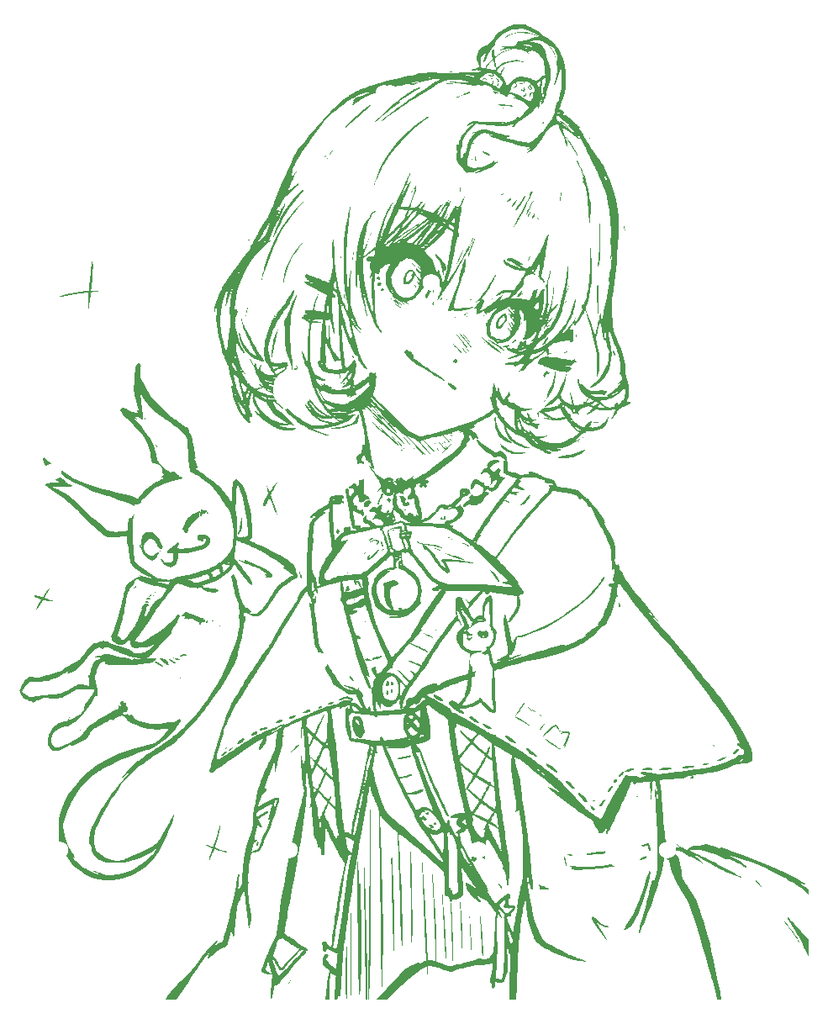
<source format=gbr>
%TF.GenerationSoftware,KiCad,Pcbnew,8.0.6*%
%TF.CreationDate,2024-11-20T11:04:22+07:00*%
%TF.ProjectId,Heart HE 65,48656172-7420-4484-9520-36352e6b6963,rev?*%
%TF.SameCoordinates,Original*%
%TF.FileFunction,Legend,Top*%
%TF.FilePolarity,Positive*%
%FSLAX46Y46*%
G04 Gerber Fmt 4.6, Leading zero omitted, Abs format (unit mm)*
G04 Created by KiCad (PCBNEW 8.0.6) date 2024-11-20 11:04:22*
%MOMM*%
%LPD*%
G01*
G04 APERTURE LIST*
%ADD10C,0.300000*%
%ADD11C,0.000000*%
%ADD12C,3.800000*%
%ADD13C,1.750000*%
%ADD14C,3.987800*%
%ADD15C,3.048000*%
%ADD16C,0.650000*%
%ADD17O,1.000000X1.600000*%
%ADD18O,1.000000X2.100000*%
G04 APERTURE END LIST*
D10*
X252832975Y-38978786D02*
X252690118Y-38907357D01*
X252690118Y-38907357D02*
X252475832Y-38907357D01*
X252475832Y-38907357D02*
X252261546Y-38978786D01*
X252261546Y-38978786D02*
X252118689Y-39121643D01*
X252118689Y-39121643D02*
X252047260Y-39264500D01*
X252047260Y-39264500D02*
X251975832Y-39550214D01*
X251975832Y-39550214D02*
X251975832Y-39764500D01*
X251975832Y-39764500D02*
X252047260Y-40050214D01*
X252047260Y-40050214D02*
X252118689Y-40193071D01*
X252118689Y-40193071D02*
X252261546Y-40335929D01*
X252261546Y-40335929D02*
X252475832Y-40407357D01*
X252475832Y-40407357D02*
X252618689Y-40407357D01*
X252618689Y-40407357D02*
X252832975Y-40335929D01*
X252832975Y-40335929D02*
X252904403Y-40264500D01*
X252904403Y-40264500D02*
X252904403Y-39764500D01*
X252904403Y-39764500D02*
X252618689Y-39764500D01*
X253761546Y-38907357D02*
X253761546Y-39264500D01*
X253404403Y-39121643D02*
X253761546Y-39264500D01*
X253761546Y-39264500D02*
X254118689Y-39121643D01*
X253547260Y-39550214D02*
X253761546Y-39264500D01*
X253761546Y-39264500D02*
X253975832Y-39550214D01*
X254904403Y-38907357D02*
X254904403Y-39264500D01*
X254547260Y-39121643D02*
X254904403Y-39264500D01*
X254904403Y-39264500D02*
X255261546Y-39121643D01*
X254690117Y-39550214D02*
X254904403Y-39264500D01*
X254904403Y-39264500D02*
X255118689Y-39550214D01*
X256047260Y-38907357D02*
X256047260Y-39264500D01*
X255690117Y-39121643D02*
X256047260Y-39264500D01*
X256047260Y-39264500D02*
X256404403Y-39121643D01*
X255832974Y-39550214D02*
X256047260Y-39264500D01*
X256047260Y-39264500D02*
X256261546Y-39550214D01*
D11*
%TO.C,G\u002A\u002A\u002A*%
G36*
X238210496Y-22406992D02*
G01*
X238189294Y-22428194D01*
X238168092Y-22406992D01*
X238189294Y-22385790D01*
X238210496Y-22406992D01*
G37*
G36*
X238210496Y-60188962D02*
G01*
X238189294Y-60210164D01*
X238168092Y-60188962D01*
X238189294Y-60167760D01*
X238210496Y-60188962D01*
G37*
G36*
X238592132Y-21346892D02*
G01*
X238570930Y-21368094D01*
X238549728Y-21346892D01*
X238570930Y-21325690D01*
X238592132Y-21346892D01*
G37*
G36*
X241093969Y-68584955D02*
G01*
X241072767Y-68606157D01*
X241051565Y-68584955D01*
X241072767Y-68563753D01*
X241093969Y-68584955D01*
G37*
G36*
X245588794Y-20032368D02*
G01*
X245567592Y-20053570D01*
X245546390Y-20032368D01*
X245567592Y-20011166D01*
X245588794Y-20032368D01*
G37*
G36*
X245928026Y-60104154D02*
G01*
X245906824Y-60125356D01*
X245885622Y-60104154D01*
X245906824Y-60082952D01*
X245928026Y-60104154D01*
G37*
G36*
X247030530Y-5615005D02*
G01*
X247009328Y-5636207D01*
X246988126Y-5615005D01*
X247009328Y-5593803D01*
X247030530Y-5615005D01*
G37*
G36*
X247200146Y-14943887D02*
G01*
X247178944Y-14965089D01*
X247157742Y-14943887D01*
X247178944Y-14922685D01*
X247200146Y-14943887D01*
G37*
G36*
X249150730Y-15622351D02*
G01*
X249129528Y-15643553D01*
X249108326Y-15622351D01*
X249129528Y-15601149D01*
X249150730Y-15622351D01*
G37*
G36*
X250846890Y-31523853D02*
G01*
X250825688Y-31545055D01*
X250804486Y-31523853D01*
X250825688Y-31502651D01*
X250846890Y-31523853D01*
G37*
G36*
X251016506Y-32499145D02*
G01*
X250995304Y-32520347D01*
X250974102Y-32499145D01*
X250995304Y-32477943D01*
X251016506Y-32499145D01*
G37*
G36*
X251525354Y-33474438D02*
G01*
X251504152Y-33495640D01*
X251482950Y-33474438D01*
X251504152Y-33453236D01*
X251525354Y-33474438D01*
G37*
G36*
X253094303Y-20668428D02*
G01*
X253073101Y-20689630D01*
X253051899Y-20668428D01*
X253073101Y-20647226D01*
X253094303Y-20668428D01*
G37*
G36*
X253221515Y-58153570D02*
G01*
X253200313Y-58174772D01*
X253179111Y-58153570D01*
X253200313Y-58132368D01*
X253221515Y-58153570D01*
G37*
G36*
X254790463Y-10109830D02*
G01*
X254769261Y-10131032D01*
X254748059Y-10109830D01*
X254769261Y-10088628D01*
X254790463Y-10109830D01*
G37*
G36*
X255044887Y-35297810D02*
G01*
X255023685Y-35319012D01*
X255002483Y-35297810D01*
X255023685Y-35276608D01*
X255044887Y-35297810D01*
G37*
G36*
X255129695Y-35382618D02*
G01*
X255108493Y-35403820D01*
X255087291Y-35382618D01*
X255108493Y-35361416D01*
X255129695Y-35382618D01*
G37*
G36*
X255341715Y-18802651D02*
G01*
X255320513Y-18823853D01*
X255299311Y-18802651D01*
X255320513Y-18781449D01*
X255341715Y-18802651D01*
G37*
G36*
X256189795Y-36018678D02*
G01*
X256168593Y-36039880D01*
X256147391Y-36018678D01*
X256168593Y-35997476D01*
X256189795Y-36018678D01*
G37*
G36*
X256486623Y-36315506D02*
G01*
X256465421Y-36336708D01*
X256444219Y-36315506D01*
X256465421Y-36294304D01*
X256486623Y-36315506D01*
G37*
G36*
X259370096Y-34788962D02*
G01*
X259348894Y-34810164D01*
X259327692Y-34788962D01*
X259348894Y-34767760D01*
X259370096Y-34788962D01*
G37*
G36*
X261278276Y-21855740D02*
G01*
X261257074Y-21876942D01*
X261235872Y-21855740D01*
X261257074Y-21834538D01*
X261278276Y-21855740D01*
G37*
G36*
X261999144Y-24908828D02*
G01*
X261977942Y-24930030D01*
X261956740Y-24908828D01*
X261977942Y-24887626D01*
X261999144Y-24908828D01*
G37*
G36*
X265264253Y-12102818D02*
G01*
X265243051Y-12124020D01*
X265221849Y-12102818D01*
X265243051Y-12081616D01*
X265264253Y-12102818D01*
G37*
G36*
X276204486Y-13120514D02*
G01*
X276183284Y-13141716D01*
X276162082Y-13120514D01*
X276183284Y-13099312D01*
X276204486Y-13120514D01*
G37*
G36*
X276416506Y-13926191D02*
G01*
X276395304Y-13947393D01*
X276374102Y-13926191D01*
X276395304Y-13904989D01*
X276416506Y-13926191D01*
G37*
G36*
X292402817Y-83299145D02*
G01*
X292381615Y-83320347D01*
X292360413Y-83299145D01*
X292381615Y-83277943D01*
X292402817Y-83299145D01*
G37*
G36*
X221277163Y-40124799D02*
G01*
X221271342Y-40150008D01*
X221248894Y-40153069D01*
X221213990Y-40137554D01*
X221220624Y-40124799D01*
X221270948Y-40119724D01*
X221277163Y-40124799D01*
G37*
G36*
X229333924Y-52421961D02*
G01*
X229338999Y-52472285D01*
X229333924Y-52478500D01*
X229308715Y-52472679D01*
X229305655Y-52450231D01*
X229321170Y-52415327D01*
X229333924Y-52421961D01*
G37*
G36*
X237645110Y-45679724D02*
G01*
X237650185Y-45730048D01*
X237645110Y-45736263D01*
X237619901Y-45730442D01*
X237616840Y-45707994D01*
X237632355Y-45673090D01*
X237645110Y-45679724D01*
G37*
G36*
X238153958Y-60266703D02*
G01*
X238159033Y-60317026D01*
X238153958Y-60323241D01*
X238128749Y-60317420D01*
X238125688Y-60294972D01*
X238141203Y-60260069D01*
X238153958Y-60266703D01*
G37*
G36*
X239722906Y-19007604D02*
G01*
X239727981Y-19057928D01*
X239722906Y-19064143D01*
X239697697Y-19058322D01*
X239694637Y-19035873D01*
X239710152Y-19000970D01*
X239722906Y-19007604D01*
G37*
G36*
X245108029Y-44425272D02*
G01*
X245113629Y-44512088D01*
X245108029Y-44531282D01*
X245092552Y-44536609D01*
X245086641Y-44478277D01*
X245093305Y-44418079D01*
X245108029Y-44425272D01*
G37*
G36*
X248415727Y-85709107D02*
G01*
X248420802Y-85759430D01*
X248415727Y-85765645D01*
X248390518Y-85759824D01*
X248387458Y-85737376D01*
X248402973Y-85702473D01*
X248415727Y-85709107D01*
G37*
G36*
X248460782Y-48311423D02*
G01*
X248448135Y-48330696D01*
X248405126Y-48333694D01*
X248359880Y-48323338D01*
X248379507Y-48308075D01*
X248445780Y-48303020D01*
X248460782Y-48311423D01*
G37*
G36*
X248881985Y-17159496D02*
G01*
X248887586Y-17246312D01*
X248881985Y-17265506D01*
X248866508Y-17270833D01*
X248860597Y-17212501D01*
X248867261Y-17152303D01*
X248881985Y-17159496D01*
G37*
G36*
X249478478Y-14345814D02*
G01*
X249465831Y-14365087D01*
X249422822Y-14368085D01*
X249377576Y-14357729D01*
X249397203Y-14342466D01*
X249463476Y-14337411D01*
X249478478Y-14345814D01*
G37*
G36*
X251087180Y-9297086D02*
G01*
X251092255Y-9347410D01*
X251087180Y-9353625D01*
X251061971Y-9347804D01*
X251058910Y-9325356D01*
X251074425Y-9290453D01*
X251087180Y-9297086D01*
G37*
G36*
X263002706Y-63659023D02*
G01*
X262996885Y-63684232D01*
X262974436Y-63687292D01*
X262939533Y-63671777D01*
X262946167Y-63659023D01*
X262996491Y-63653948D01*
X263002706Y-63659023D01*
G37*
G36*
X263044924Y-27718094D02*
G01*
X263050524Y-27804909D01*
X263044924Y-27824104D01*
X263029447Y-27829431D01*
X263023536Y-27771099D01*
X263030200Y-27710901D01*
X263044924Y-27718094D01*
G37*
G36*
X263045110Y-20703764D02*
G01*
X263039289Y-20728973D01*
X263016840Y-20732034D01*
X262981937Y-20716519D01*
X262988571Y-20703764D01*
X263038895Y-20698689D01*
X263045110Y-20703764D01*
G37*
G36*
X250210507Y-53196716D02*
G01*
X250216092Y-53202195D01*
X250249586Y-53257792D01*
X250245045Y-53278231D01*
X250213502Y-53265506D01*
X250192355Y-53225933D01*
X250179444Y-53176393D01*
X250210507Y-53196716D01*
G37*
G36*
X251603611Y-33555196D02*
G01*
X251648776Y-33594614D01*
X251652567Y-33604152D01*
X251632443Y-33621581D01*
X251590545Y-33582528D01*
X251584911Y-33573896D01*
X251579913Y-33544879D01*
X251603611Y-33555196D01*
G37*
G36*
X252451691Y-34064045D02*
G01*
X252497213Y-34106741D01*
X252487875Y-34131287D01*
X252481947Y-34131700D01*
X252446081Y-34101581D01*
X252432991Y-34082744D01*
X252427994Y-34053727D01*
X252451691Y-34064045D01*
G37*
G36*
X260974896Y-6671056D02*
G01*
X261020062Y-6710474D01*
X261023852Y-6720012D01*
X261003728Y-6737441D01*
X260961830Y-6698388D01*
X260956197Y-6689756D01*
X260951199Y-6660739D01*
X260974896Y-6671056D01*
G37*
G36*
X221500051Y-64092069D02*
G01*
X221503318Y-64106327D01*
X221472373Y-64166273D01*
X221460914Y-64174938D01*
X221421777Y-64173000D01*
X221418510Y-64158742D01*
X221449454Y-64098796D01*
X221460914Y-64090130D01*
X221500051Y-64092069D01*
G37*
G36*
X228896902Y-50529068D02*
G01*
X228923155Y-50587459D01*
X228896002Y-50625385D01*
X228884117Y-50626858D01*
X228826279Y-50596202D01*
X228819820Y-50587384D01*
X228821846Y-50537050D01*
X228866675Y-50515140D01*
X228896902Y-50529068D01*
G37*
G36*
X229076577Y-50220119D02*
G01*
X229093635Y-50245222D01*
X229059471Y-50283255D01*
X229032532Y-50287626D01*
X228960337Y-50261783D01*
X228945221Y-50245222D01*
X228958204Y-50211846D01*
X229006324Y-50202818D01*
X229076577Y-50220119D01*
G37*
G36*
X231594239Y-58885504D02*
G01*
X231595471Y-58895640D01*
X231563203Y-58936811D01*
X231553067Y-58938044D01*
X231511896Y-58905775D01*
X231510663Y-58895640D01*
X231542932Y-58854468D01*
X231553067Y-58853236D01*
X231594239Y-58885504D01*
G37*
G36*
X234891417Y-53079193D02*
G01*
X234902984Y-53128695D01*
X234872808Y-53196912D01*
X234808539Y-53211812D01*
X234754570Y-53171099D01*
X234749043Y-53099975D01*
X234804187Y-53050260D01*
X234841880Y-53043887D01*
X234891417Y-53079193D01*
G37*
G36*
X247227433Y-14121126D02*
G01*
X247229531Y-14128417D01*
X247235739Y-14220786D01*
X247227960Y-14255629D01*
X247214040Y-14257038D01*
X247208354Y-14190657D01*
X247208412Y-14180615D01*
X247214527Y-14114848D01*
X247227433Y-14121126D01*
G37*
G36*
X249107094Y-50998359D02*
G01*
X249108326Y-51008494D01*
X249076058Y-51049666D01*
X249065922Y-51050898D01*
X249024750Y-51018630D01*
X249023518Y-51008494D01*
X249055786Y-50967323D01*
X249065922Y-50966090D01*
X249107094Y-50998359D01*
G37*
G36*
X252226099Y-32788079D02*
G01*
X252256824Y-32811767D01*
X252315551Y-32864076D01*
X252331031Y-32885974D01*
X252310404Y-32898666D01*
X252254033Y-32844194D01*
X252240814Y-32827777D01*
X252204141Y-32777549D01*
X252226099Y-32788079D01*
G37*
G36*
X253801867Y-829541D02*
G01*
X253793969Y-844554D01*
X253754015Y-885050D01*
X253746560Y-886959D01*
X253743667Y-859568D01*
X253751565Y-844554D01*
X253791519Y-804059D01*
X253798974Y-802150D01*
X253801867Y-829541D01*
G37*
G36*
X253926480Y-35930426D02*
G01*
X253942383Y-35955072D01*
X253906867Y-35989525D01*
X253857575Y-35997476D01*
X253788670Y-35979718D01*
X253772767Y-35955072D01*
X253808282Y-35920619D01*
X253857575Y-35912668D01*
X253926480Y-35930426D01*
G37*
G36*
X254274227Y-41925576D02*
G01*
X254281615Y-41955239D01*
X254255785Y-42013641D01*
X254197140Y-42003114D01*
X254182672Y-41990576D01*
X254155662Y-41928510D01*
X254199796Y-41893055D01*
X254218009Y-41891633D01*
X254274227Y-41925576D01*
G37*
G36*
X254672665Y-17621809D02*
G01*
X254682215Y-17632919D01*
X254677983Y-17688360D01*
X254666873Y-17697909D01*
X254611433Y-17693677D01*
X254601883Y-17682567D01*
X254606115Y-17627127D01*
X254617225Y-17617577D01*
X254672665Y-17621809D01*
G37*
G36*
X255606740Y-17760544D02*
G01*
X255682853Y-17831011D01*
X255721962Y-17873805D01*
X255723351Y-17877155D01*
X255707756Y-17888149D01*
X255655362Y-17842646D01*
X255592930Y-17774354D01*
X255490129Y-17657743D01*
X255606740Y-17760544D01*
G37*
G36*
X258465035Y-20758012D02*
G01*
X258458410Y-20774438D01*
X258420305Y-20814890D01*
X258413503Y-20816842D01*
X258395290Y-20784034D01*
X258394804Y-20774438D01*
X258427402Y-20733663D01*
X258439710Y-20732034D01*
X258465035Y-20758012D01*
G37*
G36*
X258508712Y-12278623D02*
G01*
X258500814Y-12293636D01*
X258460860Y-12334132D01*
X258453404Y-12336040D01*
X258450511Y-12308650D01*
X258458410Y-12293636D01*
X258498363Y-12253140D01*
X258505819Y-12251232D01*
X258508712Y-12278623D01*
G37*
G36*
X259000996Y-23858471D02*
G01*
X259009662Y-23869930D01*
X259007723Y-23909067D01*
X258993465Y-23912334D01*
X258933519Y-23881390D01*
X258924854Y-23869930D01*
X258926792Y-23830793D01*
X258941051Y-23827526D01*
X259000996Y-23858471D01*
G37*
G36*
X259327584Y-22544191D02*
G01*
X259327692Y-22547335D01*
X259293715Y-22596334D01*
X259260542Y-22614504D01*
X259210832Y-22615654D01*
X259210188Y-22589888D01*
X259249031Y-22539032D01*
X259300149Y-22519459D01*
X259327584Y-22544191D01*
G37*
G36*
X260519590Y-22480098D02*
G01*
X260521365Y-22491800D01*
X260488352Y-22541520D01*
X260475780Y-22547278D01*
X260437115Y-22526809D01*
X260430196Y-22491800D01*
X260451712Y-22439025D01*
X260475780Y-22436321D01*
X260519590Y-22480098D01*
G37*
G36*
X260714611Y-82928605D02*
G01*
X260721438Y-83039094D01*
X260713755Y-83098221D01*
X260702293Y-83108133D01*
X260695861Y-83047239D01*
X260695314Y-83002317D01*
X260699489Y-82920199D01*
X260709066Y-82907740D01*
X260714611Y-82928605D01*
G37*
G36*
X260936188Y-20742820D02*
G01*
X260888159Y-20808361D01*
X260818413Y-20850691D01*
X260752936Y-20855367D01*
X260727024Y-20823648D01*
X260761244Y-20781922D01*
X260833034Y-20739749D01*
X260916856Y-20715955D01*
X260936188Y-20742820D01*
G37*
G36*
X261437785Y-5013416D02*
G01*
X261447698Y-5024878D01*
X261386803Y-5031310D01*
X261341882Y-5031858D01*
X261259763Y-5027683D01*
X261247304Y-5018105D01*
X261268169Y-5012560D01*
X261378659Y-5005733D01*
X261437785Y-5013416D01*
G37*
G36*
X262959749Y1493349D02*
G01*
X263003843Y1461661D01*
X262978393Y1448937D01*
X262912950Y1446551D01*
X262831440Y1453940D01*
X262825466Y1481636D01*
X262834657Y1492060D01*
X262901470Y1516595D01*
X262959749Y1493349D01*
G37*
G36*
X264124115Y-1426019D02*
G01*
X264157302Y-1495239D01*
X264155035Y-1521959D01*
X264121358Y-1548017D01*
X264107860Y-1539804D01*
X264079722Y-1473519D01*
X264076940Y-1443864D01*
X264090394Y-1403486D01*
X264124115Y-1426019D01*
G37*
G36*
X265136554Y-24793222D02*
G01*
X265137041Y-24802818D01*
X265104442Y-24843593D01*
X265092134Y-24845222D01*
X265066809Y-24819244D01*
X265073435Y-24802818D01*
X265111539Y-24762366D01*
X265118341Y-24760414D01*
X265136554Y-24793222D01*
G37*
G36*
X265983889Y-23181330D02*
G01*
X265985121Y-23191466D01*
X265952852Y-23232638D01*
X265942717Y-23233870D01*
X265901545Y-23201602D01*
X265900313Y-23191466D01*
X265932581Y-23150294D01*
X265942717Y-23149062D01*
X265983889Y-23181330D01*
G37*
G36*
X266663585Y3841088D02*
G01*
X266704038Y3802984D01*
X266705989Y3796182D01*
X266673181Y3777968D01*
X266663585Y3777482D01*
X266622810Y3810080D01*
X266621181Y3822389D01*
X266647159Y3847714D01*
X266663585Y3841088D01*
G37*
G36*
X277645855Y-70787949D02*
G01*
X277664749Y-70840108D01*
X277640663Y-70881471D01*
X277565855Y-70933655D01*
X277502141Y-70921445D01*
X277476607Y-70853570D01*
X277506997Y-70782065D01*
X277554347Y-70768762D01*
X277645855Y-70787949D01*
G37*
G36*
X234342553Y-53172240D02*
G01*
X234344721Y-53261184D01*
X234311324Y-53332931D01*
X234253419Y-53374702D01*
X234199175Y-53374389D01*
X234177092Y-53333223D01*
X234186845Y-53196755D01*
X234239005Y-53119859D01*
X234304058Y-53112913D01*
X234342553Y-53172240D01*
G37*
G36*
X234361263Y-42197025D02*
G01*
X234370655Y-42262039D01*
X234340294Y-42325871D01*
X234295283Y-42350668D01*
X234238483Y-42343751D01*
X234230127Y-42278479D01*
X234231677Y-42266440D01*
X234265734Y-42189955D01*
X234309328Y-42167259D01*
X234361263Y-42197025D01*
G37*
G36*
X235565206Y-53618553D02*
G01*
X235553018Y-53670007D01*
X235522239Y-53746131D01*
X235484289Y-53794406D01*
X235457631Y-53795140D01*
X235454236Y-53775362D01*
X235477301Y-53715813D01*
X235515733Y-53656248D01*
X235559967Y-53601090D01*
X235565206Y-53618553D01*
G37*
G36*
X236286473Y-65905819D02*
G01*
X236302316Y-65924505D01*
X236270528Y-65969444D01*
X236217508Y-66009672D01*
X236153977Y-66039930D01*
X236133809Y-66008778D01*
X236132700Y-65977468D01*
X236162505Y-65906350D01*
X236217508Y-65892301D01*
X236286473Y-65905819D01*
G37*
G36*
X245891664Y-46204958D02*
G01*
X245818387Y-46301417D01*
X245760859Y-46362014D01*
X245730576Y-46377649D01*
X245739032Y-46339224D01*
X245750251Y-46316893D01*
X245814182Y-46229528D01*
X245889711Y-46152761D01*
X245986464Y-46068428D01*
X245891664Y-46204958D01*
G37*
G36*
X248961521Y-26422993D02*
G01*
X249013476Y-26473823D01*
X249050049Y-26545270D01*
X249051849Y-26601700D01*
X249006744Y-26663119D01*
X248958268Y-26645352D01*
X248920041Y-26557581D01*
X248907413Y-26467328D01*
X248916454Y-26422292D01*
X248961521Y-26422993D01*
G37*
G36*
X253009495Y-43974305D02*
G01*
X253098070Y-43989651D01*
X253179111Y-44011833D01*
X253285121Y-44045784D01*
X253179111Y-44049361D01*
X253070710Y-44036229D01*
X253009495Y-44011833D01*
X252967289Y-43979316D01*
X252998684Y-43973764D01*
X253009495Y-43974305D01*
G37*
G36*
X255500142Y-17466072D02*
G01*
X255626783Y-17566595D01*
X255702681Y-17639447D01*
X255719505Y-17676183D01*
X255710105Y-17678945D01*
X255671957Y-17652334D01*
X255591430Y-17583243D01*
X255506184Y-17505379D01*
X255320513Y-17331813D01*
X255500142Y-17466072D01*
G37*
G36*
X267617675Y-12548060D02*
G01*
X267667584Y-12615082D01*
X267679819Y-12682608D01*
X267649321Y-12717296D01*
X267643414Y-12717676D01*
X267597534Y-12683787D01*
X267579808Y-12650602D01*
X267554378Y-12555054D01*
X267572930Y-12523457D01*
X267617675Y-12548060D01*
G37*
G36*
X270435673Y-20922014D02*
G01*
X270437541Y-20938083D01*
X270420392Y-21023815D01*
X270381955Y-21094555D01*
X270352167Y-21113670D01*
X270334045Y-21079754D01*
X270340620Y-21028201D01*
X270372303Y-20955058D01*
X270410700Y-20913422D01*
X270435673Y-20922014D01*
G37*
G36*
X271751075Y-35049588D02*
G01*
X271752066Y-35063726D01*
X271717232Y-35105198D01*
X271628836Y-35163252D01*
X271571849Y-35193198D01*
X271391632Y-35281128D01*
X271540046Y-35152797D01*
X271656900Y-35059443D01*
X271724727Y-35026097D01*
X271751075Y-35049588D01*
G37*
G36*
X228618722Y-50519447D02*
G01*
X228622721Y-50573145D01*
X228579321Y-50642296D01*
X228511558Y-50695116D01*
X228484833Y-50704175D01*
X228425150Y-50685830D01*
X228415171Y-50652662D01*
X228445495Y-50590373D01*
X228513729Y-50535223D01*
X228585767Y-50509533D01*
X228618722Y-50519447D01*
G37*
G36*
X238499917Y-14741304D02*
G01*
X238521724Y-14771834D01*
X238511018Y-14820926D01*
X238454794Y-14840094D01*
X238388646Y-14824169D01*
X238358910Y-14795473D01*
X238347495Y-14755808D01*
X238352940Y-14753069D01*
X238405545Y-14739848D01*
X238434778Y-14729430D01*
X238499917Y-14741304D01*
G37*
G36*
X253579089Y-38767866D02*
G01*
X253600706Y-38774163D01*
X253661012Y-38809195D01*
X253647959Y-38856618D01*
X253558460Y-38921284D01*
X253480129Y-38963619D01*
X253320457Y-39045077D01*
X253320457Y-38919643D01*
X253353466Y-38812726D01*
X253443948Y-38759917D01*
X253579089Y-38767866D01*
G37*
G36*
X257073669Y-21056749D02*
G01*
X257078658Y-21141075D01*
X257078931Y-21166675D01*
X257067363Y-21285603D01*
X257030849Y-21325981D01*
X256981337Y-21297420D01*
X256955385Y-21216235D01*
X257003930Y-21105649D01*
X257015325Y-21089971D01*
X257055725Y-21043534D01*
X257073669Y-21056749D01*
G37*
G36*
X257260914Y-73467382D02*
G01*
X257328973Y-73531259D01*
X257367720Y-73612785D01*
X257368138Y-73646293D01*
X257321994Y-73713211D01*
X257242741Y-73724136D01*
X257168287Y-73677292D01*
X257131423Y-73588858D01*
X257143017Y-73500205D01*
X257191968Y-73452436D01*
X257260914Y-73467382D01*
G37*
G36*
X257315983Y-54036950D02*
G01*
X257377107Y-54061583D01*
X257412897Y-54092952D01*
X257371516Y-54100643D01*
X257355905Y-54100357D01*
X257244229Y-54081258D01*
X257186289Y-54061583D01*
X257132812Y-54034766D01*
X257155466Y-54024811D01*
X257207491Y-54022809D01*
X257315983Y-54036950D01*
G37*
G36*
X258808243Y-34640902D02*
G01*
X258908680Y-34725544D01*
X258974103Y-34792252D01*
X258988460Y-34817261D01*
X258983460Y-34844973D01*
X258960039Y-34838922D01*
X258905562Y-34789866D01*
X258807396Y-34688563D01*
X258795646Y-34676209D01*
X258628026Y-34499851D01*
X258808243Y-34640902D01*
G37*
G36*
X264112405Y-10116094D02*
G01*
X264111718Y-10174209D01*
X264065183Y-10226547D01*
X264052270Y-10232505D01*
X263950462Y-10256959D01*
X263908034Y-10231941D01*
X263907324Y-10224321D01*
X263940896Y-10158120D01*
X264014031Y-10102348D01*
X264064219Y-10088628D01*
X264112405Y-10116094D01*
G37*
G36*
X266041905Y-29926040D02*
G01*
X266083226Y-29951891D01*
X266062978Y-29965262D01*
X265971287Y-29969749D01*
X265921515Y-29969889D01*
X265801799Y-29968155D01*
X265758218Y-29960882D01*
X265782108Y-29943879D01*
X265829885Y-29925562D01*
X265970603Y-29904634D01*
X266041905Y-29926040D01*
G37*
G36*
X273181142Y-71190582D02*
G01*
X273236206Y-71214004D01*
X273322040Y-71263691D01*
X273362873Y-71297756D01*
X273363418Y-71299901D01*
X273330731Y-71318725D01*
X273254981Y-71305777D01*
X273183201Y-71274213D01*
X273114587Y-71218078D01*
X273117981Y-71185566D01*
X273181142Y-71190582D01*
G37*
G36*
X285265965Y-65608141D02*
G01*
X285364368Y-65702118D01*
X285446204Y-65789981D01*
X285472449Y-65833796D01*
X285448319Y-65848632D01*
X285415563Y-65849897D01*
X285320881Y-65808682D01*
X285255704Y-65718744D01*
X285208844Y-65613608D01*
X285212275Y-65576738D01*
X285265965Y-65608141D01*
G37*
G36*
X228451758Y-50853059D02*
G01*
X228523034Y-50889194D01*
X228529470Y-50937675D01*
X228494810Y-50970182D01*
X228417614Y-51001818D01*
X228327472Y-50990557D01*
X228256156Y-50964769D01*
X228174420Y-50915408D01*
X228172374Y-50872367D01*
X228244942Y-50844561D01*
X228327860Y-50838878D01*
X228451758Y-50853059D01*
G37*
G36*
X242686361Y-89361814D02*
G01*
X242656884Y-89427534D01*
X242582865Y-89547017D01*
X242508000Y-89658581D01*
X242465287Y-89709155D01*
X242450897Y-89706758D01*
X242471531Y-89641311D01*
X242521915Y-89544102D01*
X242584774Y-89443195D01*
X242642833Y-89366655D01*
X242675602Y-89341716D01*
X242686361Y-89361814D01*
G37*
G36*
X245653125Y-28091218D02*
G01*
X245672811Y-28121476D01*
X245699534Y-28209708D01*
X245706928Y-28337348D01*
X245704623Y-28375900D01*
X245688418Y-28555573D01*
X245681010Y-28378824D01*
X245670508Y-28246979D01*
X245653744Y-28141410D01*
X245649198Y-28124400D01*
X245634612Y-28071058D01*
X245653125Y-28091218D01*
G37*
G36*
X248132228Y-29192552D02*
G01*
X248133034Y-29206028D01*
X248098068Y-29247027D01*
X248016229Y-29294279D01*
X247922104Y-29330447D01*
X247866014Y-29339888D01*
X247864637Y-29321270D01*
X247922800Y-29274875D01*
X247953842Y-29255080D01*
X248060829Y-29193073D01*
X248114591Y-29173790D01*
X248132228Y-29192552D01*
G37*
G36*
X252114114Y-45910572D02*
G01*
X252071362Y-45959388D01*
X251969158Y-46018170D01*
X251856123Y-46069803D01*
X251799760Y-46086541D01*
X251781345Y-46072318D01*
X251780428Y-46057827D01*
X251821928Y-45968290D01*
X251934503Y-45906468D01*
X251983306Y-45894150D01*
X252085098Y-45885877D01*
X252114114Y-45910572D01*
G37*
G36*
X252622062Y-42006065D02*
G01*
X252643205Y-42078195D01*
X252603868Y-42167719D01*
X252584493Y-42189423D01*
X252482915Y-42259875D01*
X252396474Y-42263848D01*
X252345759Y-42208084D01*
X252353974Y-42127671D01*
X252413704Y-42043471D01*
X252498831Y-41985837D01*
X252545086Y-41976441D01*
X252622062Y-42006065D01*
G37*
G36*
X245807443Y-61743760D02*
G01*
X245821105Y-61776901D01*
X245801334Y-61820544D01*
X245722511Y-61918400D01*
X245626603Y-61973644D01*
X245536997Y-61979061D01*
X245477080Y-61927432D01*
X245474563Y-61921394D01*
X245482856Y-61842942D01*
X245555510Y-61777589D01*
X245672102Y-61740360D01*
X245725602Y-61736708D01*
X245807443Y-61743760D01*
G37*
G36*
X247747605Y-16487800D02*
G01*
X247750099Y-16576441D01*
X247741323Y-16707525D01*
X247719301Y-16808803D01*
X247708994Y-16830865D01*
X247683231Y-16847861D01*
X247670383Y-16792294D01*
X247667889Y-16703653D01*
X247676664Y-16572569D01*
X247698687Y-16471291D01*
X247708994Y-16449229D01*
X247734757Y-16432233D01*
X247747605Y-16487800D01*
G37*
G36*
X250228892Y-46242921D02*
G01*
X250182645Y-46307224D01*
X250168426Y-46322852D01*
X250089511Y-46394794D01*
X250030215Y-46428511D01*
X250026431Y-46428862D01*
X250023153Y-46402783D01*
X250069400Y-46338479D01*
X250083618Y-46322852D01*
X250162533Y-46250909D01*
X250221829Y-46217193D01*
X250225614Y-46216842D01*
X250228892Y-46242921D01*
G37*
G36*
X250974797Y-31875817D02*
G01*
X251039295Y-31933556D01*
X251054919Y-31947893D01*
X251146434Y-32040789D01*
X251219694Y-32130414D01*
X251260750Y-32197682D01*
X251256328Y-32223519D01*
X251222756Y-32193134D01*
X251153171Y-32114129D01*
X251077580Y-32022100D01*
X250992272Y-31914629D01*
X250958567Y-31867688D01*
X250974797Y-31875817D01*
G37*
G36*
X251586795Y-18503510D02*
G01*
X251667799Y-18573778D01*
X251668487Y-18574758D01*
X251701758Y-18669443D01*
X251670070Y-18741243D01*
X251592271Y-18780285D01*
X251487206Y-18776697D01*
X251380434Y-18725642D01*
X251318478Y-18644362D01*
X251330216Y-18563853D01*
X251407266Y-18506240D01*
X251468623Y-18492839D01*
X251586795Y-18503510D01*
G37*
G36*
X252035003Y-19680483D02*
G01*
X252075253Y-19754920D01*
X252042571Y-19851811D01*
X252032512Y-19864789D01*
X251950719Y-19915061D01*
X251850654Y-19921880D01*
X251770155Y-19886292D01*
X251750497Y-19856988D01*
X251749122Y-19756573D01*
X251814756Y-19681146D01*
X251929743Y-19650743D01*
X251932233Y-19650731D01*
X252035003Y-19680483D01*
G37*
G36*
X255228593Y-19320722D02*
G01*
X255289942Y-19394308D01*
X255354733Y-19484526D01*
X255403997Y-19564847D01*
X255418766Y-19608742D01*
X255418042Y-19609742D01*
X255378735Y-19598264D01*
X255332769Y-19555582D01*
X255272606Y-19475085D01*
X255219477Y-19386351D01*
X255187730Y-19315973D01*
X255189651Y-19290297D01*
X255228593Y-19320722D01*
G37*
G36*
X256460233Y-72430836D02*
G01*
X256554543Y-72452252D01*
X256589557Y-72505702D01*
X256592633Y-72549730D01*
X256572391Y-72633322D01*
X256496161Y-72666746D01*
X256482994Y-72668485D01*
X256381420Y-72656713D01*
X256323247Y-72620854D01*
X256287024Y-72532139D01*
X256322374Y-72462391D01*
X256416066Y-72429966D01*
X256460233Y-72430836D01*
G37*
G36*
X257963980Y-20555699D02*
G01*
X257924454Y-20643109D01*
X257860724Y-20756286D01*
X257780612Y-20885258D01*
X257733589Y-20941132D01*
X257716523Y-20927495D01*
X257716339Y-20921490D01*
X257737938Y-20841968D01*
X257789805Y-20730929D01*
X257852543Y-20625604D01*
X257900589Y-20567826D01*
X257955792Y-20531703D01*
X257963980Y-20555699D01*
G37*
G36*
X263639604Y967430D02*
G01*
X263614932Y920605D01*
X263610945Y915752D01*
X263577972Y833213D01*
X263582698Y789898D01*
X263583486Y724701D01*
X263546707Y696887D01*
X263503424Y726112D01*
X263488543Y807479D01*
X263512694Y900343D01*
X263562170Y966994D01*
X263595294Y978818D01*
X263639604Y967430D01*
G37*
G36*
X270604264Y-26058961D02*
G01*
X270600405Y-26095631D01*
X270596525Y-26099706D01*
X270533220Y-26126615D01*
X270428171Y-26144059D01*
X270316297Y-26149495D01*
X270232516Y-26140378D01*
X270210794Y-26127818D01*
X270232334Y-26097837D01*
X270319586Y-26069977D01*
X270381841Y-26059228D01*
X270530295Y-26046616D01*
X270604264Y-26058961D01*
G37*
G36*
X272664296Y-4305509D02*
G01*
X272719120Y-4367909D01*
X272748560Y-4406491D01*
X272813942Y-4497889D01*
X272851241Y-4555412D01*
X272854570Y-4563143D01*
X272834400Y-4573797D01*
X272777739Y-4516038D01*
X272730245Y-4452950D01*
X272671723Y-4362160D01*
X272643115Y-4300894D01*
X272642550Y-4296298D01*
X272664296Y-4305509D01*
G37*
G36*
X273596669Y-33115745D02*
G01*
X273664896Y-33123889D01*
X273673685Y-33142812D01*
X273636548Y-33176261D01*
X273503179Y-33228285D01*
X273328072Y-33224934D01*
X273268009Y-33211985D01*
X273196073Y-33181430D01*
X273199616Y-33151902D01*
X273269395Y-33128211D01*
X273396164Y-33115168D01*
X273456331Y-33114004D01*
X273596669Y-33115745D01*
G37*
G36*
X274931995Y-16342138D02*
G01*
X274941830Y-16378694D01*
X274961542Y-16580064D01*
X274941776Y-16675523D01*
X274919593Y-16735482D01*
X274906574Y-16738258D01*
X274900383Y-16675034D01*
X274898686Y-16536995D01*
X274898674Y-16512835D01*
X274899514Y-16362655D01*
X274903658Y-16289400D01*
X274913640Y-16285187D01*
X274931995Y-16342138D01*
G37*
G36*
X275215957Y-25932121D02*
G01*
X275293494Y-26026966D01*
X275337872Y-26097753D01*
X275396358Y-26203529D01*
X275412943Y-26268810D01*
X275390639Y-26325043D01*
X275363271Y-26362999D01*
X275289670Y-26460241D01*
X275216818Y-26256989D01*
X275162948Y-26079348D01*
X275147182Y-25962919D01*
X275166019Y-25912308D01*
X275215957Y-25932121D01*
G37*
G36*
X275554636Y-69103486D02*
G01*
X275566804Y-69179578D01*
X275535743Y-69276035D01*
X275470284Y-69362038D01*
X275362946Y-69437818D01*
X275279781Y-69449316D01*
X275234049Y-69396882D01*
X275229194Y-69355619D01*
X275262599Y-69252067D01*
X275343645Y-69151503D01*
X275443579Y-69084317D01*
X275496952Y-69072601D01*
X275554636Y-69103486D01*
G37*
G36*
X283250927Y-68787050D02*
G01*
X283290899Y-68835104D01*
X283286766Y-68945220D01*
X283286741Y-68945389D01*
X283239319Y-69031116D01*
X283149263Y-69069125D01*
X283047924Y-69053153D01*
X282986178Y-69005441D01*
X282955490Y-68919428D01*
X282997239Y-68843148D01*
X283099299Y-68792777D01*
X283152419Y-68783688D01*
X283250927Y-68787050D01*
G37*
G36*
X227169285Y-49578858D02*
G01*
X227156339Y-49618595D01*
X227097310Y-49690339D01*
X227013079Y-49774056D01*
X226924526Y-49849711D01*
X226852531Y-49897269D01*
X226830187Y-49904225D01*
X226829586Y-49876333D01*
X226872549Y-49804248D01*
X226897435Y-49770501D01*
X227010139Y-49643343D01*
X227102906Y-49576097D01*
X227165813Y-49575759D01*
X227169285Y-49578858D01*
G37*
G36*
X228015978Y-32639661D02*
G01*
X228050970Y-32722612D01*
X228054737Y-32732368D01*
X228093419Y-32844085D01*
X228114246Y-32925864D01*
X228115117Y-32933787D01*
X228100809Y-32984248D01*
X228062970Y-32973841D01*
X228024604Y-32912595D01*
X228017857Y-32891383D01*
X227998184Y-32769381D01*
X227994936Y-32689964D01*
X227999992Y-32630687D01*
X228015978Y-32639661D01*
G37*
G36*
X228246160Y-51151935D02*
G01*
X228354416Y-51191972D01*
X228440995Y-51242847D01*
X228480468Y-51291588D01*
X228477661Y-51307128D01*
X228415739Y-51337759D01*
X228305744Y-51342351D01*
X228180220Y-51321195D01*
X228128944Y-51304001D01*
X228049414Y-51247119D01*
X228037657Y-51184795D01*
X228091790Y-51141991D01*
X228141651Y-51135706D01*
X228246160Y-51151935D01*
G37*
G36*
X229157465Y-35402186D02*
G01*
X229197725Y-35458544D01*
X229244804Y-35546519D01*
X229288968Y-35653697D01*
X229320904Y-35752975D01*
X229331301Y-35817248D01*
X229324611Y-35827860D01*
X229297642Y-35793331D01*
X229246018Y-35704015D01*
X229197508Y-35611624D01*
X229138590Y-35482582D01*
X229112285Y-35398520D01*
X229118581Y-35368650D01*
X229157465Y-35402186D01*
G37*
G36*
X241847052Y-63126624D02*
G01*
X241849749Y-63163349D01*
X241789142Y-63265612D01*
X241661293Y-63349842D01*
X241483296Y-63406918D01*
X241360752Y-63424239D01*
X241115171Y-63444081D01*
X241199979Y-63349155D01*
X241304876Y-63257868D01*
X241434355Y-63181568D01*
X241570862Y-63125275D01*
X241696849Y-63094007D01*
X241794762Y-63092784D01*
X241847052Y-63126624D01*
G37*
G36*
X251785961Y-19089246D02*
G01*
X251820488Y-19178792D01*
X251804476Y-19284153D01*
X251735700Y-19377642D01*
X251730336Y-19381894D01*
X251598377Y-19451244D01*
X251488986Y-19439257D01*
X251449027Y-19409029D01*
X251400194Y-19311720D01*
X251416867Y-19206180D01*
X251484778Y-19112950D01*
X251589657Y-19052576D01*
X251703120Y-19043204D01*
X251785961Y-19089246D01*
G37*
G36*
X252474910Y-60144878D02*
G01*
X252523843Y-60226354D01*
X252542342Y-60377689D01*
X252542401Y-60385189D01*
X252523847Y-60514219D01*
X252474544Y-60593736D01*
X252405921Y-60608412D01*
X252383663Y-60598122D01*
X252337915Y-60528676D01*
X252318475Y-60415280D01*
X252324262Y-60290460D01*
X252354196Y-60186747D01*
X252398916Y-60139048D01*
X252474910Y-60144878D01*
G37*
G36*
X252913660Y-59262834D02*
G01*
X252989032Y-59323953D01*
X253033596Y-59416624D01*
X253030778Y-59514236D01*
X253007806Y-59554937D01*
X252928655Y-59608619D01*
X252822179Y-59593877D01*
X252808076Y-59588424D01*
X252766571Y-59532321D01*
X252754663Y-59434927D01*
X252770527Y-59333725D01*
X252812342Y-59266198D01*
X252824051Y-59259879D01*
X252913660Y-59262834D01*
G37*
G36*
X252933382Y-60035471D02*
G01*
X252982234Y-60129220D01*
X252994436Y-60252044D01*
X252987746Y-60297459D01*
X252946068Y-60391030D01*
X252888375Y-60420533D01*
X252834437Y-60379041D01*
X252823213Y-60355110D01*
X252798247Y-60243456D01*
X252797870Y-60127302D01*
X252819109Y-60035811D01*
X252858994Y-59998150D01*
X252859589Y-59998144D01*
X252933382Y-60035471D01*
G37*
G36*
X258553910Y-34668786D02*
G01*
X258641655Y-34742333D01*
X258734036Y-34831366D01*
X258844213Y-34946771D01*
X258892843Y-35005031D01*
X258881012Y-35006180D01*
X258809808Y-34950250D01*
X258680317Y-34837275D01*
X258671591Y-34829466D01*
X258572366Y-34735417D01*
X258511942Y-34667752D01*
X258502862Y-34640592D01*
X258503747Y-34640548D01*
X258553910Y-34668786D01*
G37*
G36*
X258968397Y2154213D02*
G01*
X258976508Y2138378D01*
X258947804Y2104744D01*
X258838032Y2081790D01*
X258756485Y2074772D01*
X258626639Y2069282D01*
X258569348Y2075732D01*
X258572860Y2096876D01*
X258592791Y2113125D01*
X258695148Y2159538D01*
X258763342Y2172491D01*
X258862685Y2179367D01*
X258910719Y2183092D01*
X258968397Y2154213D01*
G37*
G36*
X261337599Y-6381920D02*
G01*
X261353447Y-6474551D01*
X261353797Y-6484361D01*
X261365544Y-6607876D01*
X261384310Y-6696381D01*
X261377968Y-6764482D01*
X261324694Y-6785217D01*
X261264141Y-6752846D01*
X261243188Y-6693331D01*
X261235872Y-6607900D01*
X261247195Y-6482734D01*
X261274543Y-6396414D01*
X261307988Y-6359342D01*
X261337599Y-6381920D01*
G37*
G36*
X268211457Y-2844742D02*
G01*
X268211925Y-2845204D01*
X268204960Y-2889752D01*
X268157232Y-2963140D01*
X268091300Y-3037793D01*
X268029724Y-3086135D01*
X268010044Y-3091967D01*
X268004019Y-3065007D01*
X268047054Y-2998000D01*
X268066126Y-2975356D01*
X268136294Y-2894364D01*
X268176979Y-2844771D01*
X268179528Y-2841076D01*
X268211457Y-2844742D01*
G37*
G36*
X230571773Y-57008442D02*
G01*
X230703712Y-57062720D01*
X230843359Y-57137286D01*
X230968486Y-57219133D01*
X231056868Y-57295254D01*
X231086623Y-57348425D01*
X231056834Y-57403191D01*
X230968762Y-57398739D01*
X230824351Y-57335564D01*
X230669157Y-57242808D01*
X230510807Y-57131780D01*
X230425153Y-57050991D01*
X230413651Y-57002302D01*
X230469770Y-56987459D01*
X230571773Y-57008442D01*
G37*
G36*
X251801676Y-45184078D02*
G01*
X251900321Y-45262594D01*
X251965495Y-45391510D01*
X251985875Y-45539362D01*
X251966060Y-45640919D01*
X251924049Y-45703307D01*
X251886084Y-45689458D01*
X251865473Y-45607437D01*
X251864587Y-45579420D01*
X251847489Y-45449065D01*
X251806153Y-45311061D01*
X251804220Y-45306367D01*
X251769485Y-45213104D01*
X251772393Y-45179293D01*
X251801676Y-45184078D01*
G37*
G36*
X257451334Y-35763114D02*
G01*
X257486758Y-35794155D01*
X257558906Y-35870832D01*
X257636228Y-35967527D01*
X257703858Y-36063174D01*
X257746928Y-36136709D01*
X257750571Y-36167068D01*
X257749981Y-36167092D01*
X257719585Y-36136055D01*
X257652000Y-36054202D01*
X257561114Y-35938419D01*
X257549471Y-35923269D01*
X257463980Y-35808527D01*
X257431704Y-35756041D01*
X257451334Y-35763114D01*
G37*
G36*
X257894439Y-34773974D02*
G01*
X257968913Y-34837122D01*
X258030500Y-34894972D01*
X258177975Y-35042888D01*
X258281378Y-35160354D01*
X258334628Y-35239494D01*
X258331646Y-35272433D01*
X258322088Y-35272614D01*
X258277927Y-35240926D01*
X258198952Y-35163376D01*
X258131095Y-35089188D01*
X257994323Y-34930185D01*
X257908432Y-34822991D01*
X257874708Y-34770092D01*
X257894439Y-34773974D01*
G37*
G36*
X258581625Y-44711082D02*
G01*
X258671916Y-44752281D01*
X258786095Y-44811637D01*
X258900002Y-44875983D01*
X258989479Y-44932156D01*
X259030368Y-44966989D01*
X259030864Y-44969036D01*
X258998103Y-44985530D01*
X258904497Y-44952717D01*
X258861248Y-44931230D01*
X258722743Y-44853021D01*
X258612580Y-44780067D01*
X258547738Y-44724504D01*
X258539378Y-44701204D01*
X258581625Y-44711082D01*
G37*
G36*
X259371454Y-26784527D02*
G01*
X259394296Y-26814512D01*
X259454779Y-26945632D01*
X259446110Y-27057706D01*
X259383768Y-27137131D01*
X259283234Y-27170302D01*
X259159989Y-27143617D01*
X259079294Y-27091323D01*
X259010070Y-27011621D01*
X259013774Y-26939553D01*
X259094138Y-26864633D01*
X259177368Y-26815728D01*
X259277484Y-26765116D01*
X259332397Y-26754770D01*
X259371454Y-26784527D01*
G37*
G36*
X259782117Y-9494737D02*
G01*
X259819012Y-9604179D01*
X259830695Y-9653987D01*
X259852886Y-9787525D01*
X259845344Y-9868398D01*
X259812927Y-9917497D01*
X259767202Y-9952434D01*
X259748848Y-9918145D01*
X259744845Y-9875093D01*
X259737380Y-9760161D01*
X259728538Y-9621968D01*
X259727879Y-9611583D01*
X259729624Y-9495582D01*
X259750012Y-9457585D01*
X259782117Y-9494737D01*
G37*
G36*
X260048560Y-45302130D02*
G01*
X260184212Y-45323117D01*
X260320013Y-45379954D01*
X260485076Y-45484930D01*
X260490231Y-45488561D01*
X260626012Y-45588132D01*
X260689202Y-45644160D01*
X260679811Y-45656934D01*
X260597853Y-45626745D01*
X260493802Y-45578512D01*
X260355286Y-45513585D01*
X260186816Y-45437147D01*
X260090964Y-45394712D01*
X259857742Y-45292728D01*
X260048560Y-45302130D01*
G37*
G36*
X262268480Y1536038D02*
G01*
X262320018Y1510904D01*
X262394734Y1446367D01*
X262423184Y1393400D01*
X262409502Y1365679D01*
X262372299Y1394377D01*
X262289630Y1436861D01*
X262232366Y1445262D01*
X262135056Y1422298D01*
X262092433Y1394377D01*
X262051238Y1369220D01*
X262041548Y1414087D01*
X262076105Y1499931D01*
X262161092Y1543830D01*
X262268480Y1536038D01*
G37*
G36*
X263734392Y-79617199D02*
G01*
X263812055Y-79711059D01*
X263864037Y-79790214D01*
X263951544Y-79945073D01*
X263991301Y-80048682D01*
X263985633Y-80095397D01*
X263936865Y-80079574D01*
X263847323Y-79995570D01*
X263801314Y-79942462D01*
X263694368Y-79808524D01*
X263637196Y-79720737D01*
X263621359Y-79663580D01*
X263631906Y-79630863D01*
X263677169Y-79592408D01*
X263734392Y-79617199D01*
G37*
G36*
X264312751Y-40972676D02*
G01*
X264410568Y-41005709D01*
X264530669Y-41058369D01*
X264647628Y-41118999D01*
X264736023Y-41175943D01*
X264761944Y-41199846D01*
X264782106Y-41240632D01*
X264745177Y-41251401D01*
X264643660Y-41231803D01*
X264488327Y-41187132D01*
X264347475Y-41128436D01*
X264263282Y-41061083D01*
X264246680Y-40995544D01*
X264262643Y-40970927D01*
X264312751Y-40972676D01*
G37*
G36*
X264868876Y-10621334D02*
G01*
X264866788Y-10681062D01*
X264817488Y-10758888D01*
X264730215Y-10837042D01*
X264671445Y-10872663D01*
X264548770Y-10926171D01*
X264475108Y-10929596D01*
X264439675Y-10898027D01*
X264455369Y-10851912D01*
X264521494Y-10780903D01*
X264615408Y-10703151D01*
X264714472Y-10636811D01*
X264796047Y-10600036D01*
X264814512Y-10597476D01*
X264868876Y-10621334D01*
G37*
G36*
X265378252Y-24822215D02*
G01*
X265363893Y-24878821D01*
X265277169Y-24970262D01*
X265183420Y-25046641D01*
X265041392Y-25145848D01*
X264954886Y-25183991D01*
X264925032Y-25160575D01*
X264925021Y-25159479D01*
X264955750Y-25102269D01*
X265032407Y-25017163D01*
X265131692Y-24925257D01*
X265230306Y-24847648D01*
X265304950Y-24805430D01*
X265318928Y-24802818D01*
X265378252Y-24822215D01*
G37*
G36*
X267667507Y-32080094D02*
G01*
X267688629Y-32144323D01*
X267705550Y-32272830D01*
X267710420Y-32319266D01*
X267715402Y-32468044D01*
X267698345Y-32561867D01*
X267664956Y-32592405D01*
X267620942Y-32551331D01*
X267592672Y-32491096D01*
X267532860Y-32298293D01*
X267522967Y-32161876D01*
X267563201Y-32087241D01*
X267576810Y-32080382D01*
X267633221Y-32064121D01*
X267667507Y-32080094D01*
G37*
G36*
X276251257Y-13302902D02*
G01*
X276294300Y-13438237D01*
X276311744Y-13500903D01*
X276346531Y-13643553D01*
X276365655Y-13751280D01*
X276365026Y-13800982D01*
X276364898Y-13801116D01*
X276344621Y-13774871D01*
X276312146Y-13684980D01*
X276274272Y-13550454D01*
X276271834Y-13540813D01*
X276232793Y-13369433D01*
X276218012Y-13270992D01*
X276224997Y-13247985D01*
X276251257Y-13302902D01*
G37*
G36*
X232177306Y-56544598D02*
G01*
X232193003Y-56580591D01*
X232130895Y-56633527D01*
X232111654Y-56644302D01*
X232008465Y-56679845D01*
X231868676Y-56704991D01*
X231724237Y-56716705D01*
X231607097Y-56711955D01*
X231557940Y-56696870D01*
X231534783Y-56652918D01*
X231587904Y-56609803D01*
X231708817Y-56571171D01*
X231889039Y-56540670D01*
X231932749Y-56535731D01*
X232088867Y-56528621D01*
X232177306Y-56544598D01*
G37*
G36*
X236920226Y-65873406D02*
G01*
X236896558Y-65933752D01*
X236827492Y-66015658D01*
X236723781Y-66103849D01*
X236694252Y-66124714D01*
X236553384Y-66206997D01*
X236464422Y-66227955D01*
X236429962Y-66187059D01*
X236429610Y-66178528D01*
X236462698Y-66128274D01*
X236545932Y-66053803D01*
X236655417Y-65972255D01*
X236767260Y-65900769D01*
X236857567Y-65856485D01*
X236887739Y-65849897D01*
X236920226Y-65873406D01*
G37*
G36*
X243165462Y-62641153D02*
G01*
X243201868Y-62685386D01*
X243172847Y-62764262D01*
X243126352Y-62821214D01*
X242963172Y-62936699D01*
X242759909Y-62992630D01*
X242542407Y-62982799D01*
X242498274Y-62972061D01*
X242441264Y-62945891D01*
X242441630Y-62910410D01*
X242505517Y-62859839D01*
X242639070Y-62788395D01*
X242749485Y-62735762D01*
X242930691Y-62664396D01*
X243072210Y-62633508D01*
X243165462Y-62641153D01*
G37*
G36*
X248105978Y-20264903D02*
G01*
X248145402Y-20399099D01*
X248165662Y-20473251D01*
X248207074Y-20634771D01*
X248235514Y-20762142D01*
X248246776Y-20835716D01*
X248245412Y-20845810D01*
X248222292Y-20819177D01*
X248179034Y-20733300D01*
X248135543Y-20632206D01*
X248084682Y-20475800D01*
X248057217Y-20328001D01*
X248055793Y-20259647D01*
X248065234Y-20203071D01*
X248080609Y-20202192D01*
X248105978Y-20264903D01*
G37*
G36*
X248756653Y-58711454D02*
G01*
X248809970Y-58752745D01*
X248874170Y-58843733D01*
X248956234Y-58994237D01*
X249057949Y-59203069D01*
X249051271Y-59233292D01*
X248986270Y-59216230D01*
X248875104Y-59155730D01*
X248798158Y-59089618D01*
X248716914Y-58992984D01*
X248646998Y-58889023D01*
X248604037Y-58800929D01*
X248603265Y-58752240D01*
X248653441Y-58728479D01*
X248707233Y-58710043D01*
X248756653Y-58711454D01*
G37*
G36*
X249092233Y-15794049D02*
G01*
X249085770Y-15866717D01*
X249079674Y-15919179D01*
X249061888Y-16051245D01*
X249034005Y-16238308D01*
X249000373Y-16451797D01*
X248976411Y-16597643D01*
X248898328Y-17064087D01*
X248919862Y-16682451D01*
X248940271Y-16462798D01*
X248974543Y-16230904D01*
X249015875Y-16031483D01*
X249023125Y-16003987D01*
X249063947Y-15858130D01*
X249085971Y-15789669D01*
X249092233Y-15794049D01*
G37*
G36*
X257360108Y-45850118D02*
G01*
X257476735Y-45888108D01*
X257607910Y-45939059D01*
X257729049Y-45992851D01*
X257815569Y-46039366D01*
X257843551Y-46066094D01*
X257817314Y-46085693D01*
X257733236Y-46073534D01*
X257583269Y-46028074D01*
X257505984Y-46001268D01*
X257344567Y-45937903D01*
X257247273Y-45886504D01*
X257219470Y-45851062D01*
X257266527Y-45835569D01*
X257282610Y-45835206D01*
X257360108Y-45850118D01*
G37*
G36*
X259973950Y-25652094D02*
G01*
X260046236Y-25714504D01*
X260137328Y-25808707D01*
X260234423Y-25924753D01*
X260323533Y-26043515D01*
X260390674Y-26145863D01*
X260421859Y-26212671D01*
X260420334Y-26226147D01*
X260387580Y-26204096D01*
X260316457Y-26129555D01*
X260220542Y-26017068D01*
X260189963Y-25979344D01*
X260051408Y-25802906D01*
X259969200Y-25689512D01*
X259943370Y-25639221D01*
X259973950Y-25652094D01*
G37*
G36*
X260493072Y-22118664D02*
G01*
X260487934Y-22152568D01*
X260437075Y-22208878D01*
X260408994Y-22216174D01*
X260347624Y-22250292D01*
X260330053Y-22279780D01*
X260284386Y-22327937D01*
X260221096Y-22343157D01*
X260178675Y-22319380D01*
X260175772Y-22304060D01*
X260208376Y-22249238D01*
X260285664Y-22179383D01*
X260376847Y-22118147D01*
X260451137Y-22089178D01*
X260455786Y-22088962D01*
X260493072Y-22118664D01*
G37*
G36*
X266818121Y-16420014D02*
G01*
X266821392Y-16475310D01*
X266792373Y-16578804D01*
X266741137Y-16705222D01*
X266677758Y-16829292D01*
X266620564Y-16915673D01*
X266580495Y-16962262D01*
X266566723Y-16962026D01*
X266580316Y-16905092D01*
X266622337Y-16781586D01*
X266640569Y-16730295D01*
X266703091Y-16560073D01*
X266746553Y-16458107D01*
X266778060Y-16411982D01*
X266804715Y-16409283D01*
X266818121Y-16420014D01*
G37*
G36*
X266824149Y-11948450D02*
G01*
X266816841Y-12012898D01*
X266779834Y-12119835D01*
X266725186Y-12243714D01*
X266664958Y-12358989D01*
X266611210Y-12440111D01*
X266581123Y-12463252D01*
X266537959Y-12444200D01*
X266536373Y-12437385D01*
X266554667Y-12380245D01*
X266601208Y-12284856D01*
X266663482Y-12172478D01*
X266728978Y-12064371D01*
X266785181Y-11981794D01*
X266819581Y-11946004D01*
X266824149Y-11948450D01*
G37*
G36*
X267065121Y-62128537D02*
G01*
X267163924Y-62187967D01*
X267327606Y-62294276D01*
X267395054Y-62339329D01*
X267548684Y-62446816D01*
X267629175Y-62513831D01*
X267637468Y-62541191D01*
X267628276Y-62541927D01*
X267591111Y-62519242D01*
X267502083Y-62459506D01*
X267378671Y-62374494D01*
X267346657Y-62352183D01*
X267171963Y-62227809D01*
X267067741Y-62148830D01*
X267032593Y-62115615D01*
X267065121Y-62128537D01*
G37*
G36*
X267298320Y-12089260D02*
G01*
X267299231Y-12129429D01*
X267282243Y-12222357D01*
X267239404Y-12346703D01*
X267182044Y-12477931D01*
X267121494Y-12591501D01*
X267069086Y-12662875D01*
X267047172Y-12675272D01*
X267012921Y-12639385D01*
X267003748Y-12579863D01*
X267027044Y-12460328D01*
X267083834Y-12313588D01*
X267157211Y-12176581D01*
X267229319Y-12087025D01*
X267281595Y-12054132D01*
X267298320Y-12089260D01*
G37*
G36*
X271507764Y-24285487D02*
G01*
X271522465Y-24309319D01*
X271534003Y-24380801D01*
X271536183Y-24491049D01*
X271530737Y-24615056D01*
X271519397Y-24727819D01*
X271503894Y-24804331D01*
X271487041Y-24820823D01*
X271464472Y-24759080D01*
X271455238Y-24657658D01*
X271442701Y-24518356D01*
X271415794Y-24389099D01*
X271395751Y-24293842D01*
X271412857Y-24255698D01*
X271438327Y-24251566D01*
X271507764Y-24285487D01*
G37*
G36*
X275810216Y-51299415D02*
G01*
X275836702Y-51385183D01*
X275865709Y-51519901D01*
X275889004Y-51618405D01*
X275898716Y-51699577D01*
X275861052Y-51727588D01*
X275829950Y-51729363D01*
X275746829Y-51710819D01*
X275716763Y-51686834D01*
X275706232Y-51623543D01*
X275711589Y-51518859D01*
X275728258Y-51403479D01*
X275751662Y-51308100D01*
X275777225Y-51263420D01*
X275779961Y-51262918D01*
X275810216Y-51299415D01*
G37*
G36*
X276210374Y-68362240D02*
G01*
X276210802Y-68448320D01*
X276152750Y-68564498D01*
X276039979Y-68699199D01*
X276015992Y-68722768D01*
X275886377Y-68838455D01*
X275799210Y-68892476D01*
X275743550Y-68889058D01*
X275711386Y-68840456D01*
X275716708Y-68751546D01*
X275773084Y-68635130D01*
X275862767Y-68512465D01*
X275968010Y-68404808D01*
X276071066Y-68333418D01*
X276147698Y-68317830D01*
X276210374Y-68362240D01*
G37*
G36*
X231047223Y-56881273D02*
G01*
X231181448Y-56905210D01*
X231316148Y-56935826D01*
X231424226Y-56967844D01*
X231468014Y-56987308D01*
X231499465Y-57039161D01*
X231468247Y-57090994D01*
X231391556Y-57114257D01*
X231391550Y-57114257D01*
X231315681Y-57096842D01*
X231194216Y-57052271D01*
X231091061Y-57007343D01*
X230974527Y-56947272D01*
X230901969Y-56898358D01*
X230888592Y-56874528D01*
X230940572Y-56869287D01*
X231047223Y-56881273D01*
G37*
G36*
X238407439Y-21522758D02*
G01*
X238402556Y-21577934D01*
X238381354Y-21685287D01*
X238342223Y-21855507D01*
X238296340Y-22046558D01*
X238260747Y-22180354D01*
X238233120Y-22259372D01*
X238217969Y-22271643D01*
X238216463Y-22258578D01*
X238223683Y-22140731D01*
X238246537Y-21986583D01*
X238279466Y-21821863D01*
X238316910Y-21672303D01*
X238353312Y-21563635D01*
X238374686Y-21526174D01*
X238397613Y-21509069D01*
X238407439Y-21522758D01*
G37*
G36*
X239321738Y-64272724D02*
G01*
X239345871Y-64349897D01*
X239308517Y-64450793D01*
X239220670Y-64555104D01*
X239133648Y-64620119D01*
X239025198Y-64668542D01*
X238904472Y-64697696D01*
X238797442Y-64704716D01*
X238730082Y-64686736D01*
X238719344Y-64665838D01*
X238752240Y-64580974D01*
X238837403Y-64485222D01*
X238954546Y-64391823D01*
X239083383Y-64314014D01*
X239203626Y-64265034D01*
X239294988Y-64258124D01*
X239321738Y-64272724D01*
G37*
G36*
X239406350Y-75346655D02*
G01*
X239418863Y-75363117D01*
X239459072Y-75444647D01*
X239462044Y-75490329D01*
X239442395Y-75566230D01*
X239421744Y-75655823D01*
X239378832Y-75739620D01*
X239314430Y-75776039D01*
X239255307Y-75760871D01*
X239228231Y-75689904D01*
X239228193Y-75686264D01*
X239244369Y-75591618D01*
X239284303Y-75467849D01*
X239294564Y-75442441D01*
X239339150Y-75345582D01*
X239370762Y-75317258D01*
X239406350Y-75346655D01*
G37*
G36*
X240372028Y-63854279D02*
G01*
X240358667Y-63911407D01*
X240347427Y-63930534D01*
X240257540Y-64016395D01*
X240116326Y-64092590D01*
X239949718Y-64151373D01*
X239783649Y-64184994D01*
X239644054Y-64185708D01*
X239574451Y-64161465D01*
X239554624Y-64112951D01*
X239606085Y-64052409D01*
X239717474Y-63986828D01*
X239877432Y-63923196D01*
X240035748Y-63877650D01*
X240217743Y-63838618D01*
X240327445Y-63830422D01*
X240372028Y-63854279D01*
G37*
G36*
X247458375Y-43906967D02*
G01*
X247535333Y-43967578D01*
X247597489Y-44039744D01*
X247621840Y-44101524D01*
X247599504Y-44175973D01*
X247543523Y-44270101D01*
X247476011Y-44352806D01*
X247419081Y-44392982D01*
X247414280Y-44393469D01*
X247360641Y-44364777D01*
X247333931Y-44337783D01*
X247311543Y-44261983D01*
X247310047Y-44135545D01*
X247328171Y-43989690D01*
X247352104Y-43891939D01*
X247389628Y-43875794D01*
X247458375Y-43906967D01*
G37*
G36*
X252524657Y-59185414D02*
G01*
X252584349Y-59274063D01*
X252604394Y-59314662D01*
X252648948Y-59432615D01*
X252651339Y-59515490D01*
X252625688Y-59579687D01*
X252535438Y-59696128D01*
X252432189Y-59744999D01*
X252332376Y-59721153D01*
X252291993Y-59684170D01*
X252268255Y-59602244D01*
X252280251Y-59482103D01*
X252318781Y-59350725D01*
X252374647Y-59235091D01*
X252438651Y-59162179D01*
X252474094Y-59150064D01*
X252524657Y-59185414D01*
G37*
G36*
X252680737Y-40823420D02*
G01*
X252744574Y-40921662D01*
X252755071Y-41006162D01*
X252737800Y-41146718D01*
X252694032Y-41233503D01*
X252635833Y-41258356D01*
X252575267Y-41213115D01*
X252543051Y-41149563D01*
X252491404Y-41070606D01*
X252438090Y-41043553D01*
X252386639Y-41011525D01*
X252376455Y-40937969D01*
X252409825Y-40856674D01*
X252424319Y-40840014D01*
X252506989Y-40797530D01*
X252564253Y-40789129D01*
X252680737Y-40823420D01*
G37*
G36*
X253278198Y-21223560D02*
G01*
X253368292Y-21270646D01*
X253483829Y-21341010D01*
X253603484Y-21421013D01*
X253705930Y-21497019D01*
X253769843Y-21555389D01*
X253770046Y-21555634D01*
X253816239Y-21623785D01*
X253801447Y-21640711D01*
X253730720Y-21608404D01*
X253609107Y-21528857D01*
X253500674Y-21449368D01*
X253373547Y-21349340D01*
X253280520Y-21268805D01*
X253236034Y-21220585D01*
X253234872Y-21213390D01*
X253278198Y-21223560D01*
G37*
G36*
X256697606Y-73603969D02*
G01*
X256791561Y-73648326D01*
X256903932Y-73712371D01*
X257009432Y-73781284D01*
X257082776Y-73840247D01*
X257097630Y-73858023D01*
X257108858Y-73939484D01*
X257054790Y-74005813D01*
X256954558Y-74033859D01*
X256952300Y-74033870D01*
X256824268Y-73995017D01*
X256723615Y-73903405D01*
X256644207Y-73781808D01*
X256613887Y-73674055D01*
X256637864Y-73601273D01*
X256647352Y-73594121D01*
X256697606Y-73603969D01*
G37*
G36*
X268813817Y-23334575D02*
G01*
X268812801Y-23381861D01*
X268765605Y-23441355D01*
X268699680Y-23483181D01*
X268672583Y-23488294D01*
X268619548Y-23511442D01*
X268614169Y-23528063D01*
X268578966Y-23557617D01*
X268529361Y-23561443D01*
X268460315Y-23545474D01*
X268444553Y-23529483D01*
X268478232Y-23492468D01*
X268560215Y-23439187D01*
X268661922Y-23384723D01*
X268754775Y-23344163D01*
X268810192Y-23332591D01*
X268813817Y-23334575D01*
G37*
G36*
X270749751Y-19311499D02*
G01*
X270725044Y-19431764D01*
X270686263Y-19573550D01*
X270639250Y-19721105D01*
X270589847Y-19858672D01*
X270543896Y-19970499D01*
X270507238Y-20040830D01*
X270485716Y-20053910D01*
X270482444Y-20032368D01*
X270495557Y-19976803D01*
X270531056Y-19859975D01*
X270583070Y-19700584D01*
X270628847Y-19565923D01*
X270686511Y-19406526D01*
X270727911Y-19307517D01*
X270749720Y-19275895D01*
X270749751Y-19311499D01*
G37*
G36*
X286469873Y-66967324D02*
G01*
X286346655Y-67061856D01*
X286171611Y-67148802D01*
X285977547Y-67215136D01*
X285797269Y-67247834D01*
X285759807Y-67249229D01*
X285663501Y-67243628D01*
X285637915Y-67221736D01*
X285656003Y-67191138D01*
X285733650Y-67132181D01*
X285867426Y-67061430D01*
X286031724Y-66989695D01*
X286200932Y-66927787D01*
X286349442Y-66886516D01*
X286397316Y-66878208D01*
X286572266Y-66855901D01*
X286469873Y-66967324D01*
G37*
G36*
X287786066Y-66044783D02*
G01*
X287807406Y-66081963D01*
X287801006Y-66177139D01*
X287727352Y-66296374D01*
X287595574Y-66426877D01*
X287518465Y-66486798D01*
X287400074Y-66569014D01*
X287328341Y-66605777D01*
X287283598Y-66604488D01*
X287257797Y-66584900D01*
X287232882Y-66506804D01*
X287273227Y-66403106D01*
X287368571Y-66286788D01*
X287508653Y-66170834D01*
X287654902Y-66082429D01*
X287743242Y-66041949D01*
X287786066Y-66044783D01*
G37*
G36*
X236257520Y-66324006D02*
G01*
X236202843Y-66413003D01*
X236082748Y-66542922D01*
X236068349Y-66556832D01*
X235928070Y-66675217D01*
X235814064Y-66731776D01*
X235750319Y-66740381D01*
X235661289Y-66730445D01*
X235623855Y-66706529D01*
X235623852Y-66706295D01*
X235655435Y-66650587D01*
X235735910Y-66566388D01*
X235843869Y-66472647D01*
X235957902Y-66388306D01*
X236035185Y-66342290D01*
X236173077Y-66284676D01*
X236247393Y-66279905D01*
X236257520Y-66324006D01*
G37*
G36*
X238033135Y-65037327D02*
G01*
X238040880Y-65083228D01*
X238004880Y-65172881D01*
X237910848Y-65278197D01*
X237779739Y-65383959D01*
X237632506Y-65474945D01*
X237490102Y-65535938D01*
X237394219Y-65552910D01*
X237309553Y-65542740D01*
X237277608Y-65520326D01*
X237308282Y-65452376D01*
X237387645Y-65352853D01*
X237496713Y-65241296D01*
X237616500Y-65137244D01*
X237720445Y-65064590D01*
X237867677Y-64997624D01*
X237974990Y-64988716D01*
X238033135Y-65037327D01*
G37*
G36*
X243583187Y-48172121D02*
G01*
X243623456Y-48239566D01*
X243673720Y-48346981D01*
X243725577Y-48474118D01*
X243770627Y-48600731D01*
X243800470Y-48706572D01*
X243807825Y-48759026D01*
X243787410Y-48845509D01*
X243741260Y-48864873D01*
X243692023Y-48810359D01*
X243685788Y-48795437D01*
X243646166Y-48670069D01*
X243608536Y-48517279D01*
X243578250Y-48364180D01*
X243560659Y-48237884D01*
X243561117Y-48165501D01*
X243561313Y-48164892D01*
X243583187Y-48172121D01*
G37*
G36*
X244614786Y-62110911D02*
G01*
X244657073Y-62158309D01*
X244636617Y-62233991D01*
X244567983Y-62311981D01*
X244480507Y-62362345D01*
X244341542Y-62393841D01*
X244176732Y-62408689D01*
X244021562Y-62415802D01*
X243936843Y-62413163D01*
X243908494Y-62397879D01*
X243922436Y-62367055D01*
X243929764Y-62357921D01*
X243997507Y-62303583D01*
X244114418Y-62233298D01*
X244219637Y-62179542D01*
X244385252Y-62117415D01*
X244520574Y-62095909D01*
X244614786Y-62110911D01*
G37*
G36*
X246975076Y-61285483D02*
G01*
X246986443Y-61348406D01*
X246943118Y-61431908D01*
X246862046Y-61511178D01*
X246794584Y-61549761D01*
X246698217Y-61587575D01*
X246643118Y-61604550D01*
X246639655Y-61604479D01*
X246594308Y-61593032D01*
X246502021Y-61572537D01*
X246501763Y-61572482D01*
X246375835Y-61545502D01*
X246496698Y-61450431D01*
X246595087Y-61389905D01*
X246719540Y-61334652D01*
X246843031Y-61293991D01*
X246938536Y-61277239D01*
X246975076Y-61285483D01*
G37*
G36*
X250925992Y-44795625D02*
G01*
X251037708Y-44837180D01*
X251117270Y-44876512D01*
X251123738Y-44893631D01*
X251067822Y-44898873D01*
X250969235Y-44920124D01*
X250842304Y-44968901D01*
X250804486Y-44987125D01*
X250688706Y-45044529D01*
X250625572Y-45066837D01*
X250592542Y-45058189D01*
X250571484Y-45029885D01*
X250579951Y-44973369D01*
X250637625Y-44897665D01*
X250720302Y-44826054D01*
X250803781Y-44781816D01*
X250834362Y-44777018D01*
X250925992Y-44795625D01*
G37*
G36*
X260127898Y-24315172D02*
G01*
X260255894Y-24443015D01*
X260390595Y-24590716D01*
X260520112Y-24743465D01*
X260632551Y-24886451D01*
X260716021Y-25004867D01*
X260758629Y-25083900D01*
X260761029Y-25103640D01*
X260729881Y-25094203D01*
X260659307Y-25029233D01*
X260561319Y-24920628D01*
X260494569Y-24839725D01*
X260362676Y-24674447D01*
X260230844Y-24508309D01*
X260121934Y-24370147D01*
X260095518Y-24336374D01*
X259946722Y-24145556D01*
X260127898Y-24315172D01*
G37*
G36*
X265500185Y-10730033D02*
G01*
X265500904Y-10754126D01*
X265472445Y-10809050D01*
X265408340Y-10906891D01*
X265302124Y-11059734D01*
X265282723Y-11087351D01*
X265143953Y-11275882D01*
X265045194Y-11389739D01*
X264986377Y-11428986D01*
X264967425Y-11395444D01*
X264992925Y-11310396D01*
X265059554Y-11189520D01*
X265152501Y-11052319D01*
X265256955Y-10918298D01*
X265358105Y-10806963D01*
X265441141Y-10737817D01*
X265476751Y-10724688D01*
X265500185Y-10730033D01*
G37*
G36*
X266450736Y-44102D02*
G01*
X266440153Y-144513D01*
X266383937Y-246861D01*
X266339836Y-290225D01*
X266229798Y-361440D01*
X266142796Y-369604D01*
X266048262Y-317385D01*
X266046230Y-315853D01*
X265998753Y-274706D01*
X266012599Y-256999D01*
X266098845Y-252406D01*
X266114453Y-252247D01*
X266263258Y-227769D01*
X266345297Y-154601D01*
X266366757Y-49097D01*
X266381237Y17682D01*
X266409161Y24728D01*
X266450736Y-44102D01*
G37*
G36*
X266555466Y-61799776D02*
G01*
X266644212Y-61848789D01*
X266754887Y-61923870D01*
X266866807Y-62009828D01*
X266959287Y-62091477D01*
X267011644Y-62153627D01*
X267015964Y-62164039D01*
X267027622Y-62230339D01*
X267023757Y-62245556D01*
X266987286Y-62220349D01*
X266902429Y-62153402D01*
X266785566Y-62057725D01*
X266750250Y-62028320D01*
X266631722Y-61925252D01*
X266546640Y-61843456D01*
X266509250Y-61796903D01*
X266509333Y-61792017D01*
X266555466Y-61799776D01*
G37*
G36*
X270259583Y-76905483D02*
G01*
X270267912Y-76917342D01*
X270319687Y-77023170D01*
X270377308Y-77179620D01*
X270433142Y-77360183D01*
X270479556Y-77538348D01*
X270508917Y-77687607D01*
X270514581Y-77774072D01*
X270501147Y-77913837D01*
X270427896Y-77761028D01*
X270379378Y-77641369D01*
X270333030Y-77495379D01*
X270291691Y-77338039D01*
X270258203Y-77184332D01*
X270235407Y-77049241D01*
X270226145Y-76947747D01*
X270233256Y-76894834D01*
X270259583Y-76905483D01*
G37*
G36*
X272903322Y-71735127D02*
G01*
X272991794Y-71787542D01*
X273099929Y-71859737D01*
X273237887Y-71967973D01*
X273307501Y-72055755D01*
X273321014Y-72112163D01*
X273300241Y-72188864D01*
X273223649Y-72210482D01*
X273220196Y-72210498D01*
X273123819Y-72189796D01*
X273076914Y-72157493D01*
X273029392Y-72084687D01*
X272971548Y-71978790D01*
X272916061Y-71865781D01*
X272875612Y-71771639D01*
X272862879Y-71722343D01*
X272863749Y-71720740D01*
X272903322Y-71735127D01*
G37*
G36*
X275100326Y-69832407D02*
G01*
X275101982Y-69881425D01*
X275080023Y-69983513D01*
X275007169Y-70101527D01*
X274905362Y-70219326D01*
X274786055Y-70342660D01*
X274708895Y-70407718D01*
X274661174Y-70420904D01*
X274630182Y-70388619D01*
X274619262Y-70363471D01*
X274621203Y-70265580D01*
X274674751Y-70137850D01*
X274764454Y-70002353D01*
X274874859Y-69881165D01*
X274990512Y-69796361D01*
X275027775Y-69779917D01*
X275080465Y-69777153D01*
X275100326Y-69832407D01*
G37*
G36*
X277194526Y-68038918D02*
G01*
X277217014Y-68050813D01*
X277256216Y-68099866D01*
X277219086Y-68151592D01*
X277102832Y-68208084D01*
X276933803Y-68263129D01*
X276723479Y-68322419D01*
X276578241Y-68358493D01*
X276482370Y-68373892D01*
X276420151Y-68371154D01*
X276376477Y-68353201D01*
X276342620Y-68299749D01*
X276388281Y-68234329D01*
X276509597Y-68160465D01*
X276655182Y-68098910D01*
X276871878Y-68035316D01*
X277057642Y-68014807D01*
X277194526Y-68038918D01*
G37*
G36*
X278849773Y-67965431D02*
G01*
X279014026Y-67989775D01*
X279123067Y-68026962D01*
X279169600Y-68072991D01*
X279146328Y-68123866D01*
X279045952Y-68175588D01*
X279039227Y-68177969D01*
X278840541Y-68214476D01*
X278578883Y-68209983D01*
X278376849Y-68184448D01*
X278218796Y-68147394D01*
X278139487Y-68104165D01*
X278133553Y-68059426D01*
X278195626Y-68017839D01*
X278320338Y-67984068D01*
X278502320Y-67962778D01*
X278637606Y-67957926D01*
X278849773Y-67965431D01*
G37*
G36*
X229182595Y-57262500D02*
G01*
X229323317Y-57314974D01*
X229474465Y-57390194D01*
X229618691Y-57477527D01*
X229738650Y-57566338D01*
X229816994Y-57645994D01*
X229836377Y-57705859D01*
X229833596Y-57711739D01*
X229794227Y-57744148D01*
X229727994Y-57739827D01*
X229621094Y-57694700D01*
X229459719Y-57604690D01*
X229448387Y-57598001D01*
X229296817Y-57504302D01*
X229157000Y-57411070D01*
X229067716Y-57345102D01*
X228945221Y-57244933D01*
X229069646Y-57243408D01*
X229182595Y-57262500D01*
G37*
G36*
X257232327Y-35222345D02*
G01*
X257324855Y-35305457D01*
X257474689Y-35448109D01*
X257559084Y-35530274D01*
X257717390Y-35685950D01*
X257851667Y-35819361D01*
X257951390Y-35919943D01*
X258006035Y-35977131D01*
X258013168Y-35986117D01*
X257993674Y-35999775D01*
X257932452Y-35960555D01*
X257825395Y-35865026D01*
X257668393Y-35709759D01*
X257607658Y-35647643D01*
X257422921Y-35455444D01*
X257292402Y-35315322D01*
X257216718Y-35228770D01*
X257196487Y-35197280D01*
X257232327Y-35222345D01*
G37*
G36*
X258592415Y1008204D02*
G01*
X258755170Y999733D01*
X258916669Y985630D01*
X259055572Y967226D01*
X259150541Y945849D01*
X259177158Y932542D01*
X259157620Y916493D01*
X259072601Y905959D01*
X258941260Y901146D01*
X258782758Y902262D01*
X258616255Y909512D01*
X258460912Y923103D01*
X258447809Y924685D01*
X258353971Y948382D01*
X258310382Y983145D01*
X258309996Y986547D01*
X258348488Y1002941D01*
X258449741Y1009717D01*
X258592415Y1008204D01*
G37*
G36*
X263418598Y1480110D02*
G01*
X263440585Y1478364D01*
X263559730Y1449720D01*
X263631647Y1374440D01*
X263643930Y1350663D01*
X263671915Y1225822D01*
X263639586Y1124127D01*
X263556898Y1068201D01*
X263517624Y1063626D01*
X263456852Y1067857D01*
X263458655Y1094832D01*
X263506733Y1150916D01*
X263555278Y1249301D01*
X263519126Y1343602D01*
X263398270Y1433836D01*
X263394314Y1435960D01*
X263332336Y1471569D01*
X263337823Y1483895D01*
X263418598Y1480110D01*
G37*
G36*
X267723685Y-62569315D02*
G01*
X267808325Y-62618900D01*
X267922644Y-62697010D01*
X268052380Y-62792359D01*
X268183273Y-62893660D01*
X268301061Y-62989626D01*
X268391484Y-63068971D01*
X268440281Y-63120407D01*
X268436455Y-63133438D01*
X268399120Y-63108198D01*
X268312112Y-63043717D01*
X268192690Y-62952832D01*
X268165661Y-62932019D01*
X267969447Y-62780307D01*
X267832903Y-62673727D01*
X267748299Y-62605934D01*
X267707904Y-62570585D01*
X267703989Y-62561337D01*
X267723685Y-62569315D01*
G37*
G36*
X268389226Y-63409104D02*
G01*
X268337193Y-63474875D01*
X268288003Y-63528277D01*
X268188888Y-63646612D01*
X268106666Y-63767715D01*
X268092652Y-63793302D01*
X268022412Y-63904438D01*
X267934845Y-64007344D01*
X267847428Y-64085783D01*
X267777642Y-64123519D01*
X267746857Y-64114520D01*
X267751354Y-64041636D01*
X267825756Y-63923396D01*
X267969123Y-63761062D01*
X268119415Y-63612958D01*
X268245236Y-63498646D01*
X268336586Y-63424335D01*
X268386804Y-63393373D01*
X268389226Y-63409104D01*
G37*
G36*
X274368797Y-71115170D02*
G01*
X274358845Y-71206473D01*
X274307235Y-71337397D01*
X274227477Y-71483149D01*
X274133078Y-71618935D01*
X274040713Y-71717328D01*
X273935982Y-71798272D01*
X273870123Y-71825803D01*
X273822966Y-71807386D01*
X273815727Y-71800592D01*
X273788586Y-71740926D01*
X273811812Y-71657308D01*
X273890342Y-71540773D01*
X274029113Y-71382353D01*
X274069519Y-71339627D01*
X274207344Y-71200372D01*
X274298586Y-71121316D01*
X274350429Y-71097071D01*
X274368797Y-71115170D01*
G37*
G36*
X284771987Y-67464962D02*
G01*
X284776390Y-67467492D01*
X284800771Y-67514693D01*
X284755047Y-67566246D01*
X284652938Y-67613633D01*
X284508165Y-67648337D01*
X284478143Y-67652642D01*
X284337592Y-67672295D01*
X284218869Y-67691413D01*
X284189639Y-67696942D01*
X284107121Y-67697489D01*
X284073884Y-67678859D01*
X284091833Y-67639929D01*
X284172264Y-67593193D01*
X284294045Y-67545009D01*
X284436042Y-67501735D01*
X284577120Y-67469730D01*
X284696146Y-67455353D01*
X284771987Y-67464962D01*
G37*
G36*
X256164569Y-54421579D02*
G01*
X256269024Y-54455370D01*
X256412058Y-54509775D01*
X256574728Y-54576758D01*
X256738090Y-54648288D01*
X256883202Y-54716329D01*
X256991121Y-54772848D01*
X257041796Y-54808377D01*
X257067410Y-54851499D01*
X257038106Y-54860044D01*
X256944992Y-54833918D01*
X256868259Y-54806546D01*
X256743296Y-54755332D01*
X256594809Y-54686993D01*
X256440752Y-54610863D01*
X256299082Y-54536274D01*
X256187755Y-54472556D01*
X256124726Y-54429042D01*
X256117636Y-54416436D01*
X256164569Y-54421579D01*
G37*
G36*
X262201885Y-63536139D02*
G01*
X262349625Y-63592885D01*
X262514647Y-63667676D01*
X262678184Y-63752466D01*
X262821473Y-63839213D01*
X262850586Y-63859302D01*
X262948001Y-63946683D01*
X262974304Y-64012197D01*
X262940998Y-64053141D01*
X262859588Y-64066813D01*
X262741575Y-64050510D01*
X262598463Y-64001530D01*
X262486790Y-63944776D01*
X262308751Y-63830761D01*
X262165085Y-63718654D01*
X262066735Y-63618973D01*
X262024646Y-63542235D01*
X262033308Y-63508955D01*
X262090191Y-63505480D01*
X262201885Y-63536139D01*
G37*
G36*
X271722193Y-70447330D02*
G01*
X271822477Y-70497904D01*
X271957290Y-70595281D01*
X272120237Y-70736204D01*
X272304923Y-70917417D01*
X272311422Y-70924158D01*
X272453026Y-71089981D01*
X272538747Y-71228739D01*
X272570388Y-71332750D01*
X272549754Y-71394335D01*
X272478652Y-71405814D01*
X272358886Y-71359507D01*
X272228860Y-71275409D01*
X272060363Y-71122959D01*
X271889280Y-70919606D01*
X271739493Y-70695021D01*
X271692464Y-70608985D01*
X271650791Y-70499614D01*
X271662833Y-70446814D01*
X271722193Y-70447330D01*
G37*
G36*
X289619751Y-79256277D02*
G01*
X289650026Y-79294190D01*
X289725929Y-79386620D01*
X289838716Y-79522996D01*
X289979645Y-79692749D01*
X290139973Y-79885308D01*
X290149075Y-79896224D01*
X290184733Y-79952993D01*
X290178309Y-79970431D01*
X290136490Y-79942547D01*
X290048208Y-79866974D01*
X289927127Y-79755830D01*
X289810284Y-79644056D01*
X289662779Y-79497439D01*
X289571162Y-79397140D01*
X289528006Y-79333050D01*
X289525889Y-79295058D01*
X289542708Y-79279735D01*
X289603764Y-79254539D01*
X289619751Y-79256277D01*
G37*
G36*
X259106157Y-25271835D02*
G01*
X259149333Y-25305217D01*
X259248322Y-25392396D01*
X259378576Y-25519373D01*
X259524152Y-25669121D01*
X259669113Y-25824615D01*
X259797518Y-25968829D01*
X259893426Y-26084739D01*
X259935836Y-26145276D01*
X259966055Y-26213741D01*
X259942473Y-26216735D01*
X259865078Y-26154248D01*
X259733857Y-26026268D01*
X259548796Y-25832786D01*
X259518448Y-25800318D01*
X259307146Y-25571595D01*
X259154501Y-25401304D01*
X259059295Y-25287814D01*
X259020313Y-25229494D01*
X259036339Y-25224711D01*
X259106157Y-25271835D01*
G37*
G36*
X266182471Y605763D02*
G01*
X266215539Y583274D01*
X266276026Y493014D01*
X266289464Y370383D01*
X266253071Y255352D01*
X266239653Y236878D01*
X266142752Y179380D01*
X266018307Y197062D01*
X265974520Y218942D01*
X265918027Y291136D01*
X265900313Y373458D01*
X265900313Y484753D01*
X266003184Y388111D01*
X266098770Y328838D01*
X266168285Y336272D01*
X266199678Y393477D01*
X266180895Y483517D01*
X266126963Y562040D01*
X266088912Y621731D01*
X266111855Y637370D01*
X266182471Y605763D01*
G37*
G36*
X270580351Y-69291606D02*
G01*
X270715352Y-69377125D01*
X270864468Y-69493525D01*
X271013435Y-69630136D01*
X271147993Y-69776291D01*
X271207763Y-69852837D01*
X271298664Y-69986184D01*
X271329827Y-70060716D01*
X271297408Y-70081116D01*
X271197565Y-70052067D01*
X271083715Y-70004026D01*
X270953505Y-69928803D01*
X270813468Y-69820040D01*
X270676164Y-69691679D01*
X270554154Y-69557661D01*
X270459995Y-69431927D01*
X270406248Y-69328420D01*
X270405471Y-69261080D01*
X270409741Y-69255883D01*
X270473727Y-69247636D01*
X270580351Y-69291606D01*
G37*
G36*
X280744131Y-67935032D02*
G01*
X280939253Y-67954244D01*
X281050872Y-67983695D01*
X281078701Y-68021247D01*
X281022452Y-68064760D01*
X280881838Y-68112095D01*
X280771431Y-68138341D01*
X280629817Y-68160016D01*
X280455815Y-68174057D01*
X280270305Y-68180437D01*
X280094167Y-68179126D01*
X279948282Y-68170096D01*
X279853531Y-68153318D01*
X279829980Y-68139634D01*
X279842511Y-68094290D01*
X279923635Y-68048482D01*
X280057232Y-68005818D01*
X280227185Y-67969904D01*
X280417375Y-67944348D01*
X280611683Y-67932758D01*
X280744131Y-67935032D01*
G37*
G36*
X283096623Y-67725919D02*
G01*
X283230906Y-67745212D01*
X283312610Y-67776115D01*
X283328360Y-67801177D01*
X283289055Y-67844204D01*
X283183427Y-67887471D01*
X283029910Y-67928190D01*
X282846933Y-67963569D01*
X282652929Y-67990820D01*
X282466330Y-68007151D01*
X282305566Y-68009773D01*
X282189070Y-67995896D01*
X282149641Y-67979605D01*
X282125247Y-67929457D01*
X282181801Y-67872293D01*
X282315981Y-67810607D01*
X282421443Y-67775722D01*
X282572170Y-67743137D01*
X282747867Y-67724337D01*
X282929147Y-67718779D01*
X283096623Y-67725919D01*
G37*
G36*
X250679085Y-41016261D02*
G01*
X250762732Y-41074841D01*
X250796357Y-41160852D01*
X250775433Y-41245352D01*
X250728622Y-41273936D01*
X250661178Y-41332669D01*
X250603596Y-41448727D01*
X250596662Y-41470311D01*
X250529379Y-41612981D01*
X250439016Y-41681528D01*
X250337487Y-41715019D01*
X250269952Y-41711290D01*
X250192242Y-41666026D01*
X250177861Y-41656006D01*
X250101433Y-41560422D01*
X250083618Y-41447248D01*
X250113565Y-41314589D01*
X250192682Y-41197642D01*
X250304880Y-41102871D01*
X250434071Y-41036741D01*
X250564169Y-41005716D01*
X250679085Y-41016261D01*
G37*
G36*
X260926989Y-62790737D02*
G01*
X261068761Y-62872561D01*
X261228977Y-62979428D01*
X261388129Y-63096536D01*
X261526710Y-63209082D01*
X261625210Y-63302263D01*
X261658865Y-63346103D01*
X261681290Y-63401887D01*
X261656461Y-63426633D01*
X261567356Y-63432777D01*
X261540109Y-63432868D01*
X261342419Y-63392743D01*
X261209986Y-63322794D01*
X261078620Y-63225655D01*
X260943829Y-63110709D01*
X260822371Y-62994259D01*
X260731000Y-62892606D01*
X260686474Y-62822051D01*
X260684620Y-62811684D01*
X260713014Y-62744056D01*
X260798212Y-62739365D01*
X260926989Y-62790737D01*
G37*
G36*
X262253989Y-5914024D02*
G01*
X262406394Y-5966189D01*
X262562729Y-6039191D01*
X262702157Y-6121943D01*
X262803837Y-6203356D01*
X262846931Y-6272346D01*
X262847224Y-6277300D01*
X262841929Y-6301749D01*
X262813191Y-6307772D01*
X262741730Y-6293789D01*
X262608267Y-6258220D01*
X262605656Y-6257503D01*
X262460516Y-6198569D01*
X262329260Y-6115396D01*
X262308828Y-6097726D01*
X262206496Y-6010716D01*
X262113827Y-5944994D01*
X262105154Y-5940000D01*
X262050078Y-5905650D01*
X262070330Y-5894502D01*
X262126356Y-5893782D01*
X262253989Y-5914024D01*
G37*
G36*
X265446918Y-62867342D02*
G01*
X265636242Y-62938820D01*
X265859280Y-63048585D01*
X266100679Y-63188195D01*
X266345088Y-63349212D01*
X266577156Y-63523196D01*
X266642383Y-63576917D01*
X266721767Y-63650977D01*
X266735877Y-63682028D01*
X266691151Y-63672332D01*
X266594028Y-63624155D01*
X266450946Y-63539761D01*
X266345415Y-63472485D01*
X265992093Y-63249175D01*
X265687760Y-63072168D01*
X265439072Y-62945271D01*
X265372138Y-62915788D01*
X265274892Y-62872024D01*
X265251116Y-62850050D01*
X265294522Y-62842835D01*
X265306657Y-62842588D01*
X265446918Y-62867342D01*
G37*
G36*
X266577136Y-65962498D02*
G01*
X266713709Y-66037707D01*
X266876334Y-66148080D01*
X267047905Y-66281363D01*
X267211314Y-66425303D01*
X267317067Y-66531628D01*
X267459418Y-66693409D01*
X267536354Y-66801877D01*
X267547314Y-66858364D01*
X267491736Y-66864205D01*
X267369059Y-66820733D01*
X267224189Y-66752329D01*
X267053865Y-66654381D01*
X266877713Y-66531912D01*
X266710581Y-66397925D01*
X266567321Y-66265424D01*
X266462781Y-66147410D01*
X266411812Y-66056886D01*
X266409161Y-66038660D01*
X266432261Y-65954088D01*
X266483722Y-65934705D01*
X266577136Y-65962498D01*
G37*
G36*
X268007460Y-79827151D02*
G01*
X268185359Y-79894322D01*
X268362496Y-79961019D01*
X268486607Y-80007588D01*
X268606436Y-80065977D01*
X268680083Y-80128624D01*
X268691135Y-80151845D01*
X268688192Y-80191646D01*
X268648329Y-80212940D01*
X268554222Y-80220344D01*
X268437061Y-80219547D01*
X268258677Y-80211703D01*
X268083743Y-80197136D01*
X267989498Y-80184998D01*
X267875643Y-80163090D01*
X267803555Y-80142924D01*
X267793512Y-80137301D01*
X267778198Y-80087960D01*
X267758058Y-79983562D01*
X267747869Y-79918403D01*
X267718782Y-79717962D01*
X268007460Y-79827151D01*
G37*
G36*
X268612091Y-24571429D02*
G01*
X268614169Y-24618304D01*
X268592427Y-24714792D01*
X268537217Y-24850849D01*
X268463568Y-24996470D01*
X268386505Y-25121648D01*
X268326999Y-25191739D01*
X268248017Y-25245276D01*
X268152735Y-25294791D01*
X268068520Y-25328089D01*
X268022744Y-25332976D01*
X268020513Y-25328288D01*
X268044103Y-25279504D01*
X268106077Y-25181940D01*
X268193245Y-25054138D01*
X268292416Y-24914641D01*
X268390399Y-24781992D01*
X268474003Y-24674733D01*
X268530037Y-24611406D01*
X268531372Y-24610180D01*
X268591696Y-24560554D01*
X268612091Y-24571429D01*
G37*
G36*
X243586289Y-65617732D02*
G01*
X243581811Y-65626214D01*
X243535907Y-65679707D01*
X243446012Y-65769271D01*
X243325467Y-65883006D01*
X243187609Y-66009016D01*
X243045779Y-66135402D01*
X242913315Y-66250266D01*
X242803555Y-66341710D01*
X242729839Y-66397837D01*
X242705321Y-66408014D01*
X242731909Y-66354444D01*
X242802190Y-66256200D01*
X242901944Y-66130563D01*
X243016947Y-65994813D01*
X243132979Y-65866229D01*
X243235817Y-65762092D01*
X243240706Y-65757512D01*
X243324310Y-65694438D01*
X243421373Y-65640954D01*
X243511193Y-65605028D01*
X243573066Y-65594632D01*
X243586289Y-65617732D01*
G37*
G36*
X254075892Y-34655146D02*
G01*
X254279011Y-34847057D01*
X254484357Y-35046370D01*
X254673445Y-35234789D01*
X254827792Y-35394017D01*
X254888063Y-35459069D01*
X255009972Y-35593562D01*
X255111597Y-35704946D01*
X255178763Y-35777724D01*
X255196262Y-35796057D01*
X255213197Y-35826285D01*
X255208580Y-35827860D01*
X255171434Y-35800364D01*
X255087767Y-35726382D01*
X254971737Y-35618672D01*
X254890884Y-35541633D01*
X254758273Y-35411545D01*
X254584901Y-35237746D01*
X254388361Y-35038068D01*
X254186243Y-34830342D01*
X254066395Y-34705906D01*
X253539545Y-34156406D01*
X254075892Y-34655146D01*
G37*
G36*
X257240549Y-60569784D02*
G01*
X257352572Y-60616150D01*
X257506137Y-60703142D01*
X257678833Y-60815691D01*
X257848247Y-60938724D01*
X257991967Y-61057172D01*
X258053289Y-61116319D01*
X258137391Y-61207131D01*
X258167030Y-61252234D01*
X258146534Y-61267043D01*
X258095693Y-61267402D01*
X257991980Y-61254639D01*
X257851738Y-61225805D01*
X257791892Y-61210693D01*
X257626289Y-61149892D01*
X257454152Y-61060414D01*
X257295988Y-60956097D01*
X257172306Y-60850777D01*
X257103614Y-60758292D01*
X257098328Y-60742748D01*
X257090696Y-60624370D01*
X257141233Y-60566826D01*
X257240549Y-60569784D01*
G37*
G36*
X258634804Y-29176753D02*
G01*
X258739660Y-29215368D01*
X258832274Y-29271519D01*
X258949272Y-29346739D01*
X259059906Y-29399177D01*
X259073268Y-29403495D01*
X259200100Y-29463699D01*
X259305233Y-29554470D01*
X259378419Y-29658413D01*
X259409413Y-29758130D01*
X259387967Y-29836226D01*
X259345426Y-29865560D01*
X259250232Y-29887291D01*
X259157095Y-29868230D01*
X259046329Y-29800322D01*
X258912770Y-29688530D01*
X258766869Y-29547575D01*
X258644182Y-29409121D01*
X258558240Y-29290020D01*
X258522575Y-29207125D01*
X258522295Y-29202234D01*
X258554244Y-29170564D01*
X258634804Y-29176753D01*
G37*
G36*
X260045086Y-15864255D02*
G01*
X260035812Y-15901004D01*
X260005938Y-15979454D01*
X259951843Y-16109378D01*
X259869908Y-16300550D01*
X259795777Y-16472056D01*
X259705650Y-16673700D01*
X259619348Y-16855138D01*
X259546139Y-16997617D01*
X259495294Y-17082386D01*
X259491838Y-17086914D01*
X259408857Y-17191299D01*
X259470319Y-17042885D01*
X259548093Y-16860094D01*
X259637869Y-16656991D01*
X259732328Y-16449206D01*
X259824152Y-16252368D01*
X259906022Y-16082107D01*
X259970621Y-15954054D01*
X260010630Y-15883837D01*
X260016317Y-15876775D01*
X260037381Y-15859436D01*
X260045086Y-15864255D01*
G37*
G36*
X262828848Y-48051422D02*
G01*
X262856846Y-48071990D01*
X262869158Y-48081193D01*
X263166337Y-48320340D01*
X263394993Y-48546499D01*
X263550075Y-48754397D01*
X263592761Y-48836594D01*
X263648500Y-48975492D01*
X263685742Y-49092934D01*
X263695304Y-49147994D01*
X263679120Y-49218395D01*
X263629866Y-49216571D01*
X263546491Y-49141558D01*
X263427943Y-48992394D01*
X263273172Y-48768115D01*
X263261548Y-48750481D01*
X263098828Y-48503071D01*
X262977731Y-48318466D01*
X262893464Y-48188492D01*
X262841234Y-48104974D01*
X262816250Y-48059740D01*
X262813719Y-48044614D01*
X262828848Y-48051422D01*
G37*
G36*
X264472939Y-64686022D02*
G01*
X264639446Y-64768226D01*
X264739080Y-64831520D01*
X264890562Y-64938768D01*
X265050178Y-65059473D01*
X265203064Y-65181396D01*
X265334353Y-65292298D01*
X265429179Y-65379941D01*
X265472675Y-65432086D01*
X265473890Y-65436458D01*
X265439906Y-65461861D01*
X265344688Y-65460886D01*
X265207120Y-65434968D01*
X265115839Y-65409221D01*
X264947751Y-65348636D01*
X264808539Y-65275837D01*
X264669809Y-65173042D01*
X264512702Y-65031504D01*
X264370160Y-64877691D01*
X264300398Y-64761391D01*
X264297930Y-64687450D01*
X264357272Y-64660711D01*
X264472939Y-64686022D01*
G37*
G36*
X269945270Y-2857956D02*
G01*
X270047410Y-2897974D01*
X270113401Y-2944673D01*
X270211308Y-3027726D01*
X270326907Y-3133273D01*
X270445970Y-3247453D01*
X270554273Y-3356406D01*
X270637590Y-3446272D01*
X270681694Y-3503190D01*
X270681742Y-3516007D01*
X270638924Y-3489608D01*
X270550036Y-3419273D01*
X270431599Y-3318295D01*
X270386428Y-3278357D01*
X270233854Y-3151097D01*
X270076148Y-3033826D01*
X269944183Y-2949303D01*
X269928982Y-2941099D01*
X269824603Y-2882737D01*
X269791666Y-2851312D01*
X269823836Y-2839949D01*
X269835390Y-2839517D01*
X269945270Y-2857956D01*
G37*
G36*
X258244544Y-42525586D02*
G01*
X258273549Y-42629916D01*
X258277810Y-42663520D01*
X258284847Y-42800756D01*
X258257282Y-42879750D01*
X258178171Y-42925213D01*
X258080786Y-42950828D01*
X257957955Y-42965538D01*
X257879138Y-42936824D01*
X257861325Y-42921044D01*
X257818015Y-42839305D01*
X257813619Y-42745551D01*
X257847615Y-42678153D01*
X257864753Y-42668959D01*
X257913970Y-42691340D01*
X257979824Y-42764240D01*
X257990752Y-42779929D01*
X258052013Y-42861544D01*
X258090660Y-42876166D01*
X258116371Y-42817826D01*
X258137633Y-42689372D01*
X258167888Y-42556918D01*
X258206424Y-42501788D01*
X258244544Y-42525586D01*
G37*
G36*
X265959446Y-19948746D02*
G01*
X265951762Y-20011166D01*
X265949265Y-20103435D01*
X265985221Y-20136797D01*
X266005044Y-20138378D01*
X266061914Y-20155464D01*
X266045469Y-20203982D01*
X265959395Y-20279821D01*
X265807377Y-20378870D01*
X265769609Y-20400973D01*
X265619339Y-20486713D01*
X265525509Y-20536025D01*
X265471363Y-20555315D01*
X265440144Y-20550990D01*
X265420152Y-20534566D01*
X265431994Y-20491790D01*
X265490443Y-20407781D01*
X265572766Y-20311945D01*
X265686555Y-20185973D01*
X265790445Y-20065685D01*
X265843477Y-20000565D01*
X265918214Y-19911295D01*
X265954289Y-19893770D01*
X265959446Y-19948746D01*
G37*
G36*
X267162878Y-10802034D02*
G01*
X267149835Y-10854928D01*
X267103679Y-10966793D01*
X267032172Y-11122287D01*
X266943072Y-11306072D01*
X266844140Y-11502807D01*
X266743134Y-11697152D01*
X266647816Y-11873768D01*
X266565943Y-12017315D01*
X266505276Y-12112452D01*
X266490232Y-12131771D01*
X266404678Y-12230030D01*
X266433754Y-12124020D01*
X266468426Y-12032340D01*
X266534484Y-11885211D01*
X266622445Y-11701495D01*
X266722823Y-11500052D01*
X266826135Y-11299744D01*
X266922896Y-11119432D01*
X267003622Y-10977976D01*
X267036302Y-10925753D01*
X267103132Y-10837101D01*
X267150471Y-10797055D01*
X267162878Y-10802034D01*
G37*
G36*
X268511843Y-67514151D02*
G01*
X268631724Y-67558000D01*
X268779642Y-67637966D01*
X268944104Y-67746981D01*
X269113622Y-67877979D01*
X269276705Y-68023893D01*
X269421862Y-68177656D01*
X269443476Y-68203514D01*
X269524726Y-68313003D01*
X269574318Y-68400220D01*
X269582303Y-68436815D01*
X269539056Y-68443551D01*
X269437429Y-68411329D01*
X269304305Y-68350871D01*
X269175552Y-68274527D01*
X269022579Y-68165714D01*
X268860029Y-68037220D01*
X268702546Y-67901833D01*
X268564773Y-67772340D01*
X268461355Y-67661529D01*
X268406936Y-67582187D01*
X268402149Y-67563070D01*
X268431488Y-67513485D01*
X268511843Y-67514151D01*
G37*
G36*
X229743449Y-56905454D02*
G01*
X229986383Y-56968804D01*
X230157714Y-57053460D01*
X230252323Y-57156594D01*
X230265770Y-57193928D01*
X230315298Y-57311337D01*
X230375763Y-57397759D01*
X230428104Y-57486622D01*
X230419493Y-57554270D01*
X230352663Y-57579242D01*
X230352652Y-57579241D01*
X230284882Y-57559387D01*
X230180305Y-57512527D01*
X230152928Y-57498445D01*
X230022980Y-57417596D01*
X229906786Y-57326625D01*
X229898504Y-57318880D01*
X229793157Y-57229238D01*
X229664287Y-57133555D01*
X229634576Y-57113449D01*
X229511037Y-57015822D01*
X229467550Y-56942848D01*
X229501815Y-56898923D01*
X229611530Y-56888442D01*
X229743449Y-56905454D01*
G37*
G36*
X252703876Y-34325359D02*
G01*
X252781781Y-34396995D01*
X252905045Y-34513319D01*
X253200399Y-34795518D01*
X253466661Y-35054113D01*
X253698867Y-35284012D01*
X253892057Y-35480123D01*
X254041268Y-35637357D01*
X254141540Y-35750621D01*
X254187909Y-35814824D01*
X254186130Y-35827860D01*
X254148251Y-35801154D01*
X254063748Y-35729834D01*
X253948046Y-35627094D01*
X253895511Y-35579264D01*
X253776260Y-35465230D01*
X253615259Y-35304585D01*
X253428082Y-35113217D01*
X253230304Y-34907017D01*
X253074661Y-34741784D01*
X252892328Y-34546059D01*
X252766123Y-34409301D01*
X252694006Y-34328764D01*
X252673937Y-34301699D01*
X252703876Y-34325359D01*
G37*
G36*
X254825149Y-66716559D02*
G01*
X254851539Y-66764543D01*
X254798554Y-66830279D01*
X254780264Y-66843081D01*
X254672763Y-66891543D01*
X254509469Y-66939155D01*
X254309749Y-66983041D01*
X254092966Y-67020329D01*
X253878486Y-67048143D01*
X253685673Y-67063611D01*
X253533894Y-67063857D01*
X253442513Y-67046007D01*
X253436528Y-67042515D01*
X253421526Y-67012805D01*
X253471646Y-66980122D01*
X253595824Y-66938845D01*
X253606144Y-66935882D01*
X253791988Y-66886220D01*
X254004388Y-66834749D01*
X254222690Y-66785864D01*
X254426240Y-66743961D01*
X254594387Y-66713437D01*
X254706477Y-66698686D01*
X254723906Y-66697977D01*
X254825149Y-66716559D01*
G37*
G36*
X261220557Y-14681215D02*
G01*
X261214160Y-14726028D01*
X261183409Y-14835903D01*
X261133303Y-14996340D01*
X261068843Y-15192834D01*
X260995027Y-15410884D01*
X260916857Y-15635986D01*
X260839331Y-15853638D01*
X260767450Y-16049337D01*
X260706214Y-16208580D01*
X260660621Y-16316866D01*
X260647582Y-16343219D01*
X260555027Y-16512835D01*
X260582075Y-16364421D01*
X260615292Y-16221614D01*
X260668631Y-16037781D01*
X260737067Y-15826168D01*
X260815576Y-15600016D01*
X260899136Y-15372570D01*
X260982721Y-15157074D01*
X261061310Y-14966770D01*
X261129877Y-14814903D01*
X261183400Y-14714717D01*
X261216855Y-14679454D01*
X261220557Y-14681215D01*
G37*
G36*
X262674536Y-24827315D02*
G01*
X262798708Y-24886229D01*
X262964109Y-24978594D01*
X263157458Y-25095652D01*
X263365476Y-25228647D01*
X263574884Y-25368821D01*
X263772402Y-25507419D01*
X263944752Y-25635682D01*
X264078653Y-25744854D01*
X264160826Y-25826179D01*
X264174457Y-25845639D01*
X264190822Y-25892189D01*
X264159986Y-25897833D01*
X264074965Y-25860299D01*
X263928773Y-25777310D01*
X263886122Y-25751772D01*
X263700154Y-25635641D01*
X263499793Y-25503688D01*
X263295954Y-25363932D01*
X263099556Y-25224392D01*
X262921513Y-25093087D01*
X262772744Y-24978034D01*
X262664163Y-24887255D01*
X262606689Y-24828766D01*
X262604871Y-24810608D01*
X262674536Y-24827315D01*
G37*
G36*
X266349967Y-61324148D02*
G01*
X266333854Y-61363831D01*
X266275792Y-61458900D01*
X266184668Y-61596861D01*
X266069368Y-61765217D01*
X265938780Y-61951471D01*
X265801790Y-62143129D01*
X265667286Y-62327694D01*
X265544154Y-62492670D01*
X265441282Y-62625561D01*
X265367556Y-62713872D01*
X265345708Y-62736236D01*
X265286359Y-62786660D01*
X265276987Y-62773624D01*
X265302614Y-62701431D01*
X265360749Y-62579910D01*
X265453055Y-62423452D01*
X265570597Y-62243803D01*
X265704443Y-62052712D01*
X265845658Y-61861928D01*
X265985308Y-61683198D01*
X266114460Y-61528271D01*
X266224180Y-61408895D01*
X266305534Y-61336817D01*
X266349588Y-61323786D01*
X266349967Y-61324148D01*
G37*
G36*
X237783635Y-42723771D02*
G01*
X237803751Y-42805393D01*
X237817605Y-42939851D01*
X237823765Y-43111196D01*
X237820797Y-43303474D01*
X237817666Y-43367159D01*
X237771692Y-43755782D01*
X237683192Y-44076224D01*
X237564228Y-44309140D01*
X237481566Y-44412660D01*
X237412273Y-44467089D01*
X237369663Y-44464195D01*
X237362416Y-44433936D01*
X237376069Y-44370894D01*
X237412034Y-44252861D01*
X237462820Y-44104249D01*
X237468114Y-44089509D01*
X237517280Y-43927435D01*
X237570091Y-43711108D01*
X237619767Y-43470440D01*
X237655105Y-43264861D01*
X237687509Y-43062170D01*
X237717468Y-42891432D01*
X237741863Y-42769328D01*
X237757574Y-42712538D01*
X237758693Y-42710938D01*
X237783635Y-42723771D01*
G37*
G36*
X243868096Y-15054478D02*
G01*
X243787552Y-15173677D01*
X243692896Y-15304321D01*
X243271803Y-15906320D01*
X242918613Y-16483025D01*
X242626445Y-17049139D01*
X242388421Y-17619368D01*
X242197660Y-18208415D01*
X242050780Y-18814049D01*
X241947599Y-19311499D01*
X241944824Y-19028138D01*
X241958507Y-18829202D01*
X241999468Y-18573062D01*
X242062781Y-18280972D01*
X242143518Y-17974183D01*
X242236753Y-17673948D01*
X242299497Y-17498242D01*
X242520836Y-16986472D01*
X242797952Y-16461533D01*
X243113460Y-15953149D01*
X243449978Y-15491045D01*
X243532937Y-15389129D01*
X243692511Y-15201210D01*
X243807566Y-15072856D01*
X243876351Y-15004996D01*
X243897111Y-14998561D01*
X243868096Y-15054478D01*
G37*
G36*
X251971563Y-40290288D02*
G01*
X251995195Y-40334407D01*
X252011036Y-40387702D01*
X252006298Y-40451172D01*
X251975529Y-40540288D01*
X251913275Y-40670519D01*
X251814085Y-40857335D01*
X251804985Y-40874095D01*
X251711860Y-41047940D01*
X251635910Y-41194472D01*
X251585203Y-41297797D01*
X251567759Y-41341496D01*
X251539141Y-41391762D01*
X251509105Y-41421079D01*
X251454719Y-41445838D01*
X251427197Y-41409159D01*
X251421822Y-41290567D01*
X251473946Y-41142029D01*
X251543204Y-41029853D01*
X251599382Y-40931117D01*
X251666132Y-40781227D01*
X251730151Y-40610407D01*
X251737640Y-40588056D01*
X251808210Y-40396414D01*
X251868462Y-40285130D01*
X251921784Y-40250867D01*
X251971563Y-40290288D01*
G37*
G36*
X264062928Y-1148967D02*
G01*
X264145570Y-1152086D01*
X264492599Y-1173284D01*
X264761930Y-1206567D01*
X264951747Y-1251566D01*
X265060237Y-1307912D01*
X265084324Y-1342802D01*
X265091285Y-1375477D01*
X265071927Y-1387827D01*
X265008190Y-1380351D01*
X264882016Y-1353548D01*
X264861415Y-1348966D01*
X264753477Y-1331935D01*
X264583804Y-1313229D01*
X264375379Y-1295081D01*
X264151182Y-1279723D01*
X264143969Y-1279301D01*
X263901607Y-1262679D01*
X263733956Y-1244709D01*
X263630920Y-1223772D01*
X263582403Y-1198248D01*
X263576539Y-1188256D01*
X263580910Y-1164853D01*
X263620206Y-1149956D01*
X263705955Y-1142831D01*
X263849686Y-1142746D01*
X264062928Y-1148967D01*
G37*
G36*
X266329962Y-10325317D02*
G01*
X266334612Y-10374929D01*
X266297054Y-10480138D01*
X266225310Y-10628205D01*
X266127403Y-10806393D01*
X266011355Y-11001965D01*
X265885187Y-11202184D01*
X265756922Y-11394313D01*
X265634581Y-11565614D01*
X265526186Y-11703350D01*
X265439760Y-11794784D01*
X265384073Y-11827192D01*
X265350402Y-11794370D01*
X265349061Y-11782001D01*
X265354852Y-11744896D01*
X265376125Y-11690983D01*
X265418726Y-11610069D01*
X265488502Y-11491960D01*
X265591303Y-11326464D01*
X265732973Y-11103389D01*
X265785336Y-11021516D01*
X265952839Y-10763129D01*
X266082720Y-10570989D01*
X266180344Y-10438235D01*
X266251078Y-10358009D01*
X266300288Y-10323451D01*
X266329962Y-10325317D01*
G37*
G36*
X266824534Y-40516155D02*
G01*
X266780425Y-40630646D01*
X266713308Y-40749114D01*
X266620329Y-40891419D01*
X266513819Y-41041302D01*
X266406110Y-41182503D01*
X266309533Y-41298763D01*
X266236420Y-41373823D01*
X266202128Y-41393133D01*
X266133911Y-41401386D01*
X266026877Y-41435519D01*
X266000387Y-41446138D01*
X265884836Y-41492627D01*
X265832136Y-41505429D01*
X265827489Y-41484969D01*
X265845201Y-41450561D01*
X265892706Y-41385846D01*
X265982865Y-41277894D01*
X266103030Y-41140507D01*
X266240558Y-40987486D01*
X266382801Y-40832629D01*
X266517115Y-40689739D01*
X266630853Y-40572615D01*
X266711372Y-40495059D01*
X266742812Y-40470972D01*
X266812174Y-40463242D01*
X266824534Y-40516155D01*
G37*
G36*
X292455110Y-83402299D02*
G01*
X292530125Y-83488730D01*
X292632935Y-83614212D01*
X292758486Y-83773322D01*
X292858489Y-83903507D01*
X293037019Y-84142977D01*
X293219070Y-84395394D01*
X293398642Y-84651579D01*
X293569734Y-84902354D01*
X293726344Y-85138538D01*
X293862471Y-85350954D01*
X293972114Y-85530422D01*
X294049271Y-85667762D01*
X294087942Y-85753797D01*
X294085180Y-85779780D01*
X294057485Y-85746449D01*
X293992020Y-85654891D01*
X293897581Y-85517761D01*
X293782961Y-85347715D01*
X293738887Y-85281533D01*
X293486568Y-84907687D01*
X293187330Y-84475345D01*
X292846805Y-83992575D01*
X292534076Y-83555504D01*
X292447374Y-83431521D01*
X292408681Y-83368274D01*
X292412945Y-83360340D01*
X292455110Y-83402299D01*
G37*
G36*
X246912466Y-5805823D02*
G01*
X246629633Y-6303878D01*
X246384649Y-6731967D01*
X246174772Y-7094587D01*
X245997260Y-7396236D01*
X245849373Y-7641412D01*
X245728370Y-7834612D01*
X245631510Y-7980335D01*
X245556051Y-8083078D01*
X245499252Y-8147338D01*
X245471503Y-8170298D01*
X245402792Y-8207410D01*
X245376774Y-8206039D01*
X245398523Y-8163544D01*
X245459495Y-8059792D01*
X245553272Y-7905006D01*
X245673437Y-7709412D01*
X245813574Y-7483232D01*
X245967265Y-7236690D01*
X246128094Y-6980010D01*
X246289644Y-6723417D01*
X246445497Y-6477133D01*
X246589238Y-6251382D01*
X246714449Y-6056389D01*
X246814714Y-5902377D01*
X246883615Y-5799570D01*
X246909853Y-5763419D01*
X246996502Y-5657409D01*
X246912466Y-5805823D01*
G37*
G36*
X258332951Y-46357986D02*
G01*
X258448383Y-46383375D01*
X258615891Y-46428120D01*
X258821520Y-46487812D01*
X259051310Y-46558042D01*
X259291306Y-46634400D01*
X259527549Y-46712476D01*
X259746083Y-46787862D01*
X259932951Y-46856149D01*
X260074195Y-46912926D01*
X260133368Y-46940748D01*
X260222183Y-46989987D01*
X260240391Y-47011828D01*
X260193572Y-47016132D01*
X260175772Y-47015725D01*
X260055425Y-47005482D01*
X259984954Y-46993723D01*
X259838436Y-46955420D01*
X259651290Y-46898269D01*
X259436774Y-46827236D01*
X259208146Y-46747287D01*
X258978663Y-46663389D01*
X258761584Y-46580508D01*
X258570167Y-46503612D01*
X258417669Y-46437666D01*
X258317348Y-46387637D01*
X258282462Y-46358491D01*
X258283553Y-46356362D01*
X258332951Y-46357986D01*
G37*
G36*
X259775338Y-24227350D02*
G01*
X259859410Y-24297046D01*
X259975547Y-24411493D01*
X260114062Y-24559350D01*
X260265269Y-24729278D01*
X260419481Y-24909937D01*
X260567013Y-25089989D01*
X260698177Y-25258094D01*
X260803288Y-25402913D01*
X260872659Y-25513106D01*
X260896640Y-25575934D01*
X260875318Y-25610065D01*
X260817363Y-25578591D01*
X260731794Y-25487378D01*
X260702265Y-25449479D01*
X260624244Y-25349220D01*
X260509475Y-25205961D01*
X260375689Y-25041698D01*
X260283793Y-24930306D01*
X260159627Y-24780372D01*
X260054323Y-24652675D01*
X259980462Y-24562505D01*
X259952318Y-24527468D01*
X259905179Y-24468285D01*
X259831086Y-24377454D01*
X259816214Y-24359400D01*
X259754862Y-24274659D01*
X259731052Y-24219986D01*
X259733018Y-24213742D01*
X259775338Y-24227350D01*
G37*
G36*
X266794480Y826753D02*
G01*
X266856676Y790410D01*
X266958171Y677247D01*
X267000962Y525355D01*
X266995608Y441521D01*
X266946845Y373737D01*
X266853890Y349996D01*
X266745895Y371761D01*
X266666154Y424997D01*
X266589721Y546727D01*
X266593699Y608564D01*
X266676657Y608564D01*
X266682698Y514900D01*
X266728130Y442845D01*
X266729043Y442170D01*
X266819547Y390867D01*
X266876860Y402982D01*
X266898389Y430125D01*
X266904218Y501888D01*
X266873745Y598529D01*
X266823052Y684500D01*
X266768223Y724254D01*
X266765258Y724394D01*
X266705635Y689756D01*
X266676657Y608564D01*
X266593699Y608564D01*
X266597707Y670854D01*
X266666531Y769744D01*
X266735959Y828021D01*
X266794480Y826753D01*
G37*
G36*
X270443154Y-4449163D02*
G01*
X270478429Y-4479716D01*
X270532642Y-4532837D01*
X270576091Y-4576107D01*
X270647089Y-4661914D01*
X270744707Y-4801156D01*
X270861620Y-4981181D01*
X270990502Y-5189337D01*
X271124028Y-5412972D01*
X271254871Y-5639434D01*
X271375706Y-5856070D01*
X271479208Y-6050228D01*
X271558050Y-6209257D01*
X271604907Y-6320503D01*
X271613949Y-6368588D01*
X271589666Y-6376340D01*
X271568645Y-6339859D01*
X271538711Y-6283493D01*
X271470361Y-6166158D01*
X271370170Y-5998774D01*
X271244712Y-5792261D01*
X271100563Y-5557542D01*
X270995542Y-5387913D01*
X270808570Y-5086921D01*
X270662955Y-4851888D01*
X270555496Y-4676616D01*
X270482988Y-4554907D01*
X270442231Y-4480560D01*
X270430020Y-4447379D01*
X270443154Y-4449163D01*
G37*
G36*
X263865076Y-35308650D02*
G01*
X263953629Y-35378569D01*
X264076611Y-35502729D01*
X264294408Y-35708574D01*
X264522992Y-35863693D01*
X264638464Y-35924107D01*
X264859459Y-36026151D01*
X265049311Y-36097382D01*
X265232808Y-36142842D01*
X265434735Y-36167572D01*
X265679880Y-36176611D01*
X265879111Y-36176415D01*
X266118106Y-36176687D01*
X266273615Y-36183580D01*
X266346781Y-36198196D01*
X266338747Y-36221638D01*
X266250656Y-36255010D01*
X266083650Y-36299414D01*
X266021872Y-36314217D01*
X265649629Y-36368585D01*
X265279342Y-36360720D01*
X265014265Y-36312007D01*
X264751522Y-36217560D01*
X264491394Y-36081795D01*
X264252792Y-35918138D01*
X264054629Y-35740017D01*
X263915817Y-35560858D01*
X263891297Y-35514745D01*
X263833802Y-35376746D01*
X263825097Y-35308045D01*
X263865076Y-35308650D01*
G37*
G36*
X260771875Y-83574772D02*
G01*
X260785716Y-83744997D01*
X260801560Y-83969005D01*
X260818777Y-84234875D01*
X260836738Y-84530683D01*
X260854814Y-84844508D01*
X260872376Y-85164428D01*
X260888794Y-85478522D01*
X260903438Y-85774868D01*
X260915680Y-86041543D01*
X260924891Y-86266626D01*
X260930440Y-86438194D01*
X260931699Y-86544327D01*
X260930087Y-86571863D01*
X260914795Y-86582287D01*
X260894175Y-86522308D01*
X260882975Y-86465584D01*
X260871519Y-86365887D01*
X260857598Y-86194934D01*
X260841898Y-85966222D01*
X260825106Y-85693245D01*
X260807907Y-85389498D01*
X260790988Y-85068475D01*
X260775036Y-84743672D01*
X260760736Y-84428583D01*
X260748774Y-84136704D01*
X260739836Y-83881529D01*
X260734610Y-83676553D01*
X260733780Y-83535270D01*
X260733827Y-83532368D01*
X260739211Y-83214337D01*
X260771875Y-83574772D01*
G37*
G36*
X251580771Y-45958468D02*
G01*
X251582462Y-46016244D01*
X251529220Y-46116755D01*
X251431398Y-46248609D01*
X251299351Y-46400415D01*
X251143432Y-46560778D01*
X250973996Y-46718307D01*
X250801397Y-46861609D01*
X250678440Y-46951309D01*
X250552231Y-47011865D01*
X250451470Y-47012431D01*
X250394906Y-46956631D01*
X250396718Y-46869908D01*
X250438804Y-46742239D01*
X250510045Y-46600145D01*
X250598404Y-46471266D01*
X250653888Y-46408455D01*
X250667652Y-46411268D01*
X250657050Y-46450064D01*
X250627200Y-46556688D01*
X250604429Y-46656330D01*
X250592564Y-46738897D01*
X250616142Y-46754489D01*
X250674930Y-46726944D01*
X250740787Y-46678310D01*
X250851088Y-46582767D01*
X250990789Y-46453848D01*
X251144841Y-46305086D01*
X251154052Y-46295984D01*
X251341048Y-46117389D01*
X251475051Y-46004207D01*
X251556561Y-45956041D01*
X251580771Y-45958468D01*
G37*
G36*
X251831153Y-56705138D02*
G01*
X251859854Y-56728997D01*
X251844754Y-56773224D01*
X251762248Y-56844726D01*
X251612896Y-56916983D01*
X251414530Y-56986031D01*
X251184980Y-57047904D01*
X250942077Y-57098636D01*
X250703651Y-57134260D01*
X250487535Y-57150812D01*
X250311559Y-57144325D01*
X250240287Y-57130079D01*
X250180960Y-57091905D01*
X250200738Y-57039953D01*
X250296144Y-56979754D01*
X250349227Y-56956771D01*
X250455953Y-56920293D01*
X250526876Y-56923878D01*
X250602980Y-56971587D01*
X250618157Y-56983414D01*
X250738114Y-57057446D01*
X250824056Y-57057895D01*
X250886201Y-56983538D01*
X250900553Y-56949616D01*
X250926142Y-56893884D01*
X250964163Y-56854167D01*
X251031234Y-56823679D01*
X251143971Y-56795634D01*
X251318993Y-56763246D01*
X251384699Y-56751914D01*
X251603290Y-56717047D01*
X251748870Y-56701305D01*
X251831153Y-56705138D01*
G37*
G36*
X241414984Y-23795174D02*
G01*
X241411001Y-23840335D01*
X241388475Y-23954900D01*
X241350251Y-24126207D01*
X241299175Y-24341594D01*
X241238093Y-24588397D01*
X241225682Y-24637436D01*
X241154314Y-24928492D01*
X241085220Y-25228398D01*
X241023500Y-25513694D01*
X240974252Y-25760918D01*
X240945556Y-25926524D01*
X240913050Y-26135800D01*
X240881603Y-26331929D01*
X240855443Y-26488861D01*
X240842324Y-26562585D01*
X240810301Y-26732201D01*
X240776787Y-26567790D01*
X240765959Y-26437943D01*
X240769586Y-26244112D01*
X240785922Y-26005561D01*
X240813220Y-25741552D01*
X240849733Y-25471349D01*
X240893716Y-25214213D01*
X240904380Y-25160533D01*
X240957247Y-24931534D01*
X241022536Y-24693754D01*
X241095513Y-24459855D01*
X241171441Y-24242497D01*
X241245588Y-24054342D01*
X241313217Y-23908049D01*
X241369594Y-23816281D01*
X241409984Y-23791698D01*
X241414984Y-23795174D01*
G37*
G36*
X251360134Y-44999657D02*
G01*
X251499791Y-45034411D01*
X251601619Y-45071939D01*
X251641064Y-45101032D01*
X251624032Y-45157592D01*
X251565527Y-45246344D01*
X251486488Y-45342059D01*
X251407854Y-45419509D01*
X251350565Y-45453465D01*
X251348458Y-45453570D01*
X251343342Y-45424012D01*
X251381605Y-45350617D01*
X251397936Y-45326647D01*
X251458102Y-45212517D01*
X251446145Y-45141428D01*
X251362328Y-45114549D01*
X251350448Y-45114337D01*
X251241100Y-45094134D01*
X251183509Y-45070535D01*
X251104150Y-45052158D01*
X251012769Y-45091724D01*
X250984878Y-45110960D01*
X250902924Y-45159985D01*
X250786656Y-45217965D01*
X250658298Y-45275420D01*
X250540075Y-45322872D01*
X250454209Y-45350844D01*
X250422850Y-45350652D01*
X250457030Y-45323546D01*
X250548653Y-45264953D01*
X250681345Y-45185138D01*
X250758983Y-45139899D01*
X251095115Y-44946018D01*
X251360134Y-44999657D01*
G37*
G36*
X261809026Y-83023519D02*
G01*
X261846151Y-83245843D01*
X261883072Y-83526286D01*
X261918982Y-83852395D01*
X261953074Y-84211713D01*
X261984539Y-84591786D01*
X262012569Y-84980157D01*
X262036358Y-85364372D01*
X262055097Y-85731975D01*
X262067979Y-86070511D01*
X262074196Y-86367524D01*
X262072940Y-86610559D01*
X262063404Y-86787161D01*
X262056504Y-86839880D01*
X262016203Y-87073102D01*
X261986841Y-86861082D01*
X261976147Y-86755537D01*
X261962978Y-86581290D01*
X261948349Y-86354377D01*
X261933271Y-86090832D01*
X261918759Y-85806691D01*
X261914498Y-85716174D01*
X261898684Y-85384716D01*
X261880713Y-85027402D01*
X261862045Y-84672035D01*
X261844140Y-84346420D01*
X261828778Y-84083620D01*
X261812537Y-83816545D01*
X261796401Y-83549108D01*
X261781843Y-83305862D01*
X261770337Y-83111359D01*
X261766457Y-83044721D01*
X261746875Y-82705489D01*
X261809026Y-83023519D01*
G37*
G36*
X292798280Y-83007728D02*
G01*
X292847521Y-83044073D01*
X292924434Y-83117653D01*
X293035693Y-83234489D01*
X293187973Y-83400605D01*
X293387947Y-83622023D01*
X293462917Y-83705335D01*
X293681318Y-83947202D01*
X293903838Y-84191987D01*
X294116857Y-84424825D01*
X294306752Y-84630850D01*
X294459903Y-84795196D01*
X294513272Y-84851664D01*
X294863960Y-85220197D01*
X294852504Y-86112664D01*
X294841047Y-87005131D01*
X294526064Y-86302510D01*
X294396064Y-86022970D01*
X294244398Y-85714271D01*
X294076766Y-85386540D01*
X293898867Y-85049904D01*
X293716399Y-84714490D01*
X293535061Y-84390427D01*
X293360553Y-84087840D01*
X293198573Y-83816858D01*
X293054820Y-83587609D01*
X292934993Y-83410219D01*
X292844791Y-83294815D01*
X292818965Y-83268878D01*
X292754592Y-83163183D01*
X292749849Y-83061873D01*
X292756118Y-83022651D01*
X292770037Y-83002595D01*
X292798280Y-83007728D01*
G37*
G36*
X233801027Y-41967656D02*
G01*
X233867984Y-42032234D01*
X233927785Y-42032579D01*
X233961363Y-42014458D01*
X234049316Y-41988382D01*
X234151943Y-41992992D01*
X234235609Y-42022511D01*
X234266924Y-42066939D01*
X234237893Y-42120472D01*
X234163941Y-42204985D01*
X234111188Y-42256065D01*
X234008057Y-42340793D01*
X233940656Y-42367734D01*
X233898144Y-42351150D01*
X233855635Y-42320586D01*
X233826315Y-42329500D01*
X233793447Y-42392654D01*
X233761512Y-42471641D01*
X233700786Y-42579534D01*
X233634604Y-42631719D01*
X233578587Y-42619116D01*
X233560340Y-42588563D01*
X233547708Y-42477040D01*
X233566548Y-42318189D01*
X233612079Y-42141351D01*
X233618205Y-42124855D01*
X233842884Y-42124855D01*
X233864086Y-42146057D01*
X233885288Y-42124855D01*
X233864086Y-42103653D01*
X233842884Y-42124855D01*
X233618205Y-42124855D01*
X233649702Y-42040047D01*
X233721432Y-41870431D01*
X233801027Y-41967656D01*
G37*
G36*
X250785576Y-1193145D02*
G01*
X250761629Y-1225507D01*
X250682995Y-1302214D01*
X250560303Y-1413514D01*
X250404179Y-1549654D01*
X250306603Y-1632689D01*
X250122159Y-1790171D01*
X249892862Y-1988782D01*
X249636740Y-2212744D01*
X249371817Y-2446276D01*
X249116119Y-2673598D01*
X249051369Y-2731533D01*
X248775159Y-2978494D01*
X248557409Y-3171505D01*
X248393872Y-3313712D01*
X248280301Y-3408263D01*
X248212449Y-3458305D01*
X248186069Y-3466986D01*
X248196915Y-3437453D01*
X248240738Y-3372853D01*
X248309428Y-3281375D01*
X248447620Y-3115426D01*
X248624831Y-2924772D01*
X248832792Y-2716389D01*
X249063233Y-2497250D01*
X249307883Y-2274331D01*
X249558471Y-2054606D01*
X249806727Y-1845050D01*
X250044381Y-1652639D01*
X250263162Y-1484345D01*
X250454800Y-1347145D01*
X250611025Y-1248013D01*
X250723566Y-1193924D01*
X250784152Y-1191853D01*
X250785576Y-1193145D01*
G37*
G36*
X273649778Y-19302682D02*
G01*
X273660368Y-19364504D01*
X273661237Y-19423779D01*
X273663646Y-19557114D01*
X273667386Y-19753780D01*
X273672249Y-20003048D01*
X273678026Y-20294188D01*
X273684508Y-20616472D01*
X273688363Y-20806241D01*
X273695735Y-21207181D01*
X273699758Y-21529458D01*
X273700336Y-21779152D01*
X273697376Y-21962344D01*
X273690781Y-22085117D01*
X273680458Y-22153550D01*
X273667039Y-22173770D01*
X273635074Y-22134071D01*
X273619521Y-22023708D01*
X273618532Y-21972351D01*
X273615932Y-21874350D01*
X273608259Y-21706001D01*
X273596299Y-21481562D01*
X273580840Y-21215289D01*
X273562668Y-20921440D01*
X273548292Y-20699970D01*
X273525995Y-20348595D01*
X273510901Y-20071306D01*
X273502841Y-19857701D01*
X273501645Y-19697378D01*
X273507144Y-19579938D01*
X273519169Y-19494978D01*
X273528102Y-19459653D01*
X273572310Y-19349841D01*
X273616710Y-19294754D01*
X273649778Y-19302682D01*
G37*
G36*
X272345722Y-35861658D02*
G01*
X272309605Y-35947761D01*
X272210771Y-36059122D01*
X272063493Y-36185436D01*
X271882044Y-36316399D01*
X271680699Y-36441706D01*
X271473730Y-36551051D01*
X271276103Y-36633885D01*
X271139033Y-36675953D01*
X270994259Y-36705115D01*
X270820163Y-36724104D01*
X270595131Y-36735654D01*
X270437541Y-36739919D01*
X270212813Y-36743111D01*
X270007230Y-36743012D01*
X269841597Y-36739837D01*
X269736717Y-36733797D01*
X269727274Y-36732624D01*
X269633778Y-36711456D01*
X269590510Y-36686193D01*
X269590142Y-36683854D01*
X269629641Y-36650943D01*
X269734684Y-36609672D01*
X269887002Y-36564622D01*
X270068325Y-36520378D01*
X270260383Y-36481521D01*
X270444906Y-36452634D01*
X270558860Y-36440869D01*
X270936810Y-36392072D01*
X271318710Y-36304593D01*
X271681580Y-36185759D01*
X272002442Y-36042899D01*
X272221212Y-35910744D01*
X272301500Y-35862960D01*
X272343796Y-35856097D01*
X272345722Y-35861658D01*
G37*
G36*
X253852251Y-40546131D02*
G01*
X253972996Y-40573252D01*
X253990916Y-40578104D01*
X254134229Y-40656394D01*
X254230685Y-40784718D01*
X254267236Y-40938573D01*
X254246621Y-41058309D01*
X254223186Y-41167066D01*
X254234244Y-41245192D01*
X254266827Y-41284101D01*
X254293564Y-41243154D01*
X254295168Y-41239012D01*
X254353971Y-41188138D01*
X254453704Y-41171785D01*
X254557498Y-41190711D01*
X254619158Y-41232336D01*
X254655093Y-41328636D01*
X254624614Y-41428597D01*
X254544382Y-41518819D01*
X254431057Y-41585900D01*
X254301299Y-41616438D01*
X254171769Y-41597033D01*
X254167776Y-41595422D01*
X254064858Y-41517571D01*
X254001292Y-41403378D01*
X253994120Y-41306356D01*
X253970188Y-41231081D01*
X253890791Y-41160787D01*
X253811898Y-41095731D01*
X253778369Y-41010307D01*
X253772767Y-40911038D01*
X253752715Y-40760107D01*
X253702683Y-40683625D01*
X253659270Y-40617403D01*
X253686031Y-40558370D01*
X253764668Y-40534941D01*
X253852251Y-40546131D01*
G37*
G36*
X259798336Y-81539379D02*
G01*
X259825343Y-81784222D01*
X259852677Y-82100909D01*
X259879638Y-82476485D01*
X259905529Y-82897991D01*
X259929654Y-83352473D01*
X259951314Y-83826971D01*
X259969812Y-84308531D01*
X259984450Y-84784194D01*
X259992961Y-85154321D01*
X260000282Y-85585656D01*
X260004270Y-85937303D01*
X260004955Y-86208602D01*
X260002365Y-86398894D01*
X259996530Y-86507520D01*
X259987476Y-86533821D01*
X259975235Y-86477138D01*
X259959834Y-86336811D01*
X259947566Y-86193219D01*
X259938234Y-86054285D01*
X259926535Y-85845670D01*
X259912907Y-85577968D01*
X259897784Y-85261771D01*
X259881602Y-84907670D01*
X259864794Y-84526258D01*
X259847798Y-84128129D01*
X259831047Y-83723872D01*
X259814977Y-83324083D01*
X259800023Y-82939351D01*
X259786620Y-82580271D01*
X259775204Y-82257434D01*
X259766209Y-81981432D01*
X259760071Y-81762858D01*
X259757225Y-81612304D01*
X259757249Y-81560581D01*
X259762486Y-81263753D01*
X259798336Y-81539379D01*
G37*
G36*
X248341480Y-85979473D02*
G01*
X248346344Y-86073729D01*
X248350853Y-86239634D01*
X248354931Y-86470606D01*
X248358501Y-86760065D01*
X248361488Y-87101432D01*
X248363815Y-87488127D01*
X248365407Y-87913570D01*
X248366188Y-88371179D01*
X248366256Y-88555962D01*
X248365762Y-89158799D01*
X248364247Y-89679863D01*
X248361660Y-90122184D01*
X248357949Y-90488791D01*
X248353062Y-90782713D01*
X248346949Y-91006981D01*
X248339558Y-91164623D01*
X248330838Y-91258669D01*
X248320738Y-91292149D01*
X248319943Y-91292303D01*
X248299338Y-91249984D01*
X248280689Y-91123330D01*
X248264039Y-90912791D01*
X248249432Y-90618820D01*
X248245736Y-90522231D01*
X248232513Y-90077026D01*
X248223903Y-89609274D01*
X248219703Y-89129101D01*
X248219714Y-88646629D01*
X248223733Y-88171983D01*
X248231559Y-87715288D01*
X248242992Y-87286666D01*
X248257829Y-86896243D01*
X248275871Y-86554142D01*
X248296915Y-86270488D01*
X248320760Y-86055404D01*
X248336336Y-85963444D01*
X248341480Y-85979473D01*
G37*
G36*
X249540438Y-32376922D02*
G01*
X249565267Y-32436406D01*
X249567643Y-32553795D01*
X249550228Y-32705988D01*
X249515683Y-32869886D01*
X249466673Y-33022391D01*
X249465794Y-33024589D01*
X249419372Y-33124240D01*
X249361801Y-33196457D01*
X249271962Y-33259530D01*
X249128730Y-33331754D01*
X249090722Y-33349412D01*
X248472899Y-33588459D01*
X247942216Y-33728246D01*
X247789553Y-33752790D01*
X247601427Y-33771691D01*
X247396309Y-33784517D01*
X247192672Y-33790839D01*
X247008987Y-33790227D01*
X246863728Y-33782250D01*
X246775364Y-33766479D01*
X246758460Y-33755817D01*
X246786101Y-33735063D01*
X246879728Y-33712962D01*
X247020691Y-33693614D01*
X247058055Y-33689965D01*
X247348507Y-33656409D01*
X247664593Y-33607786D01*
X247979957Y-33549083D01*
X248268244Y-33485282D01*
X248503099Y-33421367D01*
X248538216Y-33410052D01*
X248794615Y-33289768D01*
X249018440Y-33106882D01*
X249218153Y-32853295D01*
X249342476Y-32640198D01*
X249424274Y-32498132D01*
X249492378Y-32405549D01*
X249536928Y-32375562D01*
X249540438Y-32376922D01*
G37*
G36*
X261936548Y-24553032D02*
G01*
X262367620Y-24902287D01*
X262744816Y-25204102D01*
X263065530Y-25456424D01*
X263327154Y-25657201D01*
X263515087Y-25795821D01*
X263662116Y-25906328D01*
X263778690Y-26004015D01*
X263849941Y-26075827D01*
X263864920Y-26102956D01*
X263863231Y-26142536D01*
X263845334Y-26153364D01*
X263791988Y-26132117D01*
X263683951Y-26075473D01*
X263673474Y-26069900D01*
X263535714Y-25989518D01*
X263380203Y-25888751D01*
X263313668Y-25842254D01*
X263193443Y-25759150D01*
X263027552Y-25649337D01*
X262842689Y-25530337D01*
X262741214Y-25466457D01*
X262563454Y-25351658D01*
X262396350Y-25236844D01*
X262263839Y-25138780D01*
X262211164Y-25095199D01*
X262062750Y-24961937D01*
X262211164Y-25064171D01*
X262368878Y-25170564D01*
X262466013Y-25228870D01*
X262502925Y-25236540D01*
X262479970Y-25191024D01*
X262397505Y-25089774D01*
X262255887Y-24930239D01*
X262233377Y-24905335D01*
X262101942Y-24758473D01*
X262002310Y-24643882D01*
X261942118Y-24570627D01*
X261929004Y-24547774D01*
X261936548Y-24553032D01*
G37*
G36*
X273805007Y-12985226D02*
G01*
X273816638Y-13054848D01*
X273827233Y-13198316D01*
X273836699Y-13404675D01*
X273844942Y-13662969D01*
X273851869Y-13962243D01*
X273857385Y-14291541D01*
X273861398Y-14639906D01*
X273863814Y-14996383D01*
X273864538Y-15350015D01*
X273863479Y-15689849D01*
X273860541Y-16004926D01*
X273855632Y-16284292D01*
X273848657Y-16516990D01*
X273839524Y-16692065D01*
X273836952Y-16724855D01*
X273804233Y-17023412D01*
X273763071Y-17248036D01*
X273711457Y-17409357D01*
X273704673Y-17424521D01*
X273616166Y-17615339D01*
X273638044Y-17345646D01*
X273651736Y-17189221D01*
X273671463Y-16979449D01*
X273694259Y-16747312D01*
X273711050Y-16582374D01*
X273724307Y-16408234D01*
X273736173Y-16161199D01*
X273746346Y-15853173D01*
X273754522Y-15496062D01*
X273760399Y-15101772D01*
X273763675Y-14682208D01*
X273764217Y-14490569D01*
X273765736Y-14064660D01*
X273769064Y-13704070D01*
X273774106Y-13412275D01*
X273780768Y-13192753D01*
X273788955Y-13048983D01*
X273798574Y-12984443D01*
X273805007Y-12985226D01*
G37*
G36*
X262411045Y-54121150D02*
G01*
X262507992Y-54188795D01*
X262567510Y-54297551D01*
X262593250Y-54448325D01*
X262582233Y-54604115D01*
X262549139Y-54699992D01*
X262480320Y-54780670D01*
X262380096Y-54848624D01*
X262274321Y-54892175D01*
X262188849Y-54899648D01*
X262155340Y-54877860D01*
X262157475Y-54823056D01*
X262182477Y-54715586D01*
X262210472Y-54623436D01*
X262246150Y-54502191D01*
X262261546Y-54421334D01*
X262257040Y-54400815D01*
X262214735Y-54429787D01*
X262141797Y-54502188D01*
X262115120Y-54531791D01*
X262042791Y-54628025D01*
X262027279Y-54698430D01*
X262043900Y-54744441D01*
X262057937Y-54820185D01*
X262004248Y-54855765D01*
X261891356Y-54848141D01*
X261813548Y-54826578D01*
X261666826Y-54743172D01*
X261561905Y-54616156D01*
X261508962Y-54467733D01*
X261518175Y-54320106D01*
X261550205Y-54252092D01*
X261651115Y-54166940D01*
X261784334Y-54148547D01*
X261927113Y-54199167D01*
X261947758Y-54212718D01*
X262019460Y-54253069D01*
X262079133Y-54244019D01*
X262153729Y-54191516D01*
X262290277Y-54115889D01*
X262411045Y-54121150D01*
G37*
G36*
X263307583Y-32544585D02*
G01*
X263325386Y-32592176D01*
X263346621Y-32693493D01*
X263374606Y-32859937D01*
X263397917Y-33007994D01*
X263453188Y-33283553D01*
X263531678Y-33570956D01*
X263623028Y-33835712D01*
X263698099Y-34007425D01*
X263845764Y-34243090D01*
X264044226Y-34477096D01*
X264273118Y-34690608D01*
X264512069Y-34864793D01*
X264740712Y-34980815D01*
X264757248Y-34986776D01*
X264837080Y-35026784D01*
X264861076Y-35064721D01*
X264859978Y-35066913D01*
X264877861Y-35108219D01*
X264951185Y-35161872D01*
X264966038Y-35169881D01*
X265052430Y-35219803D01*
X265093982Y-35254126D01*
X265094637Y-35256495D01*
X265057922Y-35276699D01*
X264960366Y-35271151D01*
X264820849Y-35243026D01*
X264658250Y-35195498D01*
X264591154Y-35171831D01*
X264217915Y-34993117D01*
X263905145Y-34756080D01*
X263651895Y-34459547D01*
X263457216Y-34102345D01*
X263320156Y-33683300D01*
X263295371Y-33571634D01*
X263262485Y-33368865D01*
X263240926Y-33151552D01*
X263231241Y-32940546D01*
X263233975Y-32756694D01*
X263249677Y-32620847D01*
X263269000Y-32564963D01*
X263289894Y-32539315D01*
X263307583Y-32544585D01*
G37*
G36*
X244840158Y-8916377D02*
G01*
X244766431Y-9001537D01*
X244650548Y-9128453D01*
X244501118Y-9287726D01*
X244326749Y-9469956D01*
X244293440Y-9504406D01*
X243887342Y-9934503D01*
X243520866Y-10347547D01*
X243185519Y-10755876D01*
X242872808Y-11171824D01*
X242574240Y-11607728D01*
X242281323Y-12075922D01*
X241985564Y-12588743D01*
X241678469Y-13158527D01*
X241389011Y-13722998D01*
X241255249Y-13986320D01*
X241134714Y-14218818D01*
X241032260Y-14411512D01*
X240952746Y-14555423D01*
X240901029Y-14641571D01*
X240881965Y-14660976D01*
X240881949Y-14660439D01*
X240896792Y-14580833D01*
X240937812Y-14437530D01*
X240999744Y-14245594D01*
X241077324Y-14020093D01*
X241165286Y-13776093D01*
X241258368Y-13528660D01*
X241351303Y-13292860D01*
X241406608Y-13158953D01*
X241731517Y-12479614D01*
X242131420Y-11798201D01*
X242597751Y-11127157D01*
X243121947Y-10478926D01*
X243623312Y-9938237D01*
X243777625Y-9787064D01*
X243953288Y-9622890D01*
X244139379Y-9455017D01*
X244324974Y-9292748D01*
X244499150Y-9145386D01*
X244650983Y-9022233D01*
X244769550Y-8932593D01*
X244843928Y-8885767D01*
X244863120Y-8882375D01*
X244840158Y-8916377D01*
G37*
G36*
X256569471Y-2401416D02*
G01*
X256525405Y-2457301D01*
X256420497Y-2550439D01*
X256250407Y-2684995D01*
X256189795Y-2731203D01*
X255307365Y-3438152D01*
X254501257Y-4163467D01*
X253773110Y-4905384D01*
X253124563Y-5662141D01*
X252557254Y-6431974D01*
X252150225Y-7077943D01*
X251970315Y-7402633D01*
X251776396Y-7780003D01*
X251581913Y-8182494D01*
X251400306Y-8582544D01*
X251289764Y-8842183D01*
X251209707Y-9034732D01*
X251155993Y-9157949D01*
X251123490Y-9221253D01*
X251107067Y-9234063D01*
X251101593Y-9205798D01*
X251101314Y-9188113D01*
X251116808Y-9107004D01*
X251159839Y-8961967D01*
X251225235Y-8767320D01*
X251307822Y-8537379D01*
X251402427Y-8286464D01*
X251503876Y-8028890D01*
X251606995Y-7778976D01*
X251629857Y-7725363D01*
X251947357Y-7073039D01*
X252341275Y-6412391D01*
X252804870Y-5751743D01*
X253331404Y-5099418D01*
X253914134Y-4463741D01*
X254546323Y-3853033D01*
X255221228Y-3275621D01*
X255255017Y-3248538D01*
X255557670Y-3011712D01*
X255833899Y-2805421D01*
X256076711Y-2634334D01*
X256279117Y-2503124D01*
X256434125Y-2416460D01*
X256534743Y-2379014D01*
X256557036Y-2378616D01*
X256569471Y-2401416D01*
G37*
G36*
X252783637Y-20618780D02*
G01*
X252837802Y-20657884D01*
X252934960Y-20733869D01*
X253063577Y-20836448D01*
X253192108Y-20931698D01*
X253267946Y-20971383D01*
X253287792Y-20955464D01*
X253248346Y-20883899D01*
X253214171Y-20838339D01*
X253120831Y-20719677D01*
X253245380Y-20798570D01*
X253360101Y-20874822D01*
X253498985Y-20972326D01*
X253645633Y-21078857D01*
X253783642Y-21182192D01*
X253896614Y-21270104D01*
X253968147Y-21330371D01*
X253984787Y-21349697D01*
X253965151Y-21357571D01*
X253901212Y-21322044D01*
X253785423Y-21238371D01*
X253687959Y-21163113D01*
X253539841Y-21047740D01*
X253449451Y-20980623D01*
X253407902Y-20957532D01*
X253406303Y-20974239D01*
X253435767Y-21026517D01*
X253450301Y-21050064D01*
X253528872Y-21153402D01*
X253640681Y-21274254D01*
X253703993Y-21334483D01*
X253809441Y-21433589D01*
X253851320Y-21482936D01*
X253829491Y-21480735D01*
X253743812Y-21425199D01*
X253709161Y-21400427D01*
X253604230Y-21321369D01*
X253467511Y-21214145D01*
X253312856Y-21090144D01*
X253154118Y-20960754D01*
X253005148Y-20837364D01*
X252879799Y-20731361D01*
X252791922Y-20654133D01*
X252755370Y-20617069D01*
X252755071Y-20616048D01*
X252760162Y-20607764D01*
X252783637Y-20618780D01*
G37*
G36*
X267053421Y-9924635D02*
G01*
X267031616Y-9996497D01*
X266977536Y-10135010D01*
X266977342Y-10135490D01*
X266911156Y-10287788D01*
X266811505Y-10501508D01*
X266685038Y-10763352D01*
X266538405Y-11060021D01*
X266378255Y-11378217D01*
X266211239Y-11704642D01*
X266044007Y-12025998D01*
X265883208Y-12328985D01*
X265845148Y-12399646D01*
X265707783Y-12648373D01*
X265577051Y-12875114D01*
X265457265Y-13073691D01*
X265352735Y-13237927D01*
X265267775Y-13361642D01*
X265206697Y-13438660D01*
X265173812Y-13462803D01*
X265173433Y-13427892D01*
X265209872Y-13327750D01*
X265230001Y-13280946D01*
X265281765Y-13174335D01*
X265366420Y-13012111D01*
X265474408Y-12812080D01*
X265596171Y-12592048D01*
X265670972Y-12459408D01*
X265883441Y-12080817D01*
X266082502Y-11717143D01*
X266263944Y-11376694D01*
X266423554Y-11067776D01*
X266557117Y-10798698D01*
X266660422Y-10577766D01*
X266729255Y-10413287D01*
X266759404Y-10313570D01*
X266759481Y-10313030D01*
X266786132Y-10177617D01*
X266822278Y-10057789D01*
X266860309Y-9972188D01*
X266892617Y-9939457D01*
X266906259Y-9953407D01*
X266936103Y-9982552D01*
X266994315Y-9947655D01*
X267006740Y-9936664D01*
X267044584Y-9908374D01*
X267053421Y-9924635D01*
G37*
G36*
X259438503Y-24345109D02*
G01*
X259500288Y-24405113D01*
X259602071Y-24512342D01*
X259740465Y-24663670D01*
X259912086Y-24855967D01*
X259995921Y-24951232D01*
X260174833Y-25157869D01*
X260320451Y-25330965D01*
X260429770Y-25466163D01*
X260499785Y-25559110D01*
X260527491Y-25605450D01*
X260509883Y-25600829D01*
X260443956Y-25540890D01*
X260326705Y-25421280D01*
X260303134Y-25396474D01*
X260048281Y-25127353D01*
X260048560Y-25123351D01*
X260018441Y-25087485D01*
X259999604Y-25074395D01*
X259970587Y-25069397D01*
X259980905Y-25093095D01*
X260023601Y-25138617D01*
X260048147Y-25129279D01*
X260048178Y-25128831D01*
X260281962Y-25436958D01*
X260436452Y-25648004D01*
X260549623Y-25818460D01*
X260617101Y-25941061D01*
X260634507Y-26008545D01*
X260630740Y-26015741D01*
X260601473Y-25989587D01*
X260533392Y-25905583D01*
X260435729Y-25775765D01*
X260317716Y-25612169D01*
X260278078Y-25555957D01*
X260157022Y-25379770D01*
X260057178Y-25227553D01*
X259987140Y-25112950D01*
X259955504Y-25049603D01*
X259954744Y-25042757D01*
X259933733Y-24997900D01*
X259867904Y-24903239D01*
X259767838Y-24773187D01*
X259659029Y-24639919D01*
X259526977Y-24479737D01*
X259448462Y-24379293D01*
X259420099Y-24335460D01*
X259438503Y-24345109D01*
G37*
G36*
X257946705Y-80441086D02*
G01*
X257960298Y-80493709D01*
X257977604Y-80623208D01*
X257998143Y-80821751D01*
X258021434Y-81081511D01*
X258046996Y-81394657D01*
X258074349Y-81753361D01*
X258103012Y-82149793D01*
X258132505Y-82576123D01*
X258162347Y-83024523D01*
X258192058Y-83487162D01*
X258221157Y-83956212D01*
X258249162Y-84423843D01*
X258275595Y-84882225D01*
X258299974Y-85323530D01*
X258321818Y-85739928D01*
X258340647Y-86123589D01*
X258355981Y-86466684D01*
X258367338Y-86761385D01*
X258374238Y-86999860D01*
X258376201Y-87174282D01*
X258372746Y-87276820D01*
X258367772Y-87300727D01*
X258351818Y-87277881D01*
X258334832Y-87215919D01*
X258316162Y-87095064D01*
X258294580Y-86893847D01*
X258270383Y-86616653D01*
X258243867Y-86267866D01*
X258215329Y-85851872D01*
X258185067Y-85373055D01*
X258153377Y-84835800D01*
X258120555Y-84244493D01*
X258086900Y-83603518D01*
X258076834Y-83405155D01*
X258058034Y-83034248D01*
X258038230Y-82647825D01*
X258018467Y-82265982D01*
X257999791Y-81908818D01*
X257983247Y-81596430D01*
X257970032Y-81351681D01*
X257953451Y-81046099D01*
X257941506Y-80815311D01*
X257933944Y-80649446D01*
X257930512Y-80538631D01*
X257930957Y-80472994D01*
X257935026Y-80442663D01*
X257942467Y-80437766D01*
X257946705Y-80441086D01*
G37*
G36*
X278902407Y-78307884D02*
G01*
X278916910Y-78404501D01*
X278910175Y-78566033D01*
X278883534Y-78784252D01*
X278838317Y-79050930D01*
X278775854Y-79357839D01*
X278697476Y-79696751D01*
X278604512Y-80059437D01*
X278541317Y-80288461D01*
X278378890Y-80828962D01*
X278203328Y-81353941D01*
X278018242Y-81855595D01*
X277827242Y-82326121D01*
X277633939Y-82757718D01*
X277441943Y-83142582D01*
X277254865Y-83472911D01*
X277076315Y-83740903D01*
X276909904Y-83938756D01*
X276812696Y-84024045D01*
X276614186Y-84151565D01*
X276435321Y-84230636D01*
X276312602Y-84253236D01*
X276231850Y-84243443D01*
X276204486Y-84224166D01*
X276230511Y-84175061D01*
X276286205Y-84107555D01*
X276393683Y-83975150D01*
X276528635Y-83782432D01*
X276681337Y-83545298D01*
X276842064Y-83279649D01*
X277001093Y-83001385D01*
X277148698Y-82726406D01*
X277231333Y-82562243D01*
X277500000Y-81985548D01*
X277752745Y-81386385D01*
X277996832Y-80746306D01*
X278239526Y-80046865D01*
X278327103Y-79779613D01*
X278451598Y-79394868D01*
X278553000Y-79083108D01*
X278634110Y-78836555D01*
X278697724Y-78647435D01*
X278746643Y-78507973D01*
X278783666Y-78410392D01*
X278811591Y-78346918D01*
X278833218Y-78309775D01*
X278851344Y-78291188D01*
X278865338Y-78284410D01*
X278902407Y-78307884D01*
G37*
G36*
X244146543Y-10712803D02*
G01*
X244080744Y-10797731D01*
X243975831Y-10927130D01*
X243839868Y-11091060D01*
X243680918Y-11279579D01*
X243675003Y-11286541D01*
X243216628Y-11837216D01*
X242804665Y-12358482D01*
X242433241Y-12861139D01*
X242096486Y-13355986D01*
X241788529Y-13853823D01*
X241503497Y-14365450D01*
X241235520Y-14901668D01*
X240978727Y-15473276D01*
X240727245Y-16091073D01*
X240475204Y-16765860D01*
X240216732Y-17508437D01*
X240096040Y-17869763D01*
X240002752Y-18150508D01*
X239918493Y-18400928D01*
X239846747Y-18610925D01*
X239790996Y-18770403D01*
X239754726Y-18869264D01*
X239741438Y-18897611D01*
X239748255Y-18834798D01*
X239772897Y-18706042D01*
X239811636Y-18527428D01*
X239860744Y-18315037D01*
X239916492Y-18084950D01*
X239975152Y-17853251D01*
X240032996Y-17636021D01*
X240038696Y-17615339D01*
X240367923Y-16558525D01*
X240757732Y-15547139D01*
X241205581Y-14586304D01*
X241708930Y-13681146D01*
X242265236Y-12836790D01*
X242677571Y-12293636D01*
X242820462Y-12120531D01*
X242988332Y-11924419D01*
X243172293Y-11714924D01*
X243363458Y-11501674D01*
X243552941Y-11294295D01*
X243731855Y-11102413D01*
X243891312Y-10935654D01*
X244022427Y-10803644D01*
X244116312Y-10716009D01*
X244164080Y-10682376D01*
X244165166Y-10682284D01*
X244146543Y-10712803D01*
G37*
G36*
X257417044Y-16248531D02*
G01*
X257511901Y-16334806D01*
X257762722Y-16595132D01*
X257973016Y-16835842D01*
X258134296Y-17046542D01*
X258238075Y-17216841D01*
X258246094Y-17233703D01*
X258295428Y-17360552D01*
X258336228Y-17499260D01*
X258364589Y-17629637D01*
X258376603Y-17731492D01*
X258368364Y-17784635D01*
X258352809Y-17785208D01*
X258311293Y-17798759D01*
X258294568Y-17827603D01*
X258254528Y-17887333D01*
X258218672Y-17870361D01*
X258197456Y-17784557D01*
X258195662Y-17753152D01*
X258174244Y-17618175D01*
X258127508Y-17476494D01*
X258123206Y-17466925D01*
X258083027Y-17387830D01*
X258071113Y-17386936D01*
X258077196Y-17424521D01*
X258099895Y-17566935D01*
X258117026Y-17741514D01*
X258127640Y-17924696D01*
X258130785Y-18092923D01*
X258125511Y-18222633D01*
X258112057Y-18288336D01*
X258090207Y-18296784D01*
X258062697Y-18246539D01*
X258027123Y-18130469D01*
X257981083Y-17941445D01*
X257953517Y-17817942D01*
X257866930Y-17446506D01*
X257786225Y-17153940D01*
X257709067Y-16934705D01*
X257633121Y-16783262D01*
X257556050Y-16694073D01*
X257475519Y-16661598D01*
X257465740Y-16661249D01*
X257397274Y-16620980D01*
X257341857Y-16498784D01*
X257341415Y-16497314D01*
X257298483Y-16325114D01*
X257296025Y-16226967D01*
X257335169Y-16201798D01*
X257417044Y-16248531D01*
G37*
G36*
X233538597Y-42127701D02*
G01*
X233532142Y-42173564D01*
X233514026Y-42259963D01*
X233492652Y-42393114D01*
X233481536Y-42474701D01*
X233466412Y-42572302D01*
X233441982Y-42650491D01*
X233396758Y-42725411D01*
X233319254Y-42813203D01*
X233197983Y-42930009D01*
X233080948Y-43037638D01*
X232921155Y-43192065D01*
X232776231Y-43347239D01*
X232663837Y-43483389D01*
X232608490Y-43566671D01*
X232515648Y-43702763D01*
X232413375Y-43792738D01*
X232390469Y-43804236D01*
X232313130Y-43841950D01*
X232306831Y-43873074D01*
X232345859Y-43906662D01*
X232394898Y-43957466D01*
X232374857Y-44012770D01*
X232358798Y-44032969D01*
X232289178Y-44132857D01*
X232253328Y-44196573D01*
X232185558Y-44272912D01*
X232100220Y-44301291D01*
X232027244Y-44276897D01*
X232002459Y-44236926D01*
X231986578Y-44157235D01*
X231988216Y-44129261D01*
X231965083Y-44085222D01*
X231902900Y-44031447D01*
X231831209Y-43951387D01*
X231807491Y-43877340D01*
X231825330Y-43805092D01*
X231873660Y-43676545D01*
X231944702Y-43511083D01*
X232015006Y-43360296D01*
X232148129Y-43104796D01*
X232276946Y-42905284D01*
X232418841Y-42735761D01*
X232462778Y-42690631D01*
X232651702Y-42527030D01*
X232875020Y-42372171D01*
X233106674Y-42241569D01*
X233320608Y-42150740D01*
X233412464Y-42125156D01*
X233506367Y-42110550D01*
X233538597Y-42127701D01*
G37*
G36*
X259131119Y-35061488D02*
G01*
X259070602Y-35135760D01*
X259041134Y-35170598D01*
X258939464Y-35285228D01*
X258809454Y-35424510D01*
X258660892Y-35578804D01*
X258503568Y-35738469D01*
X258347270Y-35893865D01*
X258201787Y-36035350D01*
X258076908Y-36153286D01*
X257982422Y-36238030D01*
X257928117Y-36279943D01*
X257921674Y-36273102D01*
X257979092Y-36193106D01*
X258071769Y-36089652D01*
X258116675Y-36044981D01*
X258266660Y-35901668D01*
X257959697Y-35564427D01*
X257787354Y-35372414D01*
X257664148Y-35229523D01*
X257591563Y-35138098D01*
X257571080Y-35100487D01*
X257604183Y-35119035D01*
X257692355Y-35196088D01*
X257777764Y-35276608D01*
X257921364Y-35419389D01*
X258055322Y-35561288D01*
X258157310Y-35678369D01*
X258182057Y-35710044D01*
X258255306Y-35803614D01*
X258301225Y-35836998D01*
X258341004Y-35819564D01*
X258367611Y-35792076D01*
X258403447Y-35742139D01*
X258398226Y-35695233D01*
X258343329Y-35628392D01*
X258284519Y-35570660D01*
X258171345Y-35453880D01*
X258041766Y-35308603D01*
X257961879Y-35213002D01*
X257907478Y-35141718D01*
X257907568Y-35130071D01*
X257963102Y-35178807D01*
X258075036Y-35288670D01*
X258130869Y-35344892D01*
X258470829Y-35688802D01*
X258864125Y-35302488D01*
X259013047Y-35157193D01*
X259105249Y-35070039D01*
X259143637Y-35038859D01*
X259131119Y-35061488D01*
G37*
G36*
X248761842Y-82483671D02*
G01*
X248769379Y-82552663D01*
X248776375Y-82683633D01*
X248782871Y-82878999D01*
X248788903Y-83141184D01*
X248794511Y-83472607D01*
X248799734Y-83875688D01*
X248804610Y-84352850D01*
X248809177Y-84906511D01*
X248813473Y-85539092D01*
X248817539Y-86253015D01*
X248819234Y-86587423D01*
X248822879Y-87391065D01*
X248825497Y-88111670D01*
X248827056Y-88751001D01*
X248827525Y-89310824D01*
X248826872Y-89792904D01*
X248825065Y-90199004D01*
X248822072Y-90530890D01*
X248817861Y-90790326D01*
X248812399Y-90979078D01*
X248805656Y-91098908D01*
X248797600Y-91151583D01*
X248788197Y-91138867D01*
X248777417Y-91062524D01*
X248765228Y-90924319D01*
X248751597Y-90726017D01*
X248746018Y-90635039D01*
X248738694Y-90469747D01*
X248732141Y-90236861D01*
X248726352Y-89943586D01*
X248721321Y-89597124D01*
X248717040Y-89204679D01*
X248713503Y-88773455D01*
X248710703Y-88310656D01*
X248708633Y-87823486D01*
X248707286Y-87319147D01*
X248706656Y-86804843D01*
X248706736Y-86287779D01*
X248707518Y-85775158D01*
X248708997Y-85274183D01*
X248711166Y-84792058D01*
X248714016Y-84335987D01*
X248717543Y-83913173D01*
X248721738Y-83530820D01*
X248726596Y-83196132D01*
X248732108Y-82916313D01*
X248738270Y-82698565D01*
X248745073Y-82550093D01*
X248752511Y-82478100D01*
X248753727Y-82474235D01*
X248761842Y-82483671D01*
G37*
G36*
X254791865Y-76416515D02*
G01*
X254805154Y-76532525D01*
X254819710Y-76721765D01*
X254835263Y-76982312D01*
X254851539Y-77312244D01*
X254868270Y-77709640D01*
X254873656Y-77850231D01*
X254883611Y-78153333D01*
X254893100Y-78514404D01*
X254902061Y-78925196D01*
X254910433Y-79377466D01*
X254918157Y-79862967D01*
X254925172Y-80373455D01*
X254931416Y-80900684D01*
X254936830Y-81436408D01*
X254941353Y-81972384D01*
X254944925Y-82500365D01*
X254947485Y-83012106D01*
X254948971Y-83499362D01*
X254949325Y-83953888D01*
X254948485Y-84367438D01*
X254946390Y-84731768D01*
X254942981Y-85038631D01*
X254938196Y-85279783D01*
X254931976Y-85446978D01*
X254929713Y-85482952D01*
X254893903Y-85970598D01*
X254861691Y-85525356D01*
X254856769Y-85420830D01*
X254851231Y-85238928D01*
X254845173Y-84987080D01*
X254838687Y-84672715D01*
X254831869Y-84303263D01*
X254824811Y-83886153D01*
X254817609Y-83428814D01*
X254810355Y-82938676D01*
X254803144Y-82423168D01*
X254796069Y-81889720D01*
X254789225Y-81345761D01*
X254782706Y-80798720D01*
X254776605Y-80256027D01*
X254771017Y-79725111D01*
X254766035Y-79213402D01*
X254761753Y-78728329D01*
X254758265Y-78277322D01*
X254755666Y-77867809D01*
X254754049Y-77507221D01*
X254753507Y-77202986D01*
X254753926Y-77002150D01*
X254756809Y-76723193D01*
X254762315Y-76527072D01*
X254770175Y-76411866D01*
X254780115Y-76375654D01*
X254791865Y-76416515D01*
G37*
G36*
X264358154Y-22238830D02*
G01*
X264417589Y-22292324D01*
X264424364Y-22300568D01*
X264483428Y-22431267D01*
X264498310Y-22600906D01*
X264468328Y-22775624D01*
X264435543Y-22855777D01*
X264355987Y-22994532D01*
X264249352Y-23160473D01*
X264129757Y-23333799D01*
X264011321Y-23494705D01*
X263908163Y-23623388D01*
X263834401Y-23700045D01*
X263832575Y-23701504D01*
X263701614Y-23774030D01*
X263580929Y-23767318D01*
X263477381Y-23703990D01*
X263401812Y-23591149D01*
X263376996Y-23428152D01*
X263385607Y-23350481D01*
X263610733Y-23350481D01*
X263619113Y-23443753D01*
X263639848Y-23486299D01*
X263642299Y-23486575D01*
X263689449Y-23461391D01*
X263782629Y-23396985D01*
X263901754Y-23307245D01*
X263902891Y-23306358D01*
X264100895Y-23127464D01*
X264221358Y-22956618D01*
X264269683Y-22784176D01*
X264264148Y-22661416D01*
X264243963Y-22551416D01*
X264226937Y-22484243D01*
X264223351Y-22476973D01*
X264178591Y-22479190D01*
X264086333Y-22503956D01*
X264069181Y-22509600D01*
X263922888Y-22599487D01*
X263793125Y-22753950D01*
X263690821Y-22952941D01*
X263626908Y-23176414D01*
X263610733Y-23350481D01*
X263385607Y-23350481D01*
X263399000Y-23229665D01*
X263463890Y-23010353D01*
X263567734Y-22784883D01*
X263706597Y-22567919D01*
X263818053Y-22433769D01*
X263951552Y-22314739D01*
X264090932Y-22252065D01*
X264159339Y-22237432D01*
X264283120Y-22223165D01*
X264358154Y-22238830D01*
G37*
G36*
X273198295Y-82913489D02*
G01*
X273280121Y-82960283D01*
X273396083Y-83051002D01*
X273555147Y-83192418D01*
X273687391Y-83316148D01*
X273887386Y-83501290D01*
X274044684Y-83635194D01*
X274174134Y-83728916D01*
X274290589Y-83793512D01*
X274375611Y-83828513D01*
X274530960Y-83887886D01*
X274673811Y-83947669D01*
X274741548Y-83979246D01*
X274804465Y-84012941D01*
X274817209Y-84030356D01*
X274769615Y-84034349D01*
X274651518Y-84027780D01*
X274585697Y-84023084D01*
X274373909Y-83998706D01*
X274200307Y-83952497D01*
X274038262Y-83872774D01*
X273861144Y-83747857D01*
X273747150Y-83655231D01*
X273628156Y-83560844D01*
X273542012Y-83502613D01*
X273501401Y-83488618D01*
X273501228Y-83498565D01*
X273531175Y-83554689D01*
X273599366Y-83670944D01*
X273698785Y-83835741D01*
X273822415Y-84037489D01*
X273963241Y-84264598D01*
X274017994Y-84352246D01*
X274217498Y-84672646D01*
X274370830Y-84923365D01*
X274478141Y-85105759D01*
X274539588Y-85221185D01*
X274555323Y-85270998D01*
X274525501Y-85256553D01*
X274450276Y-85179207D01*
X274329801Y-85040317D01*
X274164230Y-84841236D01*
X274058910Y-84712597D01*
X273757374Y-84335885D01*
X273512713Y-84013858D01*
X273321746Y-83741328D01*
X273181287Y-83513102D01*
X273088153Y-83323990D01*
X273039161Y-83168802D01*
X273031127Y-83042348D01*
X273031623Y-83037720D01*
X273064972Y-82940694D01*
X273141643Y-82903848D01*
X273198295Y-82913489D01*
G37*
G36*
X250933439Y-33092802D02*
G01*
X251048923Y-33200804D01*
X251206813Y-33350358D01*
X251388683Y-33523919D01*
X251576107Y-33703947D01*
X251630439Y-33756377D01*
X251839702Y-33954111D01*
X252073230Y-34167594D01*
X252303866Y-34372390D01*
X252504453Y-34544062D01*
X252521849Y-34558495D01*
X252712760Y-34716269D01*
X252860485Y-34837641D01*
X252963097Y-34920141D01*
X253018668Y-34961301D01*
X253025271Y-34958650D01*
X252980979Y-34909720D01*
X252883864Y-34812039D01*
X252732000Y-34663140D01*
X252523458Y-34460552D01*
X252256312Y-34201806D01*
X252203819Y-34150980D01*
X252008654Y-33960342D01*
X251870480Y-33821821D01*
X251789973Y-33736484D01*
X251767806Y-33705396D01*
X251804657Y-33729623D01*
X251901200Y-33810229D01*
X252058112Y-33948281D01*
X252097809Y-33983785D01*
X252428990Y-34282297D01*
X252724785Y-34552205D01*
X252980678Y-34789224D01*
X253192156Y-34989071D01*
X253354704Y-35147464D01*
X253463807Y-35260118D01*
X253514953Y-35322751D01*
X253518343Y-35331656D01*
X253545065Y-35392053D01*
X253609445Y-35474122D01*
X253610542Y-35475294D01*
X253669757Y-35541989D01*
X253680276Y-35565499D01*
X253638052Y-35543500D01*
X253539038Y-35473671D01*
X253379188Y-35353686D01*
X253319873Y-35308411D01*
X252865067Y-34950556D01*
X252422070Y-34583169D01*
X252002230Y-34216515D01*
X251616896Y-33860860D01*
X251277416Y-33526470D01*
X250995139Y-33223612D01*
X250923241Y-33140361D01*
X250703809Y-32880782D01*
X250933439Y-33092802D01*
G37*
G36*
X269928709Y-7162751D02*
G01*
X269951809Y-7279021D01*
X269975763Y-7445331D01*
X269995639Y-7627110D01*
X269996775Y-7639797D01*
X270014107Y-7794460D01*
X270034143Y-7909993D01*
X270053151Y-7966073D01*
X270057116Y-7968428D01*
X270079205Y-7930257D01*
X270102903Y-7831926D01*
X270117137Y-7739528D01*
X270141079Y-7583782D01*
X270170023Y-7443476D01*
X270184746Y-7389695D01*
X270207998Y-7323552D01*
X270214864Y-7328780D01*
X270207700Y-7411129D01*
X270204677Y-7438378D01*
X270188652Y-7581007D01*
X270168946Y-7756633D01*
X270158329Y-7851337D01*
X270138009Y-7977280D01*
X270113057Y-8056236D01*
X270093483Y-8071455D01*
X270081058Y-8103786D01*
X270070502Y-8209319D01*
X270062405Y-8376460D01*
X270057358Y-8593611D01*
X270055905Y-8810115D01*
X270049394Y-9197483D01*
X270030906Y-9582383D01*
X270002012Y-9948515D01*
X269964284Y-10279579D01*
X269919291Y-10559275D01*
X269868604Y-10771303D01*
X269866180Y-10779102D01*
X269832177Y-10876336D01*
X269809936Y-10919722D01*
X269805768Y-10915506D01*
X269808505Y-10860362D01*
X269818775Y-10736741D01*
X269835136Y-10560498D01*
X269856147Y-10347488D01*
X269867440Y-10237042D01*
X269890475Y-9956868D01*
X269909375Y-9613536D01*
X269923794Y-9227897D01*
X269933383Y-8820807D01*
X269937796Y-8413118D01*
X269936685Y-8025684D01*
X269929702Y-7679358D01*
X269916502Y-7394994D01*
X269915112Y-7374772D01*
X269905255Y-7210031D01*
X269905079Y-7126056D01*
X269914809Y-7119334D01*
X269928709Y-7162751D01*
G37*
G36*
X252832455Y-75664094D02*
G01*
X252848648Y-75797974D01*
X252866439Y-76005305D01*
X252885565Y-76280421D01*
X252905764Y-76617658D01*
X252926776Y-77011350D01*
X252948338Y-77455832D01*
X252970188Y-77945438D01*
X252992065Y-78474503D01*
X253013706Y-79037363D01*
X253034851Y-79628351D01*
X253055237Y-80241803D01*
X253074602Y-80872052D01*
X253092686Y-81513435D01*
X253095079Y-81602985D01*
X253104082Y-81983880D01*
X253111652Y-82388555D01*
X253117806Y-82809423D01*
X253122562Y-83238897D01*
X253125935Y-83669392D01*
X253127945Y-84093321D01*
X253128607Y-84503098D01*
X253127940Y-84891135D01*
X253125960Y-85249848D01*
X253122685Y-85571648D01*
X253118132Y-85848950D01*
X253112318Y-86074168D01*
X253105261Y-86239714D01*
X253096977Y-86338002D01*
X253087485Y-86361447D01*
X253084275Y-86352234D01*
X253074470Y-86275374D01*
X253063398Y-86123163D01*
X253051210Y-85901680D01*
X253038056Y-85617004D01*
X253024087Y-85275214D01*
X253009453Y-84882392D01*
X252994307Y-84444615D01*
X252978796Y-83967964D01*
X252963074Y-83458518D01*
X252947289Y-82922357D01*
X252931594Y-82365560D01*
X252916138Y-81794207D01*
X252901071Y-81214377D01*
X252886546Y-80632150D01*
X252872711Y-80053606D01*
X252859719Y-79484824D01*
X252847719Y-78931883D01*
X252836862Y-78400864D01*
X252827298Y-77897845D01*
X252819179Y-77428907D01*
X252812655Y-77000128D01*
X252807877Y-76617589D01*
X252804995Y-76287369D01*
X252804160Y-76015547D01*
X252805522Y-75808204D01*
X252809232Y-75671418D01*
X252815441Y-75611269D01*
X252818122Y-75609330D01*
X252832455Y-75664094D01*
G37*
G36*
X251363273Y-32224011D02*
G01*
X251437180Y-32276023D01*
X251529423Y-32349964D01*
X251625040Y-32424681D01*
X251673392Y-32454743D01*
X251666677Y-32435638D01*
X251655933Y-32423155D01*
X251594469Y-32342931D01*
X251573644Y-32290909D01*
X251575906Y-32286045D01*
X251617077Y-32298376D01*
X251693932Y-32356728D01*
X251786438Y-32443183D01*
X251874562Y-32539823D01*
X251908977Y-32583953D01*
X251963153Y-32645067D01*
X252065285Y-32748999D01*
X252200802Y-32881272D01*
X252355133Y-33027408D01*
X252357050Y-33029196D01*
X252548547Y-33214550D01*
X252752200Y-33423138D01*
X252953734Y-33639245D01*
X253138876Y-33847154D01*
X253293354Y-34031149D01*
X253402895Y-34175514D01*
X253416566Y-34195815D01*
X253469825Y-34285072D01*
X253475427Y-34318079D01*
X253432061Y-34293646D01*
X253338419Y-34210584D01*
X253193191Y-34067703D01*
X252995069Y-33863814D01*
X252742742Y-33597727D01*
X252652747Y-33501824D01*
X252440436Y-33277849D01*
X252242740Y-33074468D01*
X252068160Y-32900020D01*
X251925198Y-32762843D01*
X251822354Y-32671278D01*
X251768131Y-32633661D01*
X251767479Y-32633486D01*
X251731735Y-32635362D01*
X251757124Y-32676467D01*
X251847072Y-32761874D01*
X251864587Y-32777284D01*
X251957789Y-32864390D01*
X252010208Y-32924814D01*
X252012272Y-32944273D01*
X251959423Y-32917503D01*
X251864691Y-32847847D01*
X251747049Y-32751486D01*
X251625470Y-32644601D01*
X251518927Y-32543374D01*
X251446391Y-32463987D01*
X251441318Y-32457302D01*
X251400108Y-32393534D01*
X251395478Y-32371933D01*
X251390566Y-32339982D01*
X251356372Y-32267107D01*
X251338911Y-32222271D01*
X251363273Y-32224011D01*
G37*
G36*
X262350889Y354134D02*
G01*
X262495647Y331891D01*
X262639108Y307462D01*
X262740091Y297688D01*
X262780093Y304177D01*
X262779372Y307224D01*
X262773171Y334210D01*
X262808691Y338172D01*
X262897017Y317040D01*
X263049234Y268746D01*
X263128505Y242036D01*
X263338068Y165862D01*
X263507739Y94593D01*
X263625858Y33885D01*
X263680763Y-10600D01*
X263680208Y-25706D01*
X263628799Y-28722D01*
X263533825Y-5540D01*
X263521525Y-1377D01*
X263387406Y38725D01*
X263326328Y40355D01*
X263339487Y3537D01*
X263347592Y-4955D01*
X263396859Y-73017D01*
X263378161Y-96046D01*
X263301594Y-62156D01*
X263299927Y-61069D01*
X263123977Y28471D01*
X262889625Y111474D01*
X262623276Y180672D01*
X262351331Y228799D01*
X262187390Y245132D01*
X262005769Y253612D01*
X261836723Y253135D01*
X261669693Y241179D01*
X261494125Y215220D01*
X261299459Y172738D01*
X261075140Y111208D01*
X260810610Y28108D01*
X260495313Y-79085D01*
X260118691Y-212893D01*
X259824725Y-319442D01*
X259555836Y-416575D01*
X259360733Y-484944D01*
X259234013Y-526141D01*
X259170275Y-541760D01*
X259164115Y-533392D01*
X259210131Y-502631D01*
X259217025Y-498599D01*
X259323200Y-444213D01*
X259491811Y-366289D01*
X259706156Y-271780D01*
X259949535Y-167640D01*
X260205246Y-60825D01*
X260456589Y41714D01*
X260686863Y133020D01*
X260879366Y206142D01*
X261017398Y254123D01*
X261043844Y262059D01*
X261344755Y325683D01*
X261685280Y363313D01*
X262031847Y373335D01*
X262350889Y354134D01*
G37*
G36*
X249550674Y-62779195D02*
G01*
X249739130Y-62886401D01*
X249855250Y-63025177D01*
X249919316Y-63171486D01*
X249975389Y-63372974D01*
X250016980Y-63600024D01*
X250037598Y-63823019D01*
X250038600Y-63861791D01*
X250069467Y-64058529D01*
X250126022Y-64165307D01*
X250198092Y-64285113D01*
X250195491Y-64372682D01*
X250117729Y-64436884D01*
X250110852Y-64440101D01*
X250024231Y-64517665D01*
X249984587Y-64605922D01*
X249914947Y-64771903D01*
X249798133Y-64892705D01*
X249695459Y-64939213D01*
X249613949Y-64944002D01*
X249530241Y-64907578D01*
X249419099Y-64818508D01*
X249409011Y-64809438D01*
X249226507Y-64596533D01*
X249073257Y-64325099D01*
X248956810Y-64018593D01*
X248934354Y-63919508D01*
X249335707Y-63919508D01*
X249344877Y-63981839D01*
X249370160Y-64047056D01*
X249410572Y-64114502D01*
X249437079Y-64121044D01*
X249438104Y-64118493D01*
X249431498Y-64049363D01*
X249404469Y-63982840D01*
X249357724Y-63915811D01*
X249335707Y-63919508D01*
X248934354Y-63919508D01*
X248884713Y-63700470D01*
X248864515Y-63394184D01*
X248887464Y-63188724D01*
X248904808Y-63123651D01*
X249235538Y-63123651D01*
X249251125Y-63241041D01*
X249308702Y-63346792D01*
X249392558Y-63441681D01*
X249514436Y-63556111D01*
X249588980Y-63601080D01*
X249616915Y-63577002D01*
X249617174Y-63570401D01*
X249596884Y-63460976D01*
X249545430Y-63316267D01*
X249476942Y-63172691D01*
X249438113Y-63108838D01*
X249348785Y-63000562D01*
X249283912Y-62971878D01*
X249245617Y-63022630D01*
X249235538Y-63123651D01*
X248904808Y-63123651D01*
X248943092Y-62980016D01*
X249013508Y-62843755D01*
X249110284Y-62767645D01*
X249244993Y-62739385D01*
X249310928Y-62738694D01*
X249550674Y-62779195D01*
G37*
G36*
X254457174Y-25861739D02*
G01*
X254506357Y-25955872D01*
X254564139Y-25972018D01*
X254568270Y-25970564D01*
X254667611Y-25976391D01*
X254781483Y-26060228D01*
X254904707Y-26217601D01*
X254961061Y-26309877D01*
X255036983Y-26455500D01*
X255064888Y-26546885D01*
X255050532Y-26595103D01*
X255037407Y-26656564D01*
X255079428Y-26727553D01*
X255154851Y-26781821D01*
X255216799Y-26795807D01*
X255280618Y-26822922D01*
X255386294Y-26895159D01*
X255514553Y-26998856D01*
X255560743Y-27039630D01*
X255693038Y-27149555D01*
X255877068Y-27289451D01*
X256092540Y-27444520D01*
X256319160Y-27599964D01*
X256423699Y-27668910D01*
X256680255Y-27835639D01*
X256967136Y-28022005D01*
X257253007Y-28207656D01*
X257506529Y-28372239D01*
X257558342Y-28405863D01*
X257810396Y-28575642D01*
X258008847Y-28722288D01*
X258149577Y-28841950D01*
X258228466Y-28930778D01*
X258241396Y-28984920D01*
X258194714Y-29000815D01*
X258134688Y-28979230D01*
X258016182Y-28919290D01*
X257852235Y-28828216D01*
X257655887Y-28713230D01*
X257460357Y-28594095D01*
X257222639Y-28445497D01*
X256984677Y-28294724D01*
X256766171Y-28154399D01*
X256586822Y-28037144D01*
X256496958Y-27976807D01*
X256305398Y-27853341D01*
X256090064Y-27726054D01*
X255895218Y-27621027D01*
X255882100Y-27614496D01*
X255728872Y-27534322D01*
X255579774Y-27445238D01*
X255421225Y-27337542D01*
X255239646Y-27201532D01*
X255021456Y-27027507D01*
X254771006Y-26820729D01*
X254507078Y-26588305D01*
X254315912Y-26391124D01*
X254194861Y-26225621D01*
X254141282Y-26088230D01*
X254149512Y-25983030D01*
X254199638Y-25909259D01*
X254286049Y-25825856D01*
X254293105Y-25820238D01*
X254410605Y-25728152D01*
X254457174Y-25861739D01*
G37*
G36*
X255765394Y563171D02*
G01*
X255765755Y557635D01*
X255741372Y514111D01*
X255732173Y512374D01*
X255664969Y490187D01*
X255543048Y428068D01*
X255376432Y332683D01*
X255175144Y210694D01*
X254949210Y68766D01*
X254708652Y-86436D01*
X254463494Y-248249D01*
X254223760Y-410008D01*
X253999473Y-565049D01*
X253800657Y-706708D01*
X253637336Y-828322D01*
X253519534Y-923224D01*
X253457273Y-984753D01*
X253451530Y-1003896D01*
X253494595Y-995342D01*
X253575110Y-951135D01*
X253578270Y-949076D01*
X253653795Y-906227D01*
X253687807Y-900044D01*
X253687959Y-901211D01*
X253655321Y-933605D01*
X253566726Y-1003337D01*
X253436151Y-1099776D01*
X253295722Y-1199615D01*
X253094037Y-1346697D01*
X252862925Y-1524526D01*
X252635859Y-1706963D01*
X252500647Y-1820487D01*
X252339022Y-1956486D01*
X252193731Y-2073237D01*
X252080326Y-2158606D01*
X252014363Y-2200453D01*
X252013001Y-2201022D01*
X251948389Y-2242945D01*
X251839143Y-2330063D01*
X251701725Y-2448752D01*
X251582314Y-2557515D01*
X251418244Y-2708860D01*
X251305766Y-2807670D01*
X251235746Y-2860610D01*
X251199049Y-2874345D01*
X251186541Y-2855541D01*
X251186122Y-2846594D01*
X251217340Y-2805142D01*
X251298311Y-2731645D01*
X251387541Y-2660511D01*
X251471657Y-2590310D01*
X251606064Y-2470303D01*
X251780476Y-2310033D01*
X251984606Y-2119044D01*
X252208166Y-1906881D01*
X252437067Y-1686768D01*
X252908127Y-1241919D01*
X253340428Y-858456D01*
X253744350Y-528647D01*
X254130272Y-244756D01*
X254508574Y950D01*
X254889637Y216207D01*
X255193301Y366931D01*
X255420741Y471627D01*
X255582268Y540467D01*
X255687284Y576583D01*
X255745192Y583107D01*
X255765394Y563171D01*
G37*
G36*
X241390797Y-39176521D02*
G01*
X241368667Y-39232459D01*
X241308271Y-39343251D01*
X241218599Y-39493329D01*
X241108642Y-39667124D01*
X241098260Y-39683087D01*
X240978246Y-39870542D01*
X240868868Y-40047436D01*
X240782338Y-40193635D01*
X240731458Y-40287765D01*
X240657193Y-40443664D01*
X240956042Y-41284260D01*
X241079962Y-41635080D01*
X241176404Y-41913757D01*
X241247626Y-42127574D01*
X241295884Y-42283814D01*
X241323434Y-42389757D01*
X241332535Y-42452688D01*
X241326320Y-42479093D01*
X241301561Y-42451624D01*
X241250080Y-42361886D01*
X241180045Y-42224911D01*
X241119330Y-42098238D01*
X241026828Y-41889501D01*
X240921865Y-41635691D01*
X240818762Y-41372204D01*
X240748017Y-41180413D01*
X240677539Y-40987284D01*
X240615686Y-40826832D01*
X240568472Y-40714018D01*
X240541910Y-40663803D01*
X240539849Y-40662567D01*
X240515999Y-40701505D01*
X240472865Y-40812711D01*
X240413759Y-40986709D01*
X240341987Y-41214021D01*
X240306860Y-41329780D01*
X240256666Y-41379129D01*
X240235314Y-41382785D01*
X240183312Y-41418454D01*
X240133658Y-41504815D01*
X240131657Y-41509997D01*
X240065505Y-41612582D01*
X239995148Y-41637209D01*
X239924870Y-41604168D01*
X239903390Y-41509192D01*
X239929034Y-41358500D01*
X240000129Y-41158311D01*
X240115001Y-40914845D01*
X240259292Y-40655641D01*
X240451351Y-40331334D01*
X240347791Y-39934772D01*
X240297479Y-39727826D01*
X240268540Y-39578250D01*
X240260658Y-39490991D01*
X240273519Y-39470995D01*
X240306806Y-39523210D01*
X240360204Y-39652581D01*
X240364970Y-39665423D01*
X240423850Y-39821092D01*
X240479500Y-39961729D01*
X240511422Y-40037519D01*
X240564021Y-40155192D01*
X240826662Y-39783074D01*
X240968018Y-39590689D01*
X241101673Y-39423083D01*
X241219188Y-39289326D01*
X241312128Y-39198489D01*
X241372058Y-39159642D01*
X241390797Y-39176521D01*
G37*
G36*
X218463674Y-49778791D02*
G01*
X218451180Y-49820812D01*
X218401615Y-49921115D01*
X218322388Y-50065774D01*
X218220906Y-50240863D01*
X218192998Y-50287639D01*
X218085191Y-50469181D01*
X217995174Y-50624327D01*
X217931059Y-50738830D01*
X217900953Y-50798443D01*
X217899691Y-50802945D01*
X217936623Y-50828160D01*
X218034515Y-50868577D01*
X218172865Y-50915812D01*
X218185204Y-50919677D01*
X218360471Y-50978461D01*
X218529968Y-51042260D01*
X218641047Y-51089991D01*
X218810663Y-51171245D01*
X218556239Y-51174051D01*
X218367311Y-51164683D01*
X218155859Y-51137618D01*
X218033272Y-51113549D01*
X217890166Y-51084064D01*
X217780240Y-51069253D01*
X217730001Y-51071705D01*
X217695239Y-51114468D01*
X217626788Y-51214613D01*
X217534753Y-51356900D01*
X217435878Y-51515275D01*
X217300797Y-51730502D01*
X217202588Y-51875645D01*
X217137681Y-51955165D01*
X217102503Y-51973521D01*
X217093301Y-51942954D01*
X217112069Y-51872467D01*
X217161620Y-51749264D01*
X217231822Y-51594916D01*
X217312543Y-51430994D01*
X217393651Y-51279067D01*
X217449442Y-51184705D01*
X217512717Y-51079208D01*
X217548792Y-51008347D01*
X217552205Y-50991465D01*
X217508962Y-50973095D01*
X217406541Y-50932467D01*
X217265013Y-50877518D01*
X217227855Y-50863233D01*
X217077548Y-50799240D01*
X216960442Y-50737574D01*
X216897807Y-50689729D01*
X216893593Y-50682588D01*
X216885704Y-50612266D01*
X216934959Y-50580825D01*
X217047217Y-50587770D01*
X217228338Y-50632607D01*
X217284721Y-50649573D01*
X217445506Y-50697542D01*
X217576294Y-50733528D01*
X217655147Y-50751599D01*
X217665755Y-50752631D01*
X217706469Y-50718934D01*
X217780398Y-50629756D01*
X217874900Y-50500956D01*
X217927695Y-50424006D01*
X218065940Y-50225187D01*
X218196689Y-50050272D01*
X218310976Y-49910053D01*
X218399837Y-49815323D01*
X218454307Y-49776872D01*
X218463674Y-49778791D01*
G37*
G36*
X278753528Y-75549475D02*
G01*
X278789008Y-75614571D01*
X278835303Y-75735106D01*
X278883946Y-75883932D01*
X278926469Y-76033902D01*
X278954404Y-76157868D01*
X278960747Y-76213836D01*
X278942840Y-76305886D01*
X278911910Y-76348864D01*
X278850744Y-76345892D01*
X278792516Y-76272068D01*
X278745261Y-76141193D01*
X278723253Y-76024827D01*
X278702968Y-75890029D01*
X278675105Y-75806612D01*
X278624679Y-75770061D01*
X278536709Y-75775856D01*
X278396211Y-75819482D01*
X278236941Y-75878204D01*
X277955942Y-75968936D01*
X277600555Y-76060527D01*
X277181176Y-76151764D01*
X276708200Y-76241435D01*
X276192023Y-76328329D01*
X275643040Y-76411232D01*
X275071647Y-76488932D01*
X274488239Y-76560219D01*
X273903210Y-76623878D01*
X273326958Y-76678699D01*
X272769876Y-76723469D01*
X272242360Y-76756975D01*
X271754806Y-76778007D01*
X271317609Y-76785350D01*
X270941165Y-76777794D01*
X270681365Y-76759240D01*
X270569015Y-76735194D01*
X270525406Y-76700033D01*
X270556085Y-76663767D01*
X270617759Y-76644494D01*
X270688393Y-76637466D01*
X270829158Y-76629664D01*
X271025388Y-76621674D01*
X271262417Y-76614083D01*
X271525577Y-76607480D01*
X271561248Y-76606718D01*
X271746924Y-76602097D01*
X271926109Y-76595717D01*
X272106256Y-76586800D01*
X272294822Y-76574566D01*
X272499261Y-76558235D01*
X272727028Y-76537027D01*
X272985577Y-76510162D01*
X273282365Y-76476861D01*
X273624844Y-76436345D01*
X274020471Y-76387832D01*
X274476701Y-76330544D01*
X275000987Y-76263700D01*
X275600786Y-76186521D01*
X275695638Y-76174275D01*
X276052160Y-76124470D01*
X276428289Y-76065242D01*
X276810724Y-75999249D01*
X277186167Y-75929149D01*
X277541317Y-75857600D01*
X277862876Y-75787260D01*
X278137543Y-75720787D01*
X278352020Y-75660840D01*
X278470642Y-75619645D01*
X278604935Y-75571550D01*
X278707527Y-75546692D01*
X278753528Y-75549475D01*
G37*
G36*
X250086466Y-77532201D02*
G01*
X250098142Y-77653795D01*
X250111141Y-77854244D01*
X250125312Y-78127609D01*
X250140499Y-78467950D01*
X250156550Y-78869327D01*
X250173311Y-79325801D01*
X250190630Y-79831431D01*
X250208352Y-80380278D01*
X250226325Y-80966402D01*
X250244395Y-81583863D01*
X250262408Y-82226722D01*
X250280212Y-82889038D01*
X250297653Y-83564873D01*
X250314578Y-84248286D01*
X250330833Y-84933337D01*
X250346265Y-85614087D01*
X250360720Y-86284596D01*
X250374046Y-86938925D01*
X250386089Y-87571133D01*
X250396696Y-88175280D01*
X250405713Y-88745428D01*
X250412987Y-89275635D01*
X250418364Y-89759964D01*
X250421692Y-90192472D01*
X250422817Y-90560832D01*
X250422307Y-90826018D01*
X250419895Y-91018112D01*
X250414301Y-91148826D01*
X250404245Y-91229876D01*
X250388447Y-91272972D01*
X250365628Y-91289830D01*
X250342883Y-91292301D01*
X250319429Y-91288336D01*
X250300713Y-91270329D01*
X250285923Y-91229116D01*
X250274245Y-91155529D01*
X250264865Y-91040404D01*
X250256969Y-90874573D01*
X250249743Y-90648872D01*
X250242374Y-90354134D01*
X250236531Y-90094388D01*
X250231588Y-89852085D01*
X250225742Y-89534968D01*
X250219148Y-89153024D01*
X250211963Y-88716239D01*
X250204342Y-88234600D01*
X250196442Y-87718094D01*
X250188417Y-87176709D01*
X250180424Y-86620431D01*
X250172619Y-86059246D01*
X250166571Y-85610164D01*
X250158535Y-85017071D01*
X250149782Y-84394240D01*
X250140520Y-83755223D01*
X250130957Y-83113573D01*
X250121303Y-82482842D01*
X250111766Y-81876583D01*
X250102555Y-81308349D01*
X250093878Y-80791691D01*
X250085945Y-80340163D01*
X250082662Y-80161249D01*
X250074790Y-79727141D01*
X250067613Y-79307737D01*
X250061268Y-78912848D01*
X250055894Y-78552286D01*
X250051631Y-78235862D01*
X250048616Y-77973389D01*
X250046988Y-77774678D01*
X250046887Y-77649540D01*
X250047005Y-77638211D01*
X250051682Y-77277777D01*
X250086466Y-77532201D01*
G37*
G36*
X278560667Y-76842360D02*
G01*
X278562700Y-76892663D01*
X278540600Y-76970710D01*
X278516854Y-77014128D01*
X278474661Y-77054703D01*
X278405215Y-77095649D01*
X278299714Y-77140181D01*
X278149354Y-77191516D01*
X277945330Y-77252868D01*
X277678840Y-77327452D01*
X277341080Y-77418484D01*
X277243385Y-77444478D01*
X276469069Y-77636780D01*
X275724602Y-77792826D01*
X274967936Y-77921342D01*
X274887548Y-77933375D01*
X274439417Y-77995790D01*
X273983135Y-78052162D01*
X273527962Y-78101879D01*
X273083157Y-78144328D01*
X272657981Y-78178894D01*
X272261693Y-78204964D01*
X271903553Y-78221925D01*
X271592821Y-78229164D01*
X271338757Y-78226067D01*
X271150619Y-78212020D01*
X271041799Y-78188141D01*
X270960203Y-78124846D01*
X270956626Y-78041883D01*
X270992025Y-77991577D01*
X271130140Y-77991577D01*
X271135961Y-78016786D01*
X271158410Y-78019847D01*
X271193313Y-78004332D01*
X271186679Y-77991577D01*
X271136355Y-77986502D01*
X271130140Y-77991577D01*
X270992025Y-77991577D01*
X270992985Y-77990213D01*
X271003121Y-77951888D01*
X270938434Y-77922042D01*
X270908177Y-77914757D01*
X270817384Y-77883934D01*
X270776910Y-77848676D01*
X270776774Y-77846861D01*
X270781896Y-77825031D01*
X270806447Y-77813598D01*
X270864201Y-77813228D01*
X270968931Y-77824585D01*
X271134413Y-77848334D01*
X271285622Y-77871433D01*
X271579344Y-77904357D01*
X271934110Y-77924349D01*
X272327153Y-77931424D01*
X272735701Y-77925594D01*
X273136987Y-77906873D01*
X273508239Y-77875275D01*
X273554236Y-77870091D01*
X274002418Y-77812978D01*
X274482042Y-77742990D01*
X274981321Y-77662480D01*
X275488469Y-77573800D01*
X275991697Y-77479305D01*
X276479219Y-77381348D01*
X276939247Y-77282281D01*
X277359993Y-77184459D01*
X277729670Y-77090234D01*
X278036492Y-77001960D01*
X278230849Y-76936435D01*
X278379226Y-76884672D01*
X278494573Y-76850810D01*
X278556270Y-76840732D01*
X278560667Y-76842360D01*
G37*
G36*
X237551941Y-47041983D02*
G01*
X237678958Y-47085741D01*
X237782014Y-47129845D01*
X237944130Y-47192544D01*
X238065000Y-47213378D01*
X238097848Y-47208713D01*
X238155104Y-47185927D01*
X238150760Y-47157016D01*
X238086991Y-47101801D01*
X238034607Y-47047176D01*
X238054421Y-47027948D01*
X238142220Y-47042725D01*
X238293790Y-47090116D01*
X238504917Y-47168728D01*
X238771386Y-47277169D01*
X239088985Y-47414048D01*
X239252388Y-47486761D01*
X239646028Y-47667570D01*
X239968057Y-47825064D01*
X240226855Y-47964109D01*
X240430800Y-48089567D01*
X240588273Y-48206303D01*
X240707652Y-48319182D01*
X240730110Y-48344534D01*
X240829505Y-48469573D01*
X240872546Y-48557601D01*
X240863878Y-48630525D01*
X240808144Y-48710253D01*
X240807742Y-48710721D01*
X240711747Y-48771073D01*
X240561456Y-48811631D01*
X240386003Y-48827840D01*
X240214520Y-48815146D01*
X240182283Y-48808509D01*
X240055071Y-48778723D01*
X240150480Y-48717298D01*
X240230327Y-48653715D01*
X240230066Y-48610149D01*
X240148820Y-48576368D01*
X240138144Y-48573618D01*
X240065255Y-48535239D01*
X240067054Y-48491551D01*
X240138229Y-48465390D01*
X240163583Y-48464254D01*
X240231210Y-48453158D01*
X240245889Y-48438554D01*
X240212701Y-48394759D01*
X240123980Y-48317307D01*
X239995990Y-48217679D01*
X239844996Y-48107355D01*
X239687262Y-47997819D01*
X239539051Y-47900550D01*
X239416629Y-47827031D01*
X239336259Y-47788743D01*
X239321208Y-47785790D01*
X239250787Y-47771162D01*
X239120271Y-47731765D01*
X238948139Y-47674325D01*
X238752871Y-47605570D01*
X238552945Y-47532227D01*
X238366842Y-47461024D01*
X238213041Y-47398688D01*
X238110021Y-47351947D01*
X238079945Y-47333912D01*
X237996643Y-47286211D01*
X237952733Y-47276810D01*
X237884998Y-47261533D01*
X237785210Y-47222643D01*
X237672917Y-47170256D01*
X237567662Y-47114487D01*
X237488994Y-47065450D01*
X237456456Y-47033259D01*
X237468426Y-47026183D01*
X237551941Y-47041983D01*
G37*
G36*
X268444739Y-26520295D02*
G01*
X268499816Y-26533240D01*
X268620355Y-26550645D01*
X268787296Y-26570015D01*
X268940073Y-26585122D01*
X269176186Y-26611492D01*
X269461143Y-26650587D01*
X269772737Y-26698664D01*
X270088764Y-26751976D01*
X270387018Y-26806780D01*
X270645292Y-26859330D01*
X270840380Y-26905613D01*
X270966359Y-26936667D01*
X271042722Y-26938762D01*
X271101702Y-26905126D01*
X271168413Y-26836707D01*
X271245461Y-26757688D01*
X271296044Y-26714027D01*
X271302857Y-26710999D01*
X271323727Y-26747344D01*
X271348529Y-26835047D01*
X271349121Y-26837724D01*
X271380688Y-26935255D01*
X271416096Y-26988641D01*
X271460584Y-27046400D01*
X271435762Y-27101912D01*
X271354857Y-27133447D01*
X271326976Y-27135039D01*
X271221208Y-27155518D01*
X271163087Y-27229164D01*
X271159390Y-27238470D01*
X271106261Y-27329543D01*
X271019026Y-27388256D01*
X270880958Y-27421498D01*
X270679782Y-27436017D01*
X270518430Y-27447054D01*
X270436500Y-27465959D01*
X270435510Y-27490902D01*
X270516977Y-27520053D01*
X270596088Y-27536956D01*
X270784922Y-27584171D01*
X270924431Y-27642107D01*
X271007493Y-27703926D01*
X271026984Y-27762795D01*
X270975780Y-27811876D01*
X270905908Y-27834283D01*
X270803100Y-27882197D01*
X270753865Y-27946091D01*
X270705472Y-28028052D01*
X270615763Y-28077619D01*
X270473837Y-28096817D01*
X270268796Y-28087665D01*
X270098309Y-28067716D01*
X269874884Y-28026286D01*
X269593151Y-27956826D01*
X269272418Y-27865489D01*
X268931993Y-27758425D01*
X268591185Y-27641785D01*
X268269300Y-27521722D01*
X267985647Y-27404385D01*
X267912310Y-27371290D01*
X267721910Y-27272073D01*
X267609857Y-27184286D01*
X267571412Y-27102335D01*
X267601842Y-27020624D01*
X267608453Y-27012295D01*
X267667754Y-26921574D01*
X267713601Y-26829752D01*
X267778200Y-26740960D01*
X267894728Y-26683550D01*
X267944421Y-26669646D01*
X268097265Y-26624551D01*
X268242898Y-26571282D01*
X268267248Y-26560791D01*
X268369378Y-26524743D01*
X268438592Y-26517832D01*
X268444739Y-26520295D01*
G37*
G36*
X237787217Y-22809830D02*
G01*
X237800738Y-22893532D01*
X237820192Y-22978067D01*
X237849400Y-23071863D01*
X237892185Y-23183343D01*
X237952368Y-23320934D01*
X238033771Y-23493062D01*
X238140217Y-23708152D01*
X238275527Y-23974630D01*
X238443523Y-24300921D01*
X238604707Y-24612000D01*
X238831116Y-25043568D01*
X239027851Y-25407462D01*
X239200641Y-25713072D01*
X239355217Y-25969790D01*
X239497309Y-26187006D01*
X239632649Y-26374109D01*
X239766965Y-26540491D01*
X239815934Y-26596855D01*
X239939238Y-26742413D01*
X240007825Y-26843823D01*
X240027871Y-26915969D01*
X240005553Y-26973730D01*
X239982984Y-26999346D01*
X239886881Y-27042862D01*
X239738415Y-27029374D01*
X239608605Y-26989103D01*
X239366940Y-26885278D01*
X239096104Y-26744990D01*
X238831350Y-26586928D01*
X238755125Y-26536633D01*
X238365552Y-26226098D01*
X238045808Y-25868945D01*
X237793523Y-25461785D01*
X237606327Y-25001228D01*
X237553677Y-24818881D01*
X237523713Y-24670485D01*
X237502851Y-24502165D01*
X237491805Y-24334424D01*
X237491291Y-24187765D01*
X237502024Y-24082691D01*
X237524716Y-24039703D01*
X237526515Y-24039546D01*
X237553095Y-24077654D01*
X237585981Y-24177072D01*
X237615044Y-24302037D01*
X237745256Y-24784596D01*
X237936016Y-25229847D01*
X238181162Y-25626748D01*
X238474532Y-25964261D01*
X238610448Y-26085488D01*
X238735845Y-26182949D01*
X238878995Y-26285438D01*
X239025187Y-26383657D01*
X239159710Y-26468309D01*
X239267853Y-26530096D01*
X239334907Y-26559722D01*
X239348232Y-26551783D01*
X239319861Y-26504380D01*
X239255904Y-26404314D01*
X239167856Y-26269460D01*
X239123411Y-26202150D01*
X239042293Y-26065061D01*
X238935279Y-25861756D01*
X238808380Y-25604596D01*
X238667608Y-25305940D01*
X238518978Y-24978148D01*
X238432978Y-24782850D01*
X238259595Y-24383530D01*
X238117748Y-24052900D01*
X238004366Y-23782227D01*
X237916378Y-23562776D01*
X237850714Y-23385811D01*
X237804302Y-23242599D01*
X237774071Y-23124404D01*
X237756951Y-23022491D01*
X237749871Y-22928126D01*
X237749612Y-22839106D01*
X237755172Y-22576608D01*
X237787217Y-22809830D01*
G37*
G36*
X235609617Y-73771793D02*
G01*
X235605773Y-73832451D01*
X235588811Y-73931115D01*
X235568484Y-74071334D01*
X235559541Y-74139880D01*
X235515415Y-74398006D01*
X235441628Y-74716363D01*
X235342632Y-75077540D01*
X235222879Y-75464122D01*
X235214409Y-75489939D01*
X235157387Y-75675063D01*
X235116820Y-75830673D01*
X235096748Y-75939407D01*
X235099654Y-75982938D01*
X235155757Y-76011571D01*
X235269483Y-76055833D01*
X235417323Y-76106643D01*
X235433034Y-76111720D01*
X235674253Y-76192146D01*
X235900371Y-76272902D01*
X236098041Y-76348675D01*
X236253913Y-76414151D01*
X236354638Y-76464015D01*
X236387124Y-76491542D01*
X236349077Y-76494076D01*
X236245491Y-76476605D01*
X236092196Y-76443022D01*
X235905024Y-76397222D01*
X235699807Y-76343098D01*
X235492376Y-76284545D01*
X235298563Y-76225456D01*
X235276652Y-76218411D01*
X235152978Y-76180818D01*
X235062243Y-76157643D01*
X235038199Y-76154070D01*
X235005991Y-76190839D01*
X234953441Y-76289181D01*
X234889690Y-76431151D01*
X234860015Y-76503903D01*
X234774597Y-76708490D01*
X234677318Y-76924775D01*
X234587537Y-77109903D01*
X234577470Y-77129363D01*
X234504451Y-77267390D01*
X234463577Y-77335985D01*
X234448197Y-77341126D01*
X234451656Y-77288794D01*
X234459534Y-77235373D01*
X234482973Y-77128128D01*
X234527177Y-76963467D01*
X234585694Y-76764293D01*
X234648483Y-76564537D01*
X234811340Y-76063318D01*
X234613636Y-75978572D01*
X234453056Y-75903856D01*
X234312582Y-75827999D01*
X234208549Y-75761013D01*
X234157294Y-75712911D01*
X234156958Y-75698650D01*
X234204072Y-75701783D01*
X234310998Y-75728877D01*
X234457948Y-75774639D01*
X234519420Y-75795564D01*
X234675637Y-75847347D01*
X234798489Y-75883184D01*
X234868498Y-75897590D01*
X234877184Y-75896314D01*
X234899947Y-75846595D01*
X234943309Y-75729690D01*
X235002771Y-75559420D01*
X235073832Y-75349607D01*
X235151993Y-75114075D01*
X235232752Y-74866645D01*
X235311611Y-74621139D01*
X235384069Y-74391379D01*
X235445626Y-74191188D01*
X235491783Y-74034388D01*
X235518038Y-73934800D01*
X235521503Y-73917259D01*
X235546687Y-73807409D01*
X235576577Y-73743578D01*
X235587675Y-73737042D01*
X235609617Y-73771793D01*
G37*
G36*
X250692733Y-71902351D02*
G01*
X250702383Y-72043902D01*
X250711609Y-72256095D01*
X250720395Y-72534209D01*
X250728723Y-72873523D01*
X250736576Y-73269314D01*
X250743935Y-73716863D01*
X250750783Y-74211446D01*
X250757103Y-74748342D01*
X250762877Y-75322830D01*
X250768087Y-75930189D01*
X250772715Y-76565696D01*
X250776745Y-77224630D01*
X250780159Y-77902270D01*
X250782938Y-78593894D01*
X250785065Y-79294781D01*
X250786523Y-80000209D01*
X250787295Y-80705456D01*
X250787362Y-81405801D01*
X250786706Y-82096523D01*
X250785311Y-82772899D01*
X250783159Y-83430209D01*
X250780231Y-84063731D01*
X250776511Y-84668742D01*
X250771981Y-85240523D01*
X250766624Y-85774351D01*
X250760420Y-86265504D01*
X250753354Y-86709261D01*
X250745408Y-87100901D01*
X250736563Y-87435702D01*
X250730971Y-87603152D01*
X250703986Y-88323341D01*
X250678925Y-88960577D01*
X250655689Y-89516693D01*
X250634182Y-89993521D01*
X250614306Y-90392893D01*
X250595964Y-90716641D01*
X250579059Y-90966596D01*
X250563492Y-91144591D01*
X250549167Y-91252457D01*
X250535986Y-91292027D01*
X250534842Y-91292301D01*
X250526032Y-91250324D01*
X250519316Y-91126054D01*
X250514703Y-90921980D01*
X250512207Y-90640590D01*
X250511838Y-90284373D01*
X250513609Y-89855818D01*
X250517531Y-89357415D01*
X250523251Y-88822267D01*
X250530022Y-88272239D01*
X250537911Y-87667191D01*
X250546626Y-87027380D01*
X250555877Y-86373067D01*
X250565372Y-85724509D01*
X250574821Y-85101964D01*
X250583932Y-84525692D01*
X250591619Y-84062418D01*
X250597038Y-83701139D01*
X250602320Y-83264230D01*
X250607410Y-82760869D01*
X250612251Y-82200235D01*
X250616788Y-81591506D01*
X250620966Y-80943859D01*
X250624728Y-80266474D01*
X250628018Y-79568528D01*
X250630780Y-78859199D01*
X250632959Y-78147666D01*
X250634499Y-77443106D01*
X250635228Y-76896140D01*
X250636100Y-76256801D01*
X250637482Y-75639025D01*
X250639334Y-75048353D01*
X250641616Y-74490328D01*
X250644287Y-73970491D01*
X250647307Y-73494386D01*
X250650634Y-73067554D01*
X250654228Y-72695537D01*
X250658049Y-72383878D01*
X250662055Y-72138119D01*
X250666207Y-71963802D01*
X250670463Y-71866469D01*
X250672236Y-71850064D01*
X250682679Y-71836164D01*
X250692733Y-71902351D01*
G37*
G36*
X232174738Y-52251267D02*
G01*
X232339083Y-52318454D01*
X232347668Y-52323019D01*
X232462237Y-52376518D01*
X232553817Y-52405893D01*
X232571301Y-52407827D01*
X232654965Y-52431027D01*
X232726918Y-52471017D01*
X232820102Y-52515546D01*
X232958360Y-52559438D01*
X233043782Y-52579351D01*
X233304052Y-52646460D01*
X233525862Y-52733487D01*
X233687270Y-52831628D01*
X233700597Y-52842902D01*
X233780894Y-52892395D01*
X233819711Y-52877460D01*
X233870699Y-52828107D01*
X233905012Y-52850516D01*
X233910692Y-52931773D01*
X233904344Y-52968848D01*
X233888352Y-53057577D01*
X233901091Y-53077860D01*
X233945176Y-53046972D01*
X234024618Y-53012332D01*
X234076693Y-53045784D01*
X234088876Y-53131924D01*
X234071759Y-53202683D01*
X234030739Y-53281574D01*
X233965110Y-53309508D01*
X233879910Y-53307979D01*
X233770725Y-53311037D01*
X233709177Y-53353344D01*
X233681408Y-53403388D01*
X233614816Y-53489760D01*
X233536038Y-53508840D01*
X233489517Y-53482061D01*
X233467205Y-53421386D01*
X233461248Y-53354849D01*
X233438477Y-53275710D01*
X233399459Y-53255907D01*
X233336897Y-53237009D01*
X233219770Y-53186262D01*
X233144801Y-53149897D01*
X233842884Y-53149897D01*
X233864086Y-53171099D01*
X233885288Y-53149897D01*
X233864086Y-53128695D01*
X233842884Y-53149897D01*
X233144801Y-53149897D01*
X233067880Y-53112585D01*
X232975876Y-53065089D01*
X232779609Y-52964566D01*
X232643674Y-52904554D01*
X232555388Y-52882422D01*
X232502066Y-52895539D01*
X232471025Y-52941274D01*
X232464753Y-52959079D01*
X232417633Y-53027840D01*
X232377088Y-53043887D01*
X232326415Y-53033944D01*
X232326927Y-52992587D01*
X232379233Y-52902521D01*
X232382250Y-52897907D01*
X232420631Y-52807775D01*
X232401886Y-52764210D01*
X232343737Y-52773907D01*
X232263907Y-52843558D01*
X232257892Y-52850944D01*
X232179301Y-52928784D01*
X232099317Y-52945454D01*
X232048083Y-52935937D01*
X231929730Y-52906233D01*
X232024416Y-52805444D01*
X232082860Y-52736210D01*
X232082609Y-52706392D01*
X232048105Y-52699354D01*
X231960604Y-52688654D01*
X231934703Y-52683453D01*
X231866341Y-52674882D01*
X231755876Y-52668063D01*
X231742410Y-52667551D01*
X231592520Y-52662251D01*
X231753011Y-52524438D01*
X231859608Y-52427626D01*
X231944833Y-52341089D01*
X231968911Y-52312418D01*
X232054461Y-52249342D01*
X232174738Y-52251267D01*
G37*
G36*
X222741731Y-17014095D02*
G01*
X222762407Y-17136772D01*
X222773004Y-17329976D01*
X222773414Y-17589136D01*
X222763528Y-17909678D01*
X222743236Y-18287030D01*
X222712430Y-18716619D01*
X222711754Y-18725110D01*
X222690005Y-18990108D01*
X222668523Y-19238170D01*
X222648885Y-19452048D01*
X222632671Y-19614493D01*
X222622131Y-19703736D01*
X222596193Y-19883953D01*
X223162860Y-19888830D01*
X223386649Y-19893267D01*
X223526219Y-19901774D01*
X223582045Y-19914012D01*
X223554603Y-19929642D01*
X223444368Y-19948327D01*
X223251813Y-19969728D01*
X223020819Y-19990041D01*
X222849997Y-20008792D01*
X222711480Y-20033170D01*
X222627158Y-20058954D01*
X222613635Y-20068549D01*
X222592862Y-20129357D01*
X222567330Y-20253894D01*
X222540893Y-20421521D01*
X222525360Y-20541216D01*
X222493954Y-20770957D01*
X222450878Y-21041823D01*
X222402973Y-21312174D01*
X222375557Y-21452902D01*
X222276322Y-21940548D01*
X222271456Y-21554469D01*
X222273279Y-21351296D01*
X222281971Y-21098704D01*
X222296056Y-20831674D01*
X222310577Y-20626697D01*
X222326186Y-20422591D01*
X222337420Y-20251782D01*
X222343345Y-20130520D01*
X222343027Y-20075052D01*
X222342380Y-20073409D01*
X222296356Y-20073902D01*
X222180048Y-20086280D01*
X222006836Y-20108554D01*
X221790101Y-20138735D01*
X221543225Y-20174835D01*
X221279588Y-20214866D01*
X221012571Y-20256838D01*
X220755556Y-20298765D01*
X220521923Y-20338656D01*
X220358410Y-20368224D01*
X220122309Y-20412417D01*
X219892049Y-20455522D01*
X219692679Y-20492847D01*
X219549246Y-20519705D01*
X219539461Y-20521538D01*
X219365748Y-20549593D01*
X219272385Y-20554550D01*
X219258566Y-20537925D01*
X219323482Y-20501232D01*
X219466326Y-20445988D01*
X219604420Y-20399610D01*
X220019971Y-20281000D01*
X220496549Y-20171530D01*
X221010484Y-20076008D01*
X221538107Y-19999242D01*
X221630530Y-19988043D01*
X221848651Y-19961948D01*
X222042013Y-19937912D01*
X222192085Y-19918300D01*
X222280337Y-19905482D01*
X222289303Y-19903871D01*
X222323342Y-19890958D01*
X222349235Y-19858973D01*
X222369789Y-19795021D01*
X222387809Y-19686204D01*
X222406103Y-19519625D01*
X222427475Y-19282387D01*
X222429402Y-19259968D01*
X222461627Y-18894577D01*
X222495065Y-18533950D01*
X222528632Y-18188257D01*
X222561241Y-17867671D01*
X222591808Y-17582361D01*
X222619250Y-17342500D01*
X222642480Y-17158259D01*
X222660414Y-17039810D01*
X222670581Y-16998616D01*
X222711086Y-16966519D01*
X222741731Y-17014095D01*
G37*
G36*
X271506539Y-6786492D02*
G01*
X271540140Y-6823519D01*
X271625153Y-6943048D01*
X271732321Y-7124268D01*
X271853136Y-7349799D01*
X271979091Y-7602264D01*
X272101677Y-7864281D01*
X272212387Y-8118472D01*
X272302712Y-8347458D01*
X272342844Y-8463222D01*
X272388666Y-8623911D01*
X272445741Y-8852897D01*
X272510929Y-9134898D01*
X272581096Y-9454633D01*
X272653102Y-9796820D01*
X272723812Y-10146178D01*
X272790088Y-10487425D01*
X272848793Y-10805279D01*
X272896790Y-11084459D01*
X272930942Y-11309683D01*
X272937429Y-11359636D01*
X272958237Y-11562587D01*
X272972341Y-11767627D01*
X272977080Y-11934662D01*
X272976833Y-11953292D01*
X272971884Y-12187626D01*
X272913702Y-11894807D01*
X272882060Y-11746842D01*
X272853891Y-11634730D01*
X272835038Y-11581606D01*
X272834394Y-11580862D01*
X272828130Y-11612194D01*
X272826245Y-11712981D01*
X272828681Y-11867990D01*
X272835375Y-12061982D01*
X272836398Y-12085701D01*
X272842398Y-12329871D01*
X272840687Y-12582472D01*
X272831883Y-12810185D01*
X272820285Y-12950898D01*
X272802001Y-13093067D01*
X272786834Y-13181756D01*
X272777182Y-13204105D01*
X272775402Y-13191585D01*
X272768270Y-13086905D01*
X272755075Y-12912002D01*
X272736991Y-12681152D01*
X272715192Y-12408631D01*
X272690850Y-12108715D01*
X272665140Y-11795680D01*
X272639235Y-11483802D01*
X272614309Y-11187357D01*
X272591536Y-10920620D01*
X272572088Y-10697867D01*
X272557141Y-10533375D01*
X272555173Y-10512668D01*
X272522150Y-10200309D01*
X272486839Y-9944495D01*
X272444186Y-9717008D01*
X272389138Y-9489630D01*
X272341165Y-9317633D01*
X272288126Y-9155392D01*
X272234229Y-9050975D01*
X272163650Y-8978727D01*
X272109331Y-8941761D01*
X272022258Y-8879980D01*
X271981835Y-8834992D01*
X271982797Y-8826065D01*
X272026937Y-8833762D01*
X272091298Y-8880114D01*
X272167716Y-8934888D01*
X272197585Y-8918788D01*
X272180901Y-8831838D01*
X272136274Y-8716499D01*
X272095768Y-8602283D01*
X272085642Y-8532245D01*
X272102520Y-8517622D01*
X272143023Y-8569648D01*
X272166756Y-8615089D01*
X272201061Y-8672411D01*
X272214789Y-8652638D01*
X272215640Y-8639669D01*
X272200550Y-8545130D01*
X272154018Y-8387835D01*
X272081275Y-8181497D01*
X271987552Y-7939831D01*
X271878080Y-7676550D01*
X271758090Y-7405367D01*
X271684643Y-7247560D01*
X271583200Y-7031804D01*
X271517084Y-6884908D01*
X271483879Y-6799783D01*
X271481169Y-6769340D01*
X271506539Y-6786492D01*
G37*
G36*
X260331457Y-16808181D02*
G01*
X260360474Y-16975480D01*
X260358396Y-17200053D01*
X260328542Y-17461665D01*
X260274230Y-17740076D01*
X260198778Y-18015051D01*
X260105505Y-18266350D01*
X260084807Y-18312412D01*
X260004775Y-18488938D01*
X259926254Y-18669393D01*
X259874008Y-18795531D01*
X259828842Y-18919884D01*
X259769322Y-19099334D01*
X259699237Y-19320883D01*
X259622375Y-19571533D01*
X259542524Y-19838286D01*
X259463473Y-20108144D01*
X259389010Y-20368108D01*
X259322925Y-20605180D01*
X259269004Y-20806363D01*
X259231038Y-20958658D01*
X259212814Y-21049066D01*
X259212131Y-21066415D01*
X259204272Y-21145935D01*
X259165420Y-21259661D01*
X259149665Y-21293887D01*
X259111091Y-21390748D01*
X259106094Y-21447090D01*
X259114810Y-21452902D01*
X259154451Y-21486657D01*
X259158076Y-21509116D01*
X259186741Y-21575552D01*
X259255784Y-21657120D01*
X259256820Y-21658096D01*
X259313359Y-21704926D01*
X259372482Y-21728637D01*
X259457952Y-21732094D01*
X259593533Y-21718161D01*
X259670259Y-21707933D01*
X260084186Y-21652789D01*
X260429467Y-21609590D01*
X260702982Y-21578667D01*
X260901607Y-21560350D01*
X261022220Y-21554971D01*
X261060824Y-21560547D01*
X261059553Y-21603835D01*
X260988004Y-21654560D01*
X260860029Y-21709471D01*
X260689481Y-21765318D01*
X260490215Y-21818850D01*
X260276083Y-21866815D01*
X260060938Y-21905965D01*
X259858635Y-21933047D01*
X259683025Y-21944811D01*
X259547962Y-21938007D01*
X259500269Y-21926732D01*
X259395690Y-21904688D01*
X259347329Y-21921878D01*
X259282519Y-21959193D01*
X259194464Y-21949399D01*
X259126589Y-21897808D01*
X259124746Y-21894663D01*
X259092901Y-21855151D01*
X259043755Y-21851892D01*
X258950144Y-21884929D01*
X258925926Y-21894963D01*
X258797113Y-21935207D01*
X258719253Y-21923893D01*
X258711500Y-21918239D01*
X258657937Y-21907035D01*
X258590568Y-21964286D01*
X258568327Y-21992146D01*
X258478304Y-22110164D01*
X258506376Y-21982952D01*
X258548097Y-21829603D01*
X258617263Y-21615802D01*
X258707561Y-21358896D01*
X258812679Y-21076231D01*
X258926303Y-20785156D01*
X259042121Y-20503017D01*
X259061908Y-20456408D01*
X259157867Y-20227917D01*
X259250921Y-19999865D01*
X259331145Y-19796978D01*
X259388616Y-19643985D01*
X259393731Y-19629529D01*
X259450010Y-19454859D01*
X259520322Y-19215064D01*
X259600014Y-18927746D01*
X259684434Y-18610502D01*
X259768929Y-18280935D01*
X259848847Y-17956643D01*
X259919535Y-17655226D01*
X259941201Y-17558540D01*
X259995299Y-17341352D01*
X260058193Y-17131608D01*
X260121044Y-16956946D01*
X260162723Y-16865809D01*
X260278049Y-16653916D01*
X260331457Y-16808181D01*
G37*
G36*
X228565237Y-44192114D02*
G01*
X228755886Y-44250097D01*
X228958529Y-44373641D01*
X229158214Y-44547893D01*
X229339992Y-44757999D01*
X229488913Y-44989108D01*
X229582463Y-45202705D01*
X229637861Y-45334292D01*
X229701087Y-45434798D01*
X229733844Y-45466002D01*
X229789505Y-45538004D01*
X229806347Y-45642744D01*
X229790965Y-45758087D01*
X229749955Y-45861898D01*
X229689912Y-45932040D01*
X229617432Y-45946380D01*
X229593743Y-45936196D01*
X229388664Y-45772215D01*
X229239781Y-45562432D01*
X229207026Y-45488589D01*
X229143225Y-45348312D01*
X229061069Y-45203728D01*
X228974134Y-45074901D01*
X228895998Y-44981892D01*
X228840240Y-44944763D01*
X228838945Y-44944721D01*
X228778446Y-44945465D01*
X228775161Y-44945581D01*
X228726334Y-44928600D01*
X228637043Y-44886188D01*
X228629562Y-44882342D01*
X228553558Y-44848545D01*
X228492348Y-44847863D01*
X228417335Y-44887185D01*
X228322577Y-44956289D01*
X228137843Y-45143406D01*
X228004646Y-45376397D01*
X227929474Y-45634120D01*
X227918818Y-45895436D01*
X227967967Y-46111597D01*
X228024336Y-46226843D01*
X228081809Y-46293546D01*
X228103907Y-46301650D01*
X228168711Y-46325106D01*
X228277305Y-46386552D01*
X228404131Y-46471266D01*
X228529760Y-46556663D01*
X228631557Y-46617592D01*
X228687512Y-46640882D01*
X228687552Y-46640882D01*
X228742569Y-46618580D01*
X228847140Y-46559382D01*
X228981217Y-46474844D01*
X229018549Y-46450064D01*
X229160464Y-46360326D01*
X229282045Y-46293262D01*
X229361492Y-46260641D01*
X229371899Y-46259246D01*
X229437251Y-46223638D01*
X229462985Y-46174438D01*
X229496548Y-46105695D01*
X229522621Y-46089630D01*
X229557319Y-46110722D01*
X229535607Y-46178202D01*
X229455384Y-46298375D01*
X229451194Y-46304012D01*
X229369411Y-46428440D01*
X229280141Y-46585822D01*
X229234436Y-46676189D01*
X229102824Y-46884030D01*
X228946231Y-47012021D01*
X228767949Y-47059091D01*
X228571268Y-47024174D01*
X228412872Y-46943028D01*
X228286699Y-46852657D01*
X228179787Y-46761210D01*
X228144155Y-46723526D01*
X227969888Y-46502339D01*
X227845881Y-46321381D01*
X227760744Y-46162644D01*
X227714525Y-46044277D01*
X227658155Y-45903815D01*
X227594674Y-45787372D01*
X227561988Y-45745295D01*
X227502148Y-45642418D01*
X227485630Y-45548979D01*
X227488978Y-45432368D01*
X227531568Y-45548979D01*
X227592591Y-45641247D01*
X227655432Y-45665590D01*
X227715573Y-45659729D01*
X227730931Y-45629319D01*
X227702829Y-45555119D01*
X227667773Y-45485671D01*
X227629213Y-45383154D01*
X227615608Y-45257614D01*
X227624151Y-45080537D01*
X227625923Y-45060962D01*
X227684060Y-44751603D01*
X227793890Y-44507741D01*
X227953785Y-44330882D01*
X228162119Y-44222529D01*
X228417267Y-44184188D01*
X228565237Y-44192114D01*
G37*
G36*
X249494586Y-77142014D02*
G01*
X249500736Y-77272485D01*
X249507376Y-77476114D01*
X249514429Y-77747076D01*
X249521819Y-78079548D01*
X249529469Y-78467706D01*
X249537304Y-78905725D01*
X249545245Y-79387782D01*
X249553217Y-79908052D01*
X249561143Y-80460712D01*
X249568947Y-81039937D01*
X249576552Y-81639904D01*
X249583882Y-82254788D01*
X249590859Y-82878766D01*
X249597408Y-83506013D01*
X249603453Y-84130706D01*
X249608915Y-84747020D01*
X249613720Y-85349132D01*
X249617789Y-85931218D01*
X249621048Y-86487453D01*
X249623419Y-87012013D01*
X249624642Y-87412334D01*
X249625922Y-87924295D01*
X249627284Y-88354958D01*
X249628828Y-88707832D01*
X249630655Y-88986428D01*
X249632867Y-89194254D01*
X249635563Y-89334822D01*
X249638846Y-89411639D01*
X249642815Y-89428217D01*
X249647572Y-89388065D01*
X249653217Y-89294693D01*
X249659851Y-89151610D01*
X249667575Y-88962327D01*
X249668494Y-88938878D01*
X249673498Y-88763358D01*
X249678001Y-88509989D01*
X249681977Y-88185730D01*
X249685400Y-87797539D01*
X249688245Y-87352373D01*
X249690484Y-86857192D01*
X249692092Y-86318952D01*
X249693044Y-85744613D01*
X249693312Y-85141133D01*
X249692872Y-84515469D01*
X249691697Y-83874579D01*
X249689797Y-83235539D01*
X249687348Y-82487426D01*
X249685641Y-81823955D01*
X249684706Y-81244964D01*
X249684575Y-80750291D01*
X249685279Y-80339774D01*
X249686850Y-80013250D01*
X249689317Y-79770557D01*
X249692713Y-79611532D01*
X249697069Y-79536014D01*
X249702415Y-79543839D01*
X249708784Y-79634846D01*
X249716206Y-79808873D01*
X249724712Y-80065755D01*
X249734334Y-80405333D01*
X249745103Y-80827442D01*
X249757049Y-81331921D01*
X249770205Y-81918607D01*
X249784602Y-82587338D01*
X249787544Y-82726691D01*
X249810159Y-84127171D01*
X249817347Y-85470884D01*
X249808920Y-86784491D01*
X249784689Y-88094655D01*
X249744466Y-89428035D01*
X249739143Y-89574938D01*
X249721935Y-90017244D01*
X249705832Y-90376292D01*
X249690623Y-90653623D01*
X249676098Y-90850776D01*
X249662049Y-90969293D01*
X249648263Y-91010714D01*
X249634533Y-90976578D01*
X249620646Y-90868426D01*
X249606394Y-90687799D01*
X249600366Y-90592635D01*
X249583335Y-90312009D01*
X249563703Y-89992518D01*
X249544293Y-89679928D01*
X249532373Y-89490130D01*
X249527326Y-89374978D01*
X249521575Y-89181125D01*
X249515219Y-88914677D01*
X249508356Y-88581737D01*
X249501084Y-88188409D01*
X249493502Y-87740798D01*
X249485707Y-87245008D01*
X249477799Y-86707143D01*
X249469875Y-86133307D01*
X249462034Y-85529605D01*
X249454374Y-84902141D01*
X249446993Y-84257018D01*
X249444635Y-84041216D01*
X249435030Y-83088573D01*
X249427463Y-82199599D01*
X249421923Y-81375938D01*
X249418398Y-80619235D01*
X249416880Y-79931135D01*
X249417356Y-79313283D01*
X249419817Y-78767324D01*
X249424252Y-78294903D01*
X249430651Y-77897665D01*
X249439003Y-77577255D01*
X249449298Y-77335318D01*
X249461525Y-77173499D01*
X249475673Y-77093444D01*
X249489003Y-77090524D01*
X249494586Y-77142014D01*
G37*
G36*
X233774633Y-44448914D02*
G01*
X234078374Y-44500549D01*
X234309873Y-44593264D01*
X234472267Y-44729276D01*
X234568693Y-44910807D01*
X234594448Y-45028603D01*
X234581585Y-45240865D01*
X234490676Y-45448806D01*
X234328379Y-45643898D01*
X234101354Y-45817615D01*
X233890996Y-45929477D01*
X233642591Y-46023389D01*
X233330292Y-46113089D01*
X232975011Y-46194486D01*
X232597661Y-46263494D01*
X232219157Y-46316023D01*
X231860410Y-46347986D01*
X231717368Y-46354390D01*
X231351618Y-46364975D01*
X231330948Y-46727484D01*
X231289652Y-47059244D01*
X231206147Y-47320510D01*
X231077985Y-47515696D01*
X230902714Y-47649221D01*
X230794069Y-47695108D01*
X230674411Y-47729094D01*
X230572351Y-47736485D01*
X230453548Y-47716007D01*
X230319498Y-47677511D01*
X230174464Y-47613317D01*
X230016733Y-47514814D01*
X229934729Y-47450212D01*
X229823141Y-47336577D01*
X229718962Y-47204287D01*
X229633736Y-47071977D01*
X229579004Y-46958279D01*
X229566310Y-46881827D01*
X229573748Y-46867503D01*
X229616338Y-46879822D01*
X229698736Y-46942270D01*
X229804116Y-47041851D01*
X229817871Y-47056059D01*
X229932230Y-47165860D01*
X230033140Y-47246210D01*
X230099786Y-47280655D01*
X230102303Y-47280907D01*
X230186227Y-47285362D01*
X230316538Y-47292155D01*
X230386957Y-47295794D01*
X230574696Y-47289277D01*
X230700572Y-47238559D01*
X230781220Y-47131541D01*
X230829579Y-46973861D01*
X230848541Y-46834853D01*
X230854434Y-46674702D01*
X230848711Y-46515299D01*
X230832821Y-46378534D01*
X230808215Y-46286299D01*
X230782212Y-46259246D01*
X230720715Y-46277257D01*
X230623709Y-46321074D01*
X230614842Y-46325611D01*
X230519557Y-46366908D01*
X230451439Y-46362722D01*
X230383726Y-46324634D01*
X230298985Y-46228113D01*
X230289709Y-46112452D01*
X230356333Y-45998043D01*
X230376356Y-45979212D01*
X230456425Y-45916855D01*
X230583361Y-45825606D01*
X230732918Y-45722786D01*
X230769818Y-45698089D01*
X230922453Y-45588650D01*
X231057855Y-45477690D01*
X231151158Y-45385898D01*
X231163325Y-45370657D01*
X231262725Y-45268467D01*
X231348025Y-45248559D01*
X231417542Y-45311256D01*
X231422750Y-45320556D01*
X231439128Y-45402532D01*
X231404956Y-45514753D01*
X231381838Y-45562744D01*
X231318724Y-45694466D01*
X231294802Y-45783185D01*
X231319528Y-45837370D01*
X231402359Y-45865487D01*
X231552752Y-45876006D01*
X231733284Y-45877439D01*
X232121727Y-45863010D01*
X232511056Y-45822275D01*
X232887709Y-45758609D01*
X233238125Y-45675389D01*
X233548742Y-45575991D01*
X233806001Y-45463792D01*
X233996339Y-45342167D01*
X234039396Y-45303316D01*
X234098447Y-45211288D01*
X234135180Y-45092842D01*
X234144477Y-44978924D01*
X234121223Y-44900478D01*
X234107909Y-44888924D01*
X234029802Y-44885864D01*
X233945666Y-44936282D01*
X233888896Y-45018568D01*
X233884534Y-45033458D01*
X233835094Y-45120527D01*
X233741652Y-45139913D01*
X233601519Y-45091588D01*
X233493051Y-45029538D01*
X233376787Y-44950486D01*
X233316614Y-44885717D01*
X233294366Y-44808541D01*
X233291632Y-44733601D01*
X233314189Y-44588708D01*
X233387263Y-44495391D01*
X233518956Y-44448874D01*
X233717369Y-44444381D01*
X233774633Y-44448914D01*
G37*
G36*
X255439306Y-45138289D02*
G01*
X255537264Y-45170074D01*
X255604842Y-45197985D01*
X255873546Y-45296748D01*
X256189390Y-45373970D01*
X256567302Y-45432961D01*
X256762249Y-45454506D01*
X257181380Y-45507713D01*
X257518329Y-45576148D01*
X257772604Y-45659694D01*
X257891885Y-45721142D01*
X257976724Y-45779251D01*
X257994236Y-45809369D01*
X257951505Y-45824190D01*
X257949562Y-45824501D01*
X257870379Y-45817470D01*
X257737897Y-45786721D01*
X257578155Y-45738501D01*
X257546723Y-45727829D01*
X257425886Y-45693320D01*
X257257585Y-45654890D01*
X257059198Y-45615400D01*
X256848105Y-45577711D01*
X256641684Y-45544685D01*
X256457314Y-45519184D01*
X256312373Y-45504069D01*
X256224242Y-45502202D01*
X256206831Y-45507207D01*
X256233198Y-45536630D01*
X256312745Y-45608900D01*
X256433082Y-45713077D01*
X256578514Y-45835469D01*
X256841825Y-46061155D01*
X257036082Y-46243314D01*
X257163512Y-46384366D01*
X257226342Y-46486735D01*
X257230693Y-46544952D01*
X257245305Y-46605953D01*
X257306771Y-46717094D01*
X257405075Y-46865598D01*
X257530200Y-47038693D01*
X257672131Y-47223602D01*
X257820849Y-47407551D01*
X257966340Y-47577767D01*
X258098586Y-47721474D01*
X258207570Y-47825898D01*
X258271975Y-47872944D01*
X258325007Y-47894707D01*
X258329890Y-47864520D01*
X258309007Y-47804392D01*
X258266179Y-47716528D01*
X258190771Y-47583840D01*
X258097468Y-47431919D01*
X258076391Y-47399064D01*
X257960125Y-47208859D01*
X257900361Y-47075641D01*
X257900371Y-46990371D01*
X257963430Y-46944011D01*
X258092812Y-46927523D01*
X258246390Y-46929770D01*
X258716120Y-46955481D01*
X259186766Y-46992530D01*
X259640177Y-47038897D01*
X260058200Y-47092564D01*
X260422685Y-47151514D01*
X260642216Y-47196195D01*
X260854625Y-47244022D01*
X261039351Y-47284488D01*
X261179645Y-47314006D01*
X261258759Y-47328993D01*
X261267675Y-47330097D01*
X261302671Y-47346533D01*
X261298099Y-47356062D01*
X261237235Y-47369550D01*
X261107759Y-47367374D01*
X260924171Y-47350753D01*
X260700970Y-47320902D01*
X260515004Y-47290335D01*
X260346720Y-47267879D01*
X260110675Y-47246827D01*
X259823919Y-47228299D01*
X259503497Y-47213417D01*
X259203628Y-47204140D01*
X258252685Y-47181744D01*
X258347945Y-47324752D01*
X258443849Y-47486925D01*
X258538198Y-47676719D01*
X258617875Y-47864779D01*
X258669763Y-48021752D01*
X258679340Y-48066368D01*
X258679821Y-48175695D01*
X258625231Y-48250392D01*
X258602020Y-48267787D01*
X258527761Y-48316347D01*
X258471353Y-48329669D01*
X258404156Y-48304069D01*
X258297530Y-48235863D01*
X258284110Y-48226900D01*
X258149656Y-48127479D01*
X258005828Y-48007192D01*
X257956418Y-47961875D01*
X257847601Y-47847451D01*
X257709972Y-47686491D01*
X257553479Y-47492399D01*
X257388073Y-47278577D01*
X257223702Y-47058432D01*
X257070314Y-46845367D01*
X256937859Y-46652786D01*
X256836285Y-46494093D01*
X256775542Y-46382692D01*
X256765952Y-46357953D01*
X256712193Y-46262228D01*
X256618615Y-46158026D01*
X256507573Y-46064096D01*
X256401422Y-45999186D01*
X256322518Y-45982044D01*
X256318890Y-45983022D01*
X256238489Y-45968866D01*
X256146971Y-45897949D01*
X256062664Y-45793041D01*
X256003896Y-45676914D01*
X255988897Y-45573032D01*
X255990243Y-45506443D01*
X255959993Y-45459190D01*
X255880625Y-45415214D01*
X255768594Y-45371074D01*
X255597703Y-45299510D01*
X255469630Y-45230670D01*
X255397288Y-45172619D01*
X255391263Y-45135463D01*
X255439306Y-45138289D01*
G37*
G36*
X269508063Y-63659793D02*
G01*
X269588350Y-63715434D01*
X269649126Y-63828201D01*
X269686912Y-63943629D01*
X269743411Y-64090112D01*
X269823306Y-64191771D01*
X269940967Y-64255795D01*
X270110767Y-64289373D01*
X270347078Y-64299693D01*
X270398681Y-64299630D01*
X270609744Y-64302796D01*
X270752353Y-64314740D01*
X270819505Y-64334763D01*
X270823871Y-64342034D01*
X270815563Y-64542309D01*
X270757226Y-64799584D01*
X270651607Y-65104470D01*
X270501450Y-65447578D01*
X270499296Y-65452083D01*
X270365967Y-65716664D01*
X270250000Y-65907084D01*
X270141378Y-66029450D01*
X270030080Y-66089869D01*
X269906088Y-66094445D01*
X269759383Y-66049284D01*
X269625242Y-65984777D01*
X269446591Y-65884214D01*
X269247362Y-65761271D01*
X269040109Y-65624981D01*
X268837384Y-65484378D01*
X268651742Y-65348495D01*
X268495734Y-65226366D01*
X268381914Y-65127024D01*
X268322835Y-65059502D01*
X268317341Y-65043601D01*
X268326744Y-65013620D01*
X268360206Y-65010383D01*
X268425604Y-65038424D01*
X268530816Y-65102276D01*
X268683720Y-65206472D01*
X268892195Y-65355547D01*
X269016314Y-65445833D01*
X269315582Y-65660610D01*
X269556467Y-65824593D01*
X269745610Y-65941434D01*
X269889651Y-66014788D01*
X269995229Y-66048306D01*
X270068984Y-66045643D01*
X270089441Y-66036279D01*
X270135613Y-65982959D01*
X270206124Y-65873964D01*
X270289506Y-65730494D01*
X270374287Y-65573752D01*
X270449000Y-65424938D01*
X270502176Y-65305255D01*
X270522344Y-65236033D01*
X270501564Y-65249718D01*
X270445756Y-65322145D01*
X270364705Y-65440057D01*
X270311778Y-65521266D01*
X270217370Y-65664988D01*
X270139497Y-65776808D01*
X270089471Y-65840803D01*
X270078296Y-65849897D01*
X270088668Y-65814151D01*
X270131783Y-65715105D01*
X270201926Y-65565047D01*
X270293383Y-65376263D01*
X270376354Y-65209008D01*
X270404924Y-65150231D01*
X270522349Y-65150231D01*
X270543551Y-65171433D01*
X270564753Y-65150231D01*
X270543551Y-65129029D01*
X270522349Y-65150231D01*
X270404924Y-65150231D01*
X270483326Y-64988933D01*
X270571584Y-64794683D01*
X270635525Y-64639595D01*
X270669549Y-64537007D01*
X270672615Y-64503704D01*
X270643478Y-64469680D01*
X270577799Y-64454980D01*
X270456986Y-64457269D01*
X270362502Y-64464725D01*
X270181788Y-64484262D01*
X270005686Y-64508846D01*
X269898036Y-64528066D01*
X269794840Y-64544189D01*
X269741173Y-64541091D01*
X269739243Y-64533159D01*
X269790385Y-64505963D01*
X269892948Y-64478465D01*
X269929096Y-64471699D01*
X270040296Y-64445118D01*
X270071302Y-64414017D01*
X270036584Y-64386959D01*
X270691966Y-64386959D01*
X270713168Y-64408161D01*
X270734370Y-64386959D01*
X270713168Y-64365757D01*
X270691966Y-64386959D01*
X270036584Y-64386959D01*
X270021045Y-64374849D01*
X269888457Y-64324071D01*
X269884153Y-64322648D01*
X269770022Y-64272463D01*
X269683162Y-64195713D01*
X269597438Y-64067979D01*
X269581153Y-64039534D01*
X269496076Y-63894951D01*
X269434624Y-63814414D01*
X269381942Y-63786393D01*
X269323173Y-63799360D01*
X269291805Y-63814948D01*
X269208009Y-63871450D01*
X269077508Y-63973096D01*
X268915466Y-64107020D01*
X268737049Y-64260362D01*
X268557419Y-64420256D01*
X268391740Y-64573841D01*
X268350253Y-64613635D01*
X268223298Y-64727366D01*
X268130120Y-64794341D01*
X268078124Y-64813740D01*
X268074715Y-64784743D01*
X268127296Y-64706530D01*
X268193028Y-64631050D01*
X268258350Y-64556339D01*
X268275847Y-64527014D01*
X268253735Y-64540428D01*
X268153283Y-64615348D01*
X268114337Y-64633498D01*
X268136220Y-64595773D01*
X268218253Y-64503072D01*
X268359760Y-64356291D01*
X268495662Y-64220038D01*
X268717586Y-64006303D01*
X268897625Y-63850178D01*
X269047901Y-63743883D01*
X269180538Y-63679641D01*
X269307659Y-63649673D01*
X269392089Y-63644888D01*
X269508063Y-63659793D01*
G37*
G36*
X263478058Y-36917677D02*
G01*
X263608747Y-36970602D01*
X263682466Y-37069326D01*
X263695304Y-37150489D01*
X263672934Y-37205979D01*
X263593026Y-37226601D01*
X263557491Y-37227590D01*
X263409779Y-37257821D01*
X263235136Y-37337088D01*
X263061003Y-37449342D01*
X262914815Y-37578530D01*
X262872696Y-37628201D01*
X262755440Y-37781932D01*
X262939145Y-37948065D01*
X263042324Y-38037755D01*
X263120165Y-38098778D01*
X263150067Y-38115937D01*
X263192864Y-38090491D01*
X263279506Y-38021976D01*
X263391622Y-37924961D01*
X263396896Y-37920227D01*
X263616507Y-37722777D01*
X263726946Y-37833215D01*
X263837384Y-37943653D01*
X263762167Y-38110455D01*
X263716573Y-38235829D01*
X263716851Y-38323729D01*
X263733531Y-38364295D01*
X263770691Y-38477115D01*
X263780112Y-38560131D01*
X263788841Y-38629084D01*
X263830560Y-38662160D01*
X263928568Y-38674293D01*
X263960329Y-38675647D01*
X264091861Y-38678490D01*
X264196250Y-38677256D01*
X264214753Y-38676147D01*
X264279026Y-38689530D01*
X264273483Y-38746833D01*
X264197717Y-38848890D01*
X264063204Y-38985333D01*
X263940897Y-39114102D01*
X263838787Y-39244843D01*
X263779884Y-39347393D01*
X263648250Y-39618952D01*
X263487453Y-39841431D01*
X263306834Y-40007823D01*
X263115738Y-40111124D01*
X262923505Y-40144328D01*
X262762131Y-40110546D01*
X262656493Y-40034461D01*
X262603875Y-39930376D01*
X262614789Y-39824686D01*
X262635420Y-39792375D01*
X262711232Y-39750358D01*
X262841448Y-39754229D01*
X262844029Y-39754638D01*
X262961590Y-39760645D01*
X263057846Y-39724135D01*
X263140791Y-39661660D01*
X263230829Y-39564538D01*
X263315355Y-39437149D01*
X263387131Y-39297303D01*
X263438919Y-39162808D01*
X263463482Y-39051475D01*
X263453582Y-38981113D01*
X263423595Y-38965757D01*
X263364396Y-38930574D01*
X263348269Y-38892947D01*
X263322724Y-38879033D01*
X263262277Y-38933121D01*
X263164055Y-39057961D01*
X263137684Y-39094366D01*
X263027934Y-39240622D01*
X262882635Y-39424757D01*
X262722364Y-39621071D01*
X262595639Y-39771433D01*
X262250156Y-40174271D01*
X262474483Y-40195473D01*
X262596998Y-40212586D01*
X262673857Y-40234091D01*
X262688209Y-40248478D01*
X262677608Y-40314804D01*
X262646300Y-40357120D01*
X262565494Y-40430205D01*
X262486097Y-40492820D01*
X262351254Y-40617502D01*
X262223423Y-40773436D01*
X262172263Y-40853059D01*
X262074572Y-41000526D01*
X261957524Y-41140062D01*
X261838636Y-41254178D01*
X261735423Y-41325384D01*
X261684175Y-41340381D01*
X261619460Y-41374442D01*
X261603187Y-41401347D01*
X261535990Y-41469117D01*
X261409328Y-41516358D01*
X261246449Y-41541257D01*
X261070606Y-41541999D01*
X260905049Y-41516773D01*
X260776352Y-41465822D01*
X260634863Y-41379560D01*
X260468801Y-41529586D01*
X260331044Y-41629894D01*
X260208300Y-41675240D01*
X260115477Y-41662505D01*
X260074161Y-41612180D01*
X260062282Y-41568591D01*
X260069130Y-41523788D01*
X260103530Y-41463626D01*
X260174302Y-41373962D01*
X260290271Y-41240652D01*
X260333491Y-41191967D01*
X261193468Y-41191967D01*
X261214670Y-41213169D01*
X261235872Y-41191967D01*
X261214670Y-41170765D01*
X261193468Y-41191967D01*
X260333491Y-41191967D01*
X260342882Y-41181389D01*
X260460121Y-41059067D01*
X260564779Y-40966622D01*
X260627069Y-40926942D01*
X261493885Y-40926942D01*
X261517219Y-40958450D01*
X261579653Y-40947961D01*
X261651243Y-40902723D01*
X261669093Y-40884538D01*
X261739352Y-40788032D01*
X261788521Y-40704321D01*
X261812922Y-40649845D01*
X261800057Y-40643101D01*
X261740304Y-40687540D01*
X261670347Y-40746725D01*
X261573123Y-40835130D01*
X261508794Y-40903037D01*
X261493885Y-40926942D01*
X260627069Y-40926942D01*
X260638890Y-40919412D01*
X260652817Y-40916364D01*
X260715280Y-40887311D01*
X260720927Y-40820276D01*
X260684537Y-40763604D01*
X260683681Y-40706100D01*
X260757753Y-40609833D01*
X260784879Y-40582683D01*
X260927707Y-40444249D01*
X261071188Y-40531722D01*
X261199667Y-40590209D01*
X261326306Y-40618795D01*
X261341273Y-40619354D01*
X261477650Y-40593527D01*
X261646871Y-40526023D01*
X261819038Y-40432219D01*
X261964248Y-40327492D01*
X262023942Y-40268274D01*
X262112009Y-40106258D01*
X262125984Y-39934754D01*
X262071735Y-39772545D01*
X261955126Y-39638415D01*
X261801895Y-39557290D01*
X261662887Y-39498177D01*
X261518399Y-39417900D01*
X261495674Y-39402998D01*
X261342971Y-39299371D01*
X261268220Y-39391685D01*
X261211921Y-39488024D01*
X261193468Y-39561961D01*
X261165339Y-39628950D01*
X261096555Y-39721763D01*
X261010524Y-39814468D01*
X260930651Y-39881131D01*
X260889766Y-39898448D01*
X260865618Y-39861312D01*
X260840298Y-39768695D01*
X260834285Y-39736436D01*
X260829462Y-39523337D01*
X260878540Y-39313172D01*
X260971472Y-39125964D01*
X261098212Y-38981738D01*
X261248713Y-38900516D01*
X261254458Y-38899018D01*
X261427871Y-38894763D01*
X261618494Y-38953889D01*
X261800734Y-39066562D01*
X261880347Y-39139521D01*
X261971051Y-39223131D01*
X262039120Y-39264883D01*
X262063067Y-39262072D01*
X262112656Y-39221135D01*
X262156126Y-39261254D01*
X262185948Y-39362109D01*
X262248295Y-39491027D01*
X262364043Y-39574451D01*
X262509843Y-39602972D01*
X262662348Y-39567180D01*
X262676704Y-39559897D01*
X262758398Y-39475290D01*
X262825112Y-39330177D01*
X262869151Y-39148546D01*
X262882822Y-38954386D01*
X262881538Y-38921261D01*
X262867114Y-38779309D01*
X262834376Y-38709500D01*
X262768119Y-38699226D01*
X262656406Y-38734614D01*
X262604502Y-38751021D01*
X262607385Y-38731175D01*
X262666902Y-38662501D01*
X262667007Y-38662385D01*
X262732711Y-38576771D01*
X262762286Y-38511851D01*
X262762416Y-38509176D01*
X262728204Y-38382960D01*
X262642188Y-38257724D01*
X262537531Y-38174630D01*
X262462985Y-38141697D01*
X262399570Y-38139069D01*
X262319436Y-38172319D01*
X262203737Y-38241416D01*
X262035270Y-38333655D01*
X261924911Y-38365925D01*
X261873940Y-38339112D01*
X261883639Y-38254103D01*
X261955289Y-38111785D01*
X261973599Y-38082152D01*
X262125011Y-37899459D01*
X262307735Y-37789103D01*
X262390218Y-37763434D01*
X262470472Y-37731671D01*
X262489929Y-37672259D01*
X262481086Y-37612108D01*
X262478137Y-37488109D01*
X262503480Y-37347784D01*
X262508350Y-37332117D01*
X262546485Y-37243355D01*
X262605067Y-37175953D01*
X262704648Y-37112240D01*
X262841523Y-37045646D01*
X263084712Y-36954004D01*
X263300135Y-36911746D01*
X263478058Y-36917677D01*
G37*
G36*
X254723186Y-8122812D02*
G01*
X254713934Y-8206113D01*
X254673244Y-8348224D01*
X254600075Y-8551821D01*
X254493390Y-8819584D01*
X254352149Y-9154192D01*
X254175314Y-9558324D01*
X253961845Y-10034657D01*
X253879687Y-10215840D01*
X253756195Y-10488214D01*
X253643967Y-10737149D01*
X253547930Y-10951605D01*
X253473013Y-11120537D01*
X253424140Y-11232902D01*
X253406679Y-11275940D01*
X253419158Y-11258153D01*
X253464906Y-11174139D01*
X253538965Y-11033379D01*
X253636379Y-10845350D01*
X253752191Y-10619533D01*
X253838580Y-10449906D01*
X254026418Y-10086918D01*
X254204518Y-9755889D01*
X254368702Y-9463767D01*
X254514795Y-9217498D01*
X254638617Y-9024032D01*
X254735993Y-8890316D01*
X254802745Y-8823298D01*
X254820493Y-8816710D01*
X254832448Y-8852036D01*
X254804041Y-8953238D01*
X254741916Y-9102735D01*
X254543425Y-9542050D01*
X254361199Y-9948621D01*
X254197762Y-10316631D01*
X254055640Y-10640261D01*
X253937359Y-10913694D01*
X253845443Y-11131110D01*
X253782418Y-11286693D01*
X253750809Y-11374623D01*
X253748042Y-11392562D01*
X253803844Y-11411634D01*
X253919190Y-11431038D01*
X254070753Y-11448812D01*
X254235202Y-11462995D01*
X254389210Y-11471626D01*
X254509448Y-11472742D01*
X254572585Y-11464384D01*
X254575729Y-11462149D01*
X254601537Y-11412163D01*
X254651260Y-11297178D01*
X254720103Y-11129638D01*
X254803271Y-10921987D01*
X254895969Y-10686667D01*
X254993402Y-10436121D01*
X255090774Y-10182792D01*
X255183290Y-9939124D01*
X255266155Y-9717560D01*
X255334574Y-9530543D01*
X255383751Y-9390515D01*
X255408892Y-9309920D01*
X255410724Y-9295422D01*
X255379507Y-9319369D01*
X255309493Y-9398468D01*
X255211954Y-9519419D01*
X255127322Y-9629854D01*
X254972406Y-9833555D01*
X254865651Y-9968554D01*
X254806755Y-10035746D01*
X254795415Y-10036024D01*
X254831327Y-9970284D01*
X254914189Y-9839419D01*
X255043698Y-9644324D01*
X255200615Y-9413499D01*
X255325693Y-9235634D01*
X255438201Y-9084196D01*
X255527676Y-8972656D01*
X255583657Y-8914486D01*
X255591968Y-8909575D01*
X255617578Y-8903261D01*
X255631462Y-8911359D01*
X255630668Y-8944250D01*
X255612243Y-9012315D01*
X255573232Y-9125934D01*
X255510682Y-9295488D01*
X255421639Y-9531357D01*
X255395242Y-9600982D01*
X255291677Y-9878100D01*
X255187125Y-10165083D01*
X255085417Y-10450652D01*
X254990389Y-10723528D01*
X254905873Y-10972434D01*
X254835703Y-11186090D01*
X254783712Y-11353219D01*
X254753734Y-11462541D01*
X254748952Y-11502429D01*
X254798772Y-11517812D01*
X254907141Y-11537484D01*
X255019068Y-11553108D01*
X255166848Y-11566154D01*
X255236854Y-11558507D01*
X255241074Y-11539051D01*
X255251839Y-11492805D01*
X255296247Y-11467731D01*
X255348699Y-11428143D01*
X255447319Y-11332310D01*
X255584076Y-11189213D01*
X255750937Y-11007835D01*
X255939871Y-10797159D01*
X256142846Y-10566165D01*
X256351828Y-10323838D01*
X256558786Y-10079158D01*
X256755689Y-9841107D01*
X256804653Y-9780905D01*
X256928763Y-9633103D01*
X257037557Y-9513430D01*
X257118089Y-9435526D01*
X257154486Y-9412340D01*
X257189390Y-9415384D01*
X257202282Y-9438931D01*
X257191015Y-9499041D01*
X257153438Y-9611774D01*
X257112802Y-9723840D01*
X257061817Y-9858060D01*
X257030447Y-9920878D01*
X257011265Y-9921272D01*
X256996841Y-9868220D01*
X256996191Y-9864758D01*
X256982789Y-9807087D01*
X256962418Y-9789767D01*
X256922766Y-9820190D01*
X256851523Y-9905749D01*
X256784350Y-9991970D01*
X256696037Y-10103201D01*
X256565565Y-10263982D01*
X256405464Y-10459042D01*
X256228265Y-10673111D01*
X256051963Y-10884403D01*
X255867778Y-11104623D01*
X255732491Y-11268826D01*
X255640481Y-11385959D01*
X255586130Y-11464969D01*
X255563819Y-11514804D01*
X255567927Y-11544410D01*
X255592835Y-11562735D01*
X255619183Y-11573469D01*
X255705167Y-11604052D01*
X255746091Y-11615172D01*
X255778465Y-11584584D01*
X255852563Y-11501864D01*
X255956481Y-11380582D01*
X256048808Y-11270085D01*
X256166330Y-11133529D01*
X256263291Y-11031208D01*
X256328190Y-10974608D01*
X256349295Y-10969965D01*
X256335240Y-11024078D01*
X256284961Y-11130794D01*
X256207791Y-11271179D01*
X256166705Y-11340411D01*
X256083137Y-11487661D01*
X256025584Y-11608133D01*
X256002140Y-11683852D01*
X256005254Y-11698909D01*
X256062098Y-11729078D01*
X256173892Y-11774550D01*
X256295805Y-11818320D01*
X256479706Y-11882945D01*
X256673478Y-11954327D01*
X256773827Y-11992930D01*
X256997424Y-12081148D01*
X257152068Y-11922367D01*
X257241786Y-11827230D01*
X257369873Y-11687510D01*
X257518841Y-11522438D01*
X257662803Y-11360748D01*
X257868517Y-11136582D01*
X258066195Y-10937039D01*
X258246144Y-10770732D01*
X258398668Y-10646274D01*
X258514072Y-10572278D01*
X258569718Y-10555072D01*
X258645865Y-10585628D01*
X258664975Y-10673671D01*
X258626871Y-10813766D01*
X258581337Y-10911275D01*
X258522280Y-11014217D01*
X258425308Y-11171519D01*
X258300540Y-11367643D01*
X258158094Y-11587056D01*
X258008089Y-11814221D01*
X257860643Y-12033603D01*
X257725875Y-12229667D01*
X257681451Y-12292906D01*
X257649863Y-12357914D01*
X257684648Y-12402508D01*
X257717807Y-12421634D01*
X257800435Y-12446679D01*
X257844547Y-12435378D01*
X257874819Y-12388792D01*
X257939196Y-12279766D01*
X258030879Y-12120152D01*
X258143070Y-11921802D01*
X258268973Y-11696568D01*
X258290630Y-11657576D01*
X258451908Y-11367683D01*
X258577013Y-11145068D01*
X258670422Y-10982580D01*
X258736612Y-10873068D01*
X258780061Y-10809378D01*
X258805245Y-10784360D01*
X258816643Y-10790862D01*
X258818844Y-10813836D01*
X258800880Y-10916719D01*
X258750759Y-11080760D01*
X258674135Y-11291206D01*
X258576662Y-11533302D01*
X258463994Y-11792294D01*
X258351400Y-12033592D01*
X258258952Y-12227494D01*
X258181606Y-12394661D01*
X258126157Y-12520028D01*
X258099400Y-12588529D01*
X258097976Y-12595445D01*
X258122877Y-12634090D01*
X258187067Y-12615271D01*
X258274780Y-12546031D01*
X258321903Y-12495438D01*
X258439821Y-12357242D01*
X258348449Y-12518068D01*
X258296430Y-12617569D01*
X258272141Y-12680337D01*
X258272936Y-12689699D01*
X258319439Y-12712530D01*
X258398661Y-12747513D01*
X258447421Y-12765018D01*
X258487190Y-12761436D01*
X258527763Y-12725171D01*
X258578933Y-12644625D01*
X258650492Y-12508201D01*
X258722625Y-12363862D01*
X258815465Y-12172974D01*
X258899066Y-11993617D01*
X258962818Y-11848975D01*
X258991495Y-11776445D01*
X259040463Y-11670623D01*
X259081297Y-11648193D01*
X259109978Y-11707840D01*
X259121692Y-11819094D01*
X259127926Y-11863565D01*
X259139033Y-11829000D01*
X259153522Y-11720933D01*
X259157000Y-11687994D01*
X259187521Y-11486391D01*
X259229399Y-11365219D01*
X259281853Y-11325748D01*
X259344104Y-11369249D01*
X259348927Y-11375595D01*
X259416045Y-11427002D01*
X259459288Y-11421644D01*
X259494599Y-11415908D01*
X259487794Y-11449201D01*
X259460146Y-11519936D01*
X259413776Y-11639874D01*
X259374343Y-11742384D01*
X259284817Y-11975606D01*
X259414244Y-11827192D01*
X259476445Y-11739025D01*
X259565284Y-11590595D01*
X259671498Y-11398473D01*
X259785825Y-11179229D01*
X259861606Y-11026935D01*
X259966786Y-10815274D01*
X260060057Y-10635083D01*
X260134987Y-10498192D01*
X260185143Y-10416432D01*
X260203218Y-10398767D01*
X260204887Y-10451258D01*
X260180028Y-10558070D01*
X260136726Y-10696104D01*
X260083066Y-10842259D01*
X260027134Y-10973434D01*
X259977015Y-11066530D01*
X259962984Y-11085122D01*
X259903809Y-11180043D01*
X259863612Y-11294517D01*
X259849682Y-11398139D01*
X259869309Y-11460508D01*
X259872439Y-11462738D01*
X259889041Y-11514125D01*
X259894038Y-11621065D01*
X259889211Y-11755366D01*
X259876340Y-11888836D01*
X259857205Y-11993282D01*
X259836036Y-12039212D01*
X259815334Y-12089544D01*
X259792491Y-12198670D01*
X259775989Y-12314838D01*
X259759880Y-12442849D01*
X259734227Y-12634553D01*
X259701805Y-12869737D01*
X259665392Y-13128187D01*
X259639224Y-13310665D01*
X259601082Y-13576299D01*
X259574741Y-13770410D01*
X259559860Y-13905410D01*
X259556101Y-13993712D01*
X259563126Y-14047727D01*
X259580596Y-14079868D01*
X259608173Y-14102546D01*
X259617448Y-14108751D01*
X259673937Y-14162167D01*
X259676720Y-14232844D01*
X259659289Y-14290298D01*
X259601134Y-14400008D01*
X259533243Y-14472960D01*
X259507006Y-14503242D01*
X259478878Y-14563040D01*
X259446858Y-14660329D01*
X259408945Y-14803082D01*
X259363137Y-14999274D01*
X259307433Y-15256880D01*
X259239831Y-15583874D01*
X259179562Y-15882231D01*
X259101873Y-16260802D01*
X259018500Y-16651747D01*
X258931897Y-17044785D01*
X258844518Y-17429637D01*
X258758817Y-17796022D01*
X258677246Y-18133661D01*
X258602261Y-18432273D01*
X258536314Y-18681581D01*
X258481860Y-18871302D01*
X258441352Y-18991159D01*
X258432725Y-19011045D01*
X258415457Y-19059344D01*
X258441403Y-19040644D01*
X258507550Y-18959049D01*
X258610886Y-18818661D01*
X258748399Y-18623584D01*
X258917076Y-18377922D01*
X259113906Y-18085778D01*
X259133459Y-18056504D01*
X259312801Y-17780873D01*
X259498135Y-17483861D01*
X259675997Y-17187892D01*
X259832926Y-16915390D01*
X259955460Y-16688780D01*
X259960791Y-16678374D01*
X260145538Y-16317326D01*
X260295508Y-16026379D01*
X260413834Y-15799772D01*
X260503653Y-15631746D01*
X260568100Y-15516538D01*
X260610310Y-15448390D01*
X260633418Y-15421539D01*
X260640545Y
... [641182 chars truncated]
</source>
